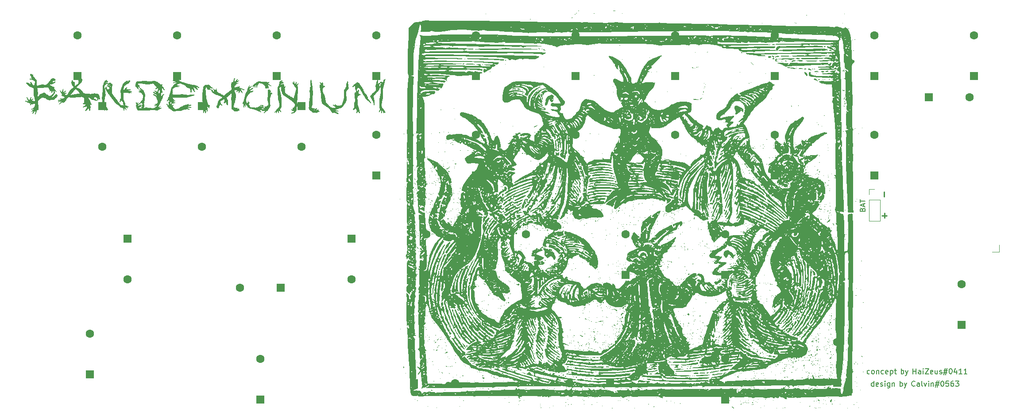
<source format=gbr>
%TF.GenerationSoftware,KiCad,Pcbnew,(7.0.0)*%
%TF.CreationDate,2023-06-07T21:16:19+02:00*%
%TF.ProjectId,pandemonium,70616e64-656d-46f6-9e69-756d2e6b6963,rev?*%
%TF.SameCoordinates,Original*%
%TF.FileFunction,Legend,Top*%
%TF.FilePolarity,Positive*%
%FSLAX46Y46*%
G04 Gerber Fmt 4.6, Leading zero omitted, Abs format (unit mm)*
G04 Created by KiCad (PCBNEW (7.0.0)) date 2023-06-07 21:16:19*
%MOMM*%
%LPD*%
G01*
G04 APERTURE LIST*
%ADD10C,0.250000*%
%ADD11C,0.200000*%
%ADD12C,0.150000*%
%ADD13C,0.120000*%
%ADD14R,1.600000X1.600000*%
%ADD15C,1.600000*%
G04 APERTURE END LIST*
D10*
X198723086Y-62715853D02*
X198723086Y-61763473D01*
D11*
X194562581Y-65186317D02*
X194610200Y-65043460D01*
X194610200Y-65043460D02*
X194657819Y-64995841D01*
X194657819Y-64995841D02*
X194753057Y-64948222D01*
X194753057Y-64948222D02*
X194895914Y-64948222D01*
X194895914Y-64948222D02*
X194991152Y-64995841D01*
X194991152Y-64995841D02*
X195038771Y-65043460D01*
X195038771Y-65043460D02*
X195086390Y-65138698D01*
X195086390Y-65138698D02*
X195086390Y-65519650D01*
X195086390Y-65519650D02*
X194086390Y-65519650D01*
X194086390Y-65519650D02*
X194086390Y-65186317D01*
X194086390Y-65186317D02*
X194134010Y-65091079D01*
X194134010Y-65091079D02*
X194181629Y-65043460D01*
X194181629Y-65043460D02*
X194276867Y-64995841D01*
X194276867Y-64995841D02*
X194372105Y-64995841D01*
X194372105Y-64995841D02*
X194467343Y-65043460D01*
X194467343Y-65043460D02*
X194514962Y-65091079D01*
X194514962Y-65091079D02*
X194562581Y-65186317D01*
X194562581Y-65186317D02*
X194562581Y-65519650D01*
X194800676Y-64567269D02*
X194800676Y-64091079D01*
X195086390Y-64662507D02*
X194086390Y-64329174D01*
X194086390Y-64329174D02*
X195086390Y-63995841D01*
X194086390Y-63805364D02*
X194086390Y-63233936D01*
X195086390Y-63519650D02*
X194086390Y-63519650D01*
D12*
D11*
X196722916Y-99001130D02*
X196722916Y-98001130D01*
X196722916Y-98953511D02*
X196627678Y-99001130D01*
X196627678Y-99001130D02*
X196437202Y-99001130D01*
X196437202Y-99001130D02*
X196341964Y-98953511D01*
X196341964Y-98953511D02*
X196294345Y-98905892D01*
X196294345Y-98905892D02*
X196246726Y-98810654D01*
X196246726Y-98810654D02*
X196246726Y-98524940D01*
X196246726Y-98524940D02*
X196294345Y-98429702D01*
X196294345Y-98429702D02*
X196341964Y-98382083D01*
X196341964Y-98382083D02*
X196437202Y-98334464D01*
X196437202Y-98334464D02*
X196627678Y-98334464D01*
X196627678Y-98334464D02*
X196722916Y-98382083D01*
X197580059Y-98953511D02*
X197484821Y-99001130D01*
X197484821Y-99001130D02*
X197294345Y-99001130D01*
X197294345Y-99001130D02*
X197199107Y-98953511D01*
X197199107Y-98953511D02*
X197151488Y-98858273D01*
X197151488Y-98858273D02*
X197151488Y-98477321D01*
X197151488Y-98477321D02*
X197199107Y-98382083D01*
X197199107Y-98382083D02*
X197294345Y-98334464D01*
X197294345Y-98334464D02*
X197484821Y-98334464D01*
X197484821Y-98334464D02*
X197580059Y-98382083D01*
X197580059Y-98382083D02*
X197627678Y-98477321D01*
X197627678Y-98477321D02*
X197627678Y-98572559D01*
X197627678Y-98572559D02*
X197151488Y-98667797D01*
X198008631Y-98953511D02*
X198103869Y-99001130D01*
X198103869Y-99001130D02*
X198294345Y-99001130D01*
X198294345Y-99001130D02*
X198389583Y-98953511D01*
X198389583Y-98953511D02*
X198437202Y-98858273D01*
X198437202Y-98858273D02*
X198437202Y-98810654D01*
X198437202Y-98810654D02*
X198389583Y-98715416D01*
X198389583Y-98715416D02*
X198294345Y-98667797D01*
X198294345Y-98667797D02*
X198151488Y-98667797D01*
X198151488Y-98667797D02*
X198056250Y-98620178D01*
X198056250Y-98620178D02*
X198008631Y-98524940D01*
X198008631Y-98524940D02*
X198008631Y-98477321D01*
X198008631Y-98477321D02*
X198056250Y-98382083D01*
X198056250Y-98382083D02*
X198151488Y-98334464D01*
X198151488Y-98334464D02*
X198294345Y-98334464D01*
X198294345Y-98334464D02*
X198389583Y-98382083D01*
X198865774Y-99001130D02*
X198865774Y-98334464D01*
X198865774Y-98001130D02*
X198818155Y-98048750D01*
X198818155Y-98048750D02*
X198865774Y-98096369D01*
X198865774Y-98096369D02*
X198913393Y-98048750D01*
X198913393Y-98048750D02*
X198865774Y-98001130D01*
X198865774Y-98001130D02*
X198865774Y-98096369D01*
X199770535Y-98334464D02*
X199770535Y-99143988D01*
X199770535Y-99143988D02*
X199722916Y-99239226D01*
X199722916Y-99239226D02*
X199675297Y-99286845D01*
X199675297Y-99286845D02*
X199580059Y-99334464D01*
X199580059Y-99334464D02*
X199437202Y-99334464D01*
X199437202Y-99334464D02*
X199341964Y-99286845D01*
X199770535Y-98953511D02*
X199675297Y-99001130D01*
X199675297Y-99001130D02*
X199484821Y-99001130D01*
X199484821Y-99001130D02*
X199389583Y-98953511D01*
X199389583Y-98953511D02*
X199341964Y-98905892D01*
X199341964Y-98905892D02*
X199294345Y-98810654D01*
X199294345Y-98810654D02*
X199294345Y-98524940D01*
X199294345Y-98524940D02*
X199341964Y-98429702D01*
X199341964Y-98429702D02*
X199389583Y-98382083D01*
X199389583Y-98382083D02*
X199484821Y-98334464D01*
X199484821Y-98334464D02*
X199675297Y-98334464D01*
X199675297Y-98334464D02*
X199770535Y-98382083D01*
X200246726Y-98334464D02*
X200246726Y-99001130D01*
X200246726Y-98429702D02*
X200294345Y-98382083D01*
X200294345Y-98382083D02*
X200389583Y-98334464D01*
X200389583Y-98334464D02*
X200532440Y-98334464D01*
X200532440Y-98334464D02*
X200627678Y-98382083D01*
X200627678Y-98382083D02*
X200675297Y-98477321D01*
X200675297Y-98477321D02*
X200675297Y-99001130D01*
X201751488Y-99001130D02*
X201751488Y-98001130D01*
X201751488Y-98382083D02*
X201846726Y-98334464D01*
X201846726Y-98334464D02*
X202037202Y-98334464D01*
X202037202Y-98334464D02*
X202132440Y-98382083D01*
X202132440Y-98382083D02*
X202180059Y-98429702D01*
X202180059Y-98429702D02*
X202227678Y-98524940D01*
X202227678Y-98524940D02*
X202227678Y-98810654D01*
X202227678Y-98810654D02*
X202180059Y-98905892D01*
X202180059Y-98905892D02*
X202132440Y-98953511D01*
X202132440Y-98953511D02*
X202037202Y-99001130D01*
X202037202Y-99001130D02*
X201846726Y-99001130D01*
X201846726Y-99001130D02*
X201751488Y-98953511D01*
X202561012Y-98334464D02*
X202799107Y-99001130D01*
X203037202Y-98334464D02*
X202799107Y-99001130D01*
X202799107Y-99001130D02*
X202703869Y-99239226D01*
X202703869Y-99239226D02*
X202656250Y-99286845D01*
X202656250Y-99286845D02*
X202561012Y-99334464D01*
X204589583Y-98905892D02*
X204541964Y-98953511D01*
X204541964Y-98953511D02*
X204399107Y-99001130D01*
X204399107Y-99001130D02*
X204303869Y-99001130D01*
X204303869Y-99001130D02*
X204161012Y-98953511D01*
X204161012Y-98953511D02*
X204065774Y-98858273D01*
X204065774Y-98858273D02*
X204018155Y-98763035D01*
X204018155Y-98763035D02*
X203970536Y-98572559D01*
X203970536Y-98572559D02*
X203970536Y-98429702D01*
X203970536Y-98429702D02*
X204018155Y-98239226D01*
X204018155Y-98239226D02*
X204065774Y-98143988D01*
X204065774Y-98143988D02*
X204161012Y-98048750D01*
X204161012Y-98048750D02*
X204303869Y-98001130D01*
X204303869Y-98001130D02*
X204399107Y-98001130D01*
X204399107Y-98001130D02*
X204541964Y-98048750D01*
X204541964Y-98048750D02*
X204589583Y-98096369D01*
X205446726Y-99001130D02*
X205446726Y-98477321D01*
X205446726Y-98477321D02*
X205399107Y-98382083D01*
X205399107Y-98382083D02*
X205303869Y-98334464D01*
X205303869Y-98334464D02*
X205113393Y-98334464D01*
X205113393Y-98334464D02*
X205018155Y-98382083D01*
X205446726Y-98953511D02*
X205351488Y-99001130D01*
X205351488Y-99001130D02*
X205113393Y-99001130D01*
X205113393Y-99001130D02*
X205018155Y-98953511D01*
X205018155Y-98953511D02*
X204970536Y-98858273D01*
X204970536Y-98858273D02*
X204970536Y-98763035D01*
X204970536Y-98763035D02*
X205018155Y-98667797D01*
X205018155Y-98667797D02*
X205113393Y-98620178D01*
X205113393Y-98620178D02*
X205351488Y-98620178D01*
X205351488Y-98620178D02*
X205446726Y-98572559D01*
X206065774Y-99001130D02*
X205970536Y-98953511D01*
X205970536Y-98953511D02*
X205922917Y-98858273D01*
X205922917Y-98858273D02*
X205922917Y-98001130D01*
X206351489Y-98334464D02*
X206589584Y-99001130D01*
X206589584Y-99001130D02*
X206827679Y-98334464D01*
X207208632Y-99001130D02*
X207208632Y-98334464D01*
X207208632Y-98001130D02*
X207161013Y-98048750D01*
X207161013Y-98048750D02*
X207208632Y-98096369D01*
X207208632Y-98096369D02*
X207256251Y-98048750D01*
X207256251Y-98048750D02*
X207208632Y-98001130D01*
X207208632Y-98001130D02*
X207208632Y-98096369D01*
X207684822Y-98334464D02*
X207684822Y-99001130D01*
X207684822Y-98429702D02*
X207732441Y-98382083D01*
X207732441Y-98382083D02*
X207827679Y-98334464D01*
X207827679Y-98334464D02*
X207970536Y-98334464D01*
X207970536Y-98334464D02*
X208065774Y-98382083D01*
X208065774Y-98382083D02*
X208113393Y-98477321D01*
X208113393Y-98477321D02*
X208113393Y-99001130D01*
X208541965Y-98334464D02*
X209256250Y-98334464D01*
X208827679Y-97905892D02*
X208541965Y-99191607D01*
X209161012Y-98763035D02*
X208446727Y-98763035D01*
X208875298Y-99191607D02*
X209161012Y-97905892D01*
X209780060Y-98001130D02*
X209875298Y-98001130D01*
X209875298Y-98001130D02*
X209970536Y-98048750D01*
X209970536Y-98048750D02*
X210018155Y-98096369D01*
X210018155Y-98096369D02*
X210065774Y-98191607D01*
X210065774Y-98191607D02*
X210113393Y-98382083D01*
X210113393Y-98382083D02*
X210113393Y-98620178D01*
X210113393Y-98620178D02*
X210065774Y-98810654D01*
X210065774Y-98810654D02*
X210018155Y-98905892D01*
X210018155Y-98905892D02*
X209970536Y-98953511D01*
X209970536Y-98953511D02*
X209875298Y-99001130D01*
X209875298Y-99001130D02*
X209780060Y-99001130D01*
X209780060Y-99001130D02*
X209684822Y-98953511D01*
X209684822Y-98953511D02*
X209637203Y-98905892D01*
X209637203Y-98905892D02*
X209589584Y-98810654D01*
X209589584Y-98810654D02*
X209541965Y-98620178D01*
X209541965Y-98620178D02*
X209541965Y-98382083D01*
X209541965Y-98382083D02*
X209589584Y-98191607D01*
X209589584Y-98191607D02*
X209637203Y-98096369D01*
X209637203Y-98096369D02*
X209684822Y-98048750D01*
X209684822Y-98048750D02*
X209780060Y-98001130D01*
X211018155Y-98001130D02*
X210541965Y-98001130D01*
X210541965Y-98001130D02*
X210494346Y-98477321D01*
X210494346Y-98477321D02*
X210541965Y-98429702D01*
X210541965Y-98429702D02*
X210637203Y-98382083D01*
X210637203Y-98382083D02*
X210875298Y-98382083D01*
X210875298Y-98382083D02*
X210970536Y-98429702D01*
X210970536Y-98429702D02*
X211018155Y-98477321D01*
X211018155Y-98477321D02*
X211065774Y-98572559D01*
X211065774Y-98572559D02*
X211065774Y-98810654D01*
X211065774Y-98810654D02*
X211018155Y-98905892D01*
X211018155Y-98905892D02*
X210970536Y-98953511D01*
X210970536Y-98953511D02*
X210875298Y-99001130D01*
X210875298Y-99001130D02*
X210637203Y-99001130D01*
X210637203Y-99001130D02*
X210541965Y-98953511D01*
X210541965Y-98953511D02*
X210494346Y-98905892D01*
X211922917Y-98001130D02*
X211732441Y-98001130D01*
X211732441Y-98001130D02*
X211637203Y-98048750D01*
X211637203Y-98048750D02*
X211589584Y-98096369D01*
X211589584Y-98096369D02*
X211494346Y-98239226D01*
X211494346Y-98239226D02*
X211446727Y-98429702D01*
X211446727Y-98429702D02*
X211446727Y-98810654D01*
X211446727Y-98810654D02*
X211494346Y-98905892D01*
X211494346Y-98905892D02*
X211541965Y-98953511D01*
X211541965Y-98953511D02*
X211637203Y-99001130D01*
X211637203Y-99001130D02*
X211827679Y-99001130D01*
X211827679Y-99001130D02*
X211922917Y-98953511D01*
X211922917Y-98953511D02*
X211970536Y-98905892D01*
X211970536Y-98905892D02*
X212018155Y-98810654D01*
X212018155Y-98810654D02*
X212018155Y-98572559D01*
X212018155Y-98572559D02*
X211970536Y-98477321D01*
X211970536Y-98477321D02*
X211922917Y-98429702D01*
X211922917Y-98429702D02*
X211827679Y-98382083D01*
X211827679Y-98382083D02*
X211637203Y-98382083D01*
X211637203Y-98382083D02*
X211541965Y-98429702D01*
X211541965Y-98429702D02*
X211494346Y-98477321D01*
X211494346Y-98477321D02*
X211446727Y-98572559D01*
X212351489Y-98001130D02*
X212970536Y-98001130D01*
X212970536Y-98001130D02*
X212637203Y-98382083D01*
X212637203Y-98382083D02*
X212780060Y-98382083D01*
X212780060Y-98382083D02*
X212875298Y-98429702D01*
X212875298Y-98429702D02*
X212922917Y-98477321D01*
X212922917Y-98477321D02*
X212970536Y-98572559D01*
X212970536Y-98572559D02*
X212970536Y-98810654D01*
X212970536Y-98810654D02*
X212922917Y-98905892D01*
X212922917Y-98905892D02*
X212875298Y-98953511D01*
X212875298Y-98953511D02*
X212780060Y-99001130D01*
X212780060Y-99001130D02*
X212494346Y-99001130D01*
X212494346Y-99001130D02*
X212399108Y-98953511D01*
X212399108Y-98953511D02*
X212351489Y-98905892D01*
X195929166Y-96572261D02*
X195833928Y-96619880D01*
X195833928Y-96619880D02*
X195643452Y-96619880D01*
X195643452Y-96619880D02*
X195548214Y-96572261D01*
X195548214Y-96572261D02*
X195500595Y-96524642D01*
X195500595Y-96524642D02*
X195452976Y-96429404D01*
X195452976Y-96429404D02*
X195452976Y-96143690D01*
X195452976Y-96143690D02*
X195500595Y-96048452D01*
X195500595Y-96048452D02*
X195548214Y-96000833D01*
X195548214Y-96000833D02*
X195643452Y-95953214D01*
X195643452Y-95953214D02*
X195833928Y-95953214D01*
X195833928Y-95953214D02*
X195929166Y-96000833D01*
X196500595Y-96619880D02*
X196405357Y-96572261D01*
X196405357Y-96572261D02*
X196357738Y-96524642D01*
X196357738Y-96524642D02*
X196310119Y-96429404D01*
X196310119Y-96429404D02*
X196310119Y-96143690D01*
X196310119Y-96143690D02*
X196357738Y-96048452D01*
X196357738Y-96048452D02*
X196405357Y-96000833D01*
X196405357Y-96000833D02*
X196500595Y-95953214D01*
X196500595Y-95953214D02*
X196643452Y-95953214D01*
X196643452Y-95953214D02*
X196738690Y-96000833D01*
X196738690Y-96000833D02*
X196786309Y-96048452D01*
X196786309Y-96048452D02*
X196833928Y-96143690D01*
X196833928Y-96143690D02*
X196833928Y-96429404D01*
X196833928Y-96429404D02*
X196786309Y-96524642D01*
X196786309Y-96524642D02*
X196738690Y-96572261D01*
X196738690Y-96572261D02*
X196643452Y-96619880D01*
X196643452Y-96619880D02*
X196500595Y-96619880D01*
X197262500Y-95953214D02*
X197262500Y-96619880D01*
X197262500Y-96048452D02*
X197310119Y-96000833D01*
X197310119Y-96000833D02*
X197405357Y-95953214D01*
X197405357Y-95953214D02*
X197548214Y-95953214D01*
X197548214Y-95953214D02*
X197643452Y-96000833D01*
X197643452Y-96000833D02*
X197691071Y-96096071D01*
X197691071Y-96096071D02*
X197691071Y-96619880D01*
X198595833Y-96572261D02*
X198500595Y-96619880D01*
X198500595Y-96619880D02*
X198310119Y-96619880D01*
X198310119Y-96619880D02*
X198214881Y-96572261D01*
X198214881Y-96572261D02*
X198167262Y-96524642D01*
X198167262Y-96524642D02*
X198119643Y-96429404D01*
X198119643Y-96429404D02*
X198119643Y-96143690D01*
X198119643Y-96143690D02*
X198167262Y-96048452D01*
X198167262Y-96048452D02*
X198214881Y-96000833D01*
X198214881Y-96000833D02*
X198310119Y-95953214D01*
X198310119Y-95953214D02*
X198500595Y-95953214D01*
X198500595Y-95953214D02*
X198595833Y-96000833D01*
X199405357Y-96572261D02*
X199310119Y-96619880D01*
X199310119Y-96619880D02*
X199119643Y-96619880D01*
X199119643Y-96619880D02*
X199024405Y-96572261D01*
X199024405Y-96572261D02*
X198976786Y-96477023D01*
X198976786Y-96477023D02*
X198976786Y-96096071D01*
X198976786Y-96096071D02*
X199024405Y-96000833D01*
X199024405Y-96000833D02*
X199119643Y-95953214D01*
X199119643Y-95953214D02*
X199310119Y-95953214D01*
X199310119Y-95953214D02*
X199405357Y-96000833D01*
X199405357Y-96000833D02*
X199452976Y-96096071D01*
X199452976Y-96096071D02*
X199452976Y-96191309D01*
X199452976Y-96191309D02*
X198976786Y-96286547D01*
X199881548Y-95953214D02*
X199881548Y-96953214D01*
X199881548Y-96000833D02*
X199976786Y-95953214D01*
X199976786Y-95953214D02*
X200167262Y-95953214D01*
X200167262Y-95953214D02*
X200262500Y-96000833D01*
X200262500Y-96000833D02*
X200310119Y-96048452D01*
X200310119Y-96048452D02*
X200357738Y-96143690D01*
X200357738Y-96143690D02*
X200357738Y-96429404D01*
X200357738Y-96429404D02*
X200310119Y-96524642D01*
X200310119Y-96524642D02*
X200262500Y-96572261D01*
X200262500Y-96572261D02*
X200167262Y-96619880D01*
X200167262Y-96619880D02*
X199976786Y-96619880D01*
X199976786Y-96619880D02*
X199881548Y-96572261D01*
X200643453Y-95953214D02*
X201024405Y-95953214D01*
X200786310Y-95619880D02*
X200786310Y-96477023D01*
X200786310Y-96477023D02*
X200833929Y-96572261D01*
X200833929Y-96572261D02*
X200929167Y-96619880D01*
X200929167Y-96619880D02*
X201024405Y-96619880D01*
X201957739Y-96619880D02*
X201957739Y-95619880D01*
X201957739Y-96000833D02*
X202052977Y-95953214D01*
X202052977Y-95953214D02*
X202243453Y-95953214D01*
X202243453Y-95953214D02*
X202338691Y-96000833D01*
X202338691Y-96000833D02*
X202386310Y-96048452D01*
X202386310Y-96048452D02*
X202433929Y-96143690D01*
X202433929Y-96143690D02*
X202433929Y-96429404D01*
X202433929Y-96429404D02*
X202386310Y-96524642D01*
X202386310Y-96524642D02*
X202338691Y-96572261D01*
X202338691Y-96572261D02*
X202243453Y-96619880D01*
X202243453Y-96619880D02*
X202052977Y-96619880D01*
X202052977Y-96619880D02*
X201957739Y-96572261D01*
X202767263Y-95953214D02*
X203005358Y-96619880D01*
X203243453Y-95953214D02*
X203005358Y-96619880D01*
X203005358Y-96619880D02*
X202910120Y-96857976D01*
X202910120Y-96857976D02*
X202862501Y-96905595D01*
X202862501Y-96905595D02*
X202767263Y-96953214D01*
X204224406Y-96619880D02*
X204224406Y-95619880D01*
X204224406Y-96096071D02*
X204795834Y-96096071D01*
X204795834Y-96619880D02*
X204795834Y-95619880D01*
X205700596Y-96619880D02*
X205700596Y-96096071D01*
X205700596Y-96096071D02*
X205652977Y-96000833D01*
X205652977Y-96000833D02*
X205557739Y-95953214D01*
X205557739Y-95953214D02*
X205367263Y-95953214D01*
X205367263Y-95953214D02*
X205272025Y-96000833D01*
X205700596Y-96572261D02*
X205605358Y-96619880D01*
X205605358Y-96619880D02*
X205367263Y-96619880D01*
X205367263Y-96619880D02*
X205272025Y-96572261D01*
X205272025Y-96572261D02*
X205224406Y-96477023D01*
X205224406Y-96477023D02*
X205224406Y-96381785D01*
X205224406Y-96381785D02*
X205272025Y-96286547D01*
X205272025Y-96286547D02*
X205367263Y-96238928D01*
X205367263Y-96238928D02*
X205605358Y-96238928D01*
X205605358Y-96238928D02*
X205700596Y-96191309D01*
X206176787Y-96619880D02*
X206176787Y-95953214D01*
X206176787Y-95619880D02*
X206129168Y-95667500D01*
X206129168Y-95667500D02*
X206176787Y-95715119D01*
X206176787Y-95715119D02*
X206224406Y-95667500D01*
X206224406Y-95667500D02*
X206176787Y-95619880D01*
X206176787Y-95619880D02*
X206176787Y-95715119D01*
X206557739Y-95619880D02*
X207224405Y-95619880D01*
X207224405Y-95619880D02*
X206557739Y-96619880D01*
X206557739Y-96619880D02*
X207224405Y-96619880D01*
X207986310Y-96572261D02*
X207891072Y-96619880D01*
X207891072Y-96619880D02*
X207700596Y-96619880D01*
X207700596Y-96619880D02*
X207605358Y-96572261D01*
X207605358Y-96572261D02*
X207557739Y-96477023D01*
X207557739Y-96477023D02*
X207557739Y-96096071D01*
X207557739Y-96096071D02*
X207605358Y-96000833D01*
X207605358Y-96000833D02*
X207700596Y-95953214D01*
X207700596Y-95953214D02*
X207891072Y-95953214D01*
X207891072Y-95953214D02*
X207986310Y-96000833D01*
X207986310Y-96000833D02*
X208033929Y-96096071D01*
X208033929Y-96096071D02*
X208033929Y-96191309D01*
X208033929Y-96191309D02*
X207557739Y-96286547D01*
X208891072Y-95953214D02*
X208891072Y-96619880D01*
X208462501Y-95953214D02*
X208462501Y-96477023D01*
X208462501Y-96477023D02*
X208510120Y-96572261D01*
X208510120Y-96572261D02*
X208605358Y-96619880D01*
X208605358Y-96619880D02*
X208748215Y-96619880D01*
X208748215Y-96619880D02*
X208843453Y-96572261D01*
X208843453Y-96572261D02*
X208891072Y-96524642D01*
X209319644Y-96572261D02*
X209414882Y-96619880D01*
X209414882Y-96619880D02*
X209605358Y-96619880D01*
X209605358Y-96619880D02*
X209700596Y-96572261D01*
X209700596Y-96572261D02*
X209748215Y-96477023D01*
X209748215Y-96477023D02*
X209748215Y-96429404D01*
X209748215Y-96429404D02*
X209700596Y-96334166D01*
X209700596Y-96334166D02*
X209605358Y-96286547D01*
X209605358Y-96286547D02*
X209462501Y-96286547D01*
X209462501Y-96286547D02*
X209367263Y-96238928D01*
X209367263Y-96238928D02*
X209319644Y-96143690D01*
X209319644Y-96143690D02*
X209319644Y-96096071D01*
X209319644Y-96096071D02*
X209367263Y-96000833D01*
X209367263Y-96000833D02*
X209462501Y-95953214D01*
X209462501Y-95953214D02*
X209605358Y-95953214D01*
X209605358Y-95953214D02*
X209700596Y-96000833D01*
X210129168Y-95953214D02*
X210843453Y-95953214D01*
X210414882Y-95524642D02*
X210129168Y-96810357D01*
X210748215Y-96381785D02*
X210033930Y-96381785D01*
X210462501Y-96810357D02*
X210748215Y-95524642D01*
X211367263Y-95619880D02*
X211462501Y-95619880D01*
X211462501Y-95619880D02*
X211557739Y-95667500D01*
X211557739Y-95667500D02*
X211605358Y-95715119D01*
X211605358Y-95715119D02*
X211652977Y-95810357D01*
X211652977Y-95810357D02*
X211700596Y-96000833D01*
X211700596Y-96000833D02*
X211700596Y-96238928D01*
X211700596Y-96238928D02*
X211652977Y-96429404D01*
X211652977Y-96429404D02*
X211605358Y-96524642D01*
X211605358Y-96524642D02*
X211557739Y-96572261D01*
X211557739Y-96572261D02*
X211462501Y-96619880D01*
X211462501Y-96619880D02*
X211367263Y-96619880D01*
X211367263Y-96619880D02*
X211272025Y-96572261D01*
X211272025Y-96572261D02*
X211224406Y-96524642D01*
X211224406Y-96524642D02*
X211176787Y-96429404D01*
X211176787Y-96429404D02*
X211129168Y-96238928D01*
X211129168Y-96238928D02*
X211129168Y-96000833D01*
X211129168Y-96000833D02*
X211176787Y-95810357D01*
X211176787Y-95810357D02*
X211224406Y-95715119D01*
X211224406Y-95715119D02*
X211272025Y-95667500D01*
X211272025Y-95667500D02*
X211367263Y-95619880D01*
X212557739Y-95953214D02*
X212557739Y-96619880D01*
X212319644Y-95572261D02*
X212081549Y-96286547D01*
X212081549Y-96286547D02*
X212700596Y-96286547D01*
X213605358Y-96619880D02*
X213033930Y-96619880D01*
X213319644Y-96619880D02*
X213319644Y-95619880D01*
X213319644Y-95619880D02*
X213224406Y-95762738D01*
X213224406Y-95762738D02*
X213129168Y-95857976D01*
X213129168Y-95857976D02*
X213033930Y-95905595D01*
X214557739Y-96619880D02*
X213986311Y-96619880D01*
X214272025Y-96619880D02*
X214272025Y-95619880D01*
X214272025Y-95619880D02*
X214176787Y-95762738D01*
X214176787Y-95762738D02*
X214081549Y-95857976D01*
X214081549Y-95857976D02*
X213986311Y-95905595D01*
D10*
X198282885Y-66311846D02*
X199235266Y-66311846D01*
X198759075Y-66788037D02*
X198759075Y-65835656D01*
%TO.C,G\u002A\u002A\u002A*%
G36*
X105932406Y-100502038D02*
G01*
X105876459Y-100557985D01*
X105820512Y-100502038D01*
X105876459Y-100446091D01*
X105932406Y-100502038D01*
G37*
G36*
X106044300Y-63353139D02*
G01*
X105988353Y-63409086D01*
X105932406Y-63353139D01*
X105988353Y-63297192D01*
X106044300Y-63353139D01*
G37*
G36*
X106156195Y-63129351D02*
G01*
X106100248Y-63185298D01*
X106044300Y-63129351D01*
X106100248Y-63073403D01*
X106156195Y-63129351D01*
G37*
G36*
X106939455Y-93900276D02*
G01*
X106883507Y-93956223D01*
X106827560Y-93900276D01*
X106883507Y-93844329D01*
X106939455Y-93900276D01*
G37*
G36*
X107051349Y-94571641D02*
G01*
X106995402Y-94627588D01*
X106939455Y-94571641D01*
X106995402Y-94515694D01*
X107051349Y-94571641D01*
G37*
G36*
X107275137Y-96473844D02*
G01*
X107219190Y-96529791D01*
X107163243Y-96473844D01*
X107219190Y-96417897D01*
X107275137Y-96473844D01*
G37*
G36*
X107498926Y-55744329D02*
G01*
X107442979Y-55800276D01*
X107387032Y-55744329D01*
X107442979Y-55688381D01*
X107498926Y-55744329D01*
G37*
G36*
X108394080Y-76220981D02*
G01*
X108338133Y-76276928D01*
X108282186Y-76220981D01*
X108338133Y-76165033D01*
X108394080Y-76220981D01*
G37*
G36*
X108841657Y-57087060D02*
G01*
X108785710Y-57143007D01*
X108729763Y-57087060D01*
X108785710Y-57031113D01*
X108841657Y-57087060D01*
G37*
G36*
X108841657Y-61786619D02*
G01*
X108785710Y-61842566D01*
X108729763Y-61786619D01*
X108785710Y-61730672D01*
X108841657Y-61786619D01*
G37*
G36*
X108953552Y-39295870D02*
G01*
X108897604Y-39351818D01*
X108841657Y-39295870D01*
X108897604Y-39239923D01*
X108953552Y-39295870D01*
G37*
G36*
X108953552Y-61339042D02*
G01*
X108897604Y-61394989D01*
X108841657Y-61339042D01*
X108897604Y-61283095D01*
X108953552Y-61339042D01*
G37*
G36*
X109065446Y-50597192D02*
G01*
X109009499Y-50653139D01*
X108953552Y-50597192D01*
X109009499Y-50541245D01*
X109065446Y-50597192D01*
G37*
G36*
X109065446Y-57198954D02*
G01*
X109009499Y-57254901D01*
X108953552Y-57198954D01*
X109009499Y-57143007D01*
X109065446Y-57198954D01*
G37*
G36*
X109065446Y-62793668D02*
G01*
X109009499Y-62849615D01*
X108953552Y-62793668D01*
X109009499Y-62737721D01*
X109065446Y-62793668D01*
G37*
G36*
X109065446Y-101509086D02*
G01*
X109009499Y-101565033D01*
X108953552Y-101509086D01*
X109009499Y-101453139D01*
X109065446Y-101509086D01*
G37*
G36*
X109177340Y-61115254D02*
G01*
X109121393Y-61171201D01*
X109065446Y-61115254D01*
X109121393Y-61059307D01*
X109177340Y-61115254D01*
G37*
G36*
X109289234Y-60555782D02*
G01*
X109233287Y-60611729D01*
X109177340Y-60555782D01*
X109233287Y-60499835D01*
X109289234Y-60555782D01*
G37*
G36*
X109289234Y-62905562D02*
G01*
X109233287Y-62961509D01*
X109177340Y-62905562D01*
X109233287Y-62849615D01*
X109289234Y-62905562D01*
G37*
G36*
X109289234Y-68052699D02*
G01*
X109233287Y-68108646D01*
X109177340Y-68052699D01*
X109233287Y-67996751D01*
X109289234Y-68052699D01*
G37*
G36*
X109289234Y-69843007D02*
G01*
X109233287Y-69898954D01*
X109177340Y-69843007D01*
X109233287Y-69787060D01*
X109289234Y-69843007D01*
G37*
G36*
X109289234Y-78011289D02*
G01*
X109233287Y-78067236D01*
X109177340Y-78011289D01*
X109233287Y-77955342D01*
X109289234Y-78011289D01*
G37*
G36*
X109289234Y-85508205D02*
G01*
X109233287Y-85564152D01*
X109177340Y-85508205D01*
X109233287Y-85452258D01*
X109289234Y-85508205D01*
G37*
G36*
X109401129Y-64695870D02*
G01*
X109345181Y-64751818D01*
X109289234Y-64695870D01*
X109345181Y-64639923D01*
X109401129Y-64695870D01*
G37*
G36*
X109401129Y-65702919D02*
G01*
X109345181Y-65758866D01*
X109289234Y-65702919D01*
X109345181Y-65646972D01*
X109401129Y-65702919D01*
G37*
G36*
X109401129Y-66821862D02*
G01*
X109345181Y-66877809D01*
X109289234Y-66821862D01*
X109345181Y-66765914D01*
X109401129Y-66821862D01*
G37*
G36*
X109401129Y-70626267D02*
G01*
X109345181Y-70682214D01*
X109289234Y-70626267D01*
X109345181Y-70570320D01*
X109401129Y-70626267D01*
G37*
G36*
X109401129Y-74430672D02*
G01*
X109345181Y-74486619D01*
X109289234Y-74430672D01*
X109345181Y-74374725D01*
X109401129Y-74430672D01*
G37*
G36*
X109401129Y-85172522D02*
G01*
X109345181Y-85228470D01*
X109289234Y-85172522D01*
X109345181Y-85116575D01*
X109401129Y-85172522D01*
G37*
G36*
X109401129Y-94347853D02*
G01*
X109345181Y-94403800D01*
X109289234Y-94347853D01*
X109345181Y-94291906D01*
X109401129Y-94347853D01*
G37*
G36*
X109513023Y-84165474D02*
G01*
X109457076Y-84221421D01*
X109401129Y-84165474D01*
X109457076Y-84109527D01*
X109513023Y-84165474D01*
G37*
G36*
X109513023Y-101732875D02*
G01*
X109457076Y-101788822D01*
X109401129Y-101732875D01*
X109457076Y-101676928D01*
X109513023Y-101732875D01*
G37*
G36*
X109624917Y-69731113D02*
G01*
X109568970Y-69787060D01*
X109513023Y-69731113D01*
X109568970Y-69675166D01*
X109624917Y-69731113D01*
G37*
G36*
X109624917Y-96361950D02*
G01*
X109568970Y-96417897D01*
X109513023Y-96361950D01*
X109568970Y-96306003D01*
X109624917Y-96361950D01*
G37*
G36*
X109736811Y-73199835D02*
G01*
X109680864Y-73255782D01*
X109624917Y-73199835D01*
X109680864Y-73143888D01*
X109736811Y-73199835D01*
G37*
G36*
X109736811Y-93228910D02*
G01*
X109680864Y-93284857D01*
X109624917Y-93228910D01*
X109680864Y-93172963D01*
X109736811Y-93228910D01*
G37*
G36*
X109848706Y-93900276D02*
G01*
X109792759Y-93956223D01*
X109736811Y-93900276D01*
X109792759Y-93844329D01*
X109848706Y-93900276D01*
G37*
G36*
X111079543Y-87746091D02*
G01*
X111023596Y-87802038D01*
X110967648Y-87746091D01*
X111023596Y-87690144D01*
X111079543Y-87746091D01*
G37*
G36*
X111079543Y-89536399D02*
G01*
X111023596Y-89592346D01*
X110967648Y-89536399D01*
X111023596Y-89480452D01*
X111079543Y-89536399D01*
G37*
G36*
X111191437Y-62122302D02*
G01*
X111135490Y-62178249D01*
X111079543Y-62122302D01*
X111135490Y-62066355D01*
X111191437Y-62122302D01*
G37*
G36*
X111191437Y-65367236D02*
G01*
X111135490Y-65423183D01*
X111079543Y-65367236D01*
X111135490Y-65311289D01*
X111191437Y-65367236D01*
G37*
G36*
X111191437Y-65591025D02*
G01*
X111135490Y-65646972D01*
X111079543Y-65591025D01*
X111135490Y-65535077D01*
X111191437Y-65591025D01*
G37*
G36*
X111191437Y-88081773D02*
G01*
X111135490Y-88137721D01*
X111079543Y-88081773D01*
X111135490Y-88025826D01*
X111191437Y-88081773D01*
G37*
G36*
X111303331Y-63688822D02*
G01*
X111247384Y-63744769D01*
X111191437Y-63688822D01*
X111247384Y-63632875D01*
X111303331Y-63688822D01*
G37*
G36*
X111303331Y-67157544D02*
G01*
X111247384Y-67213492D01*
X111191437Y-67157544D01*
X111247384Y-67101597D01*
X111303331Y-67157544D01*
G37*
G36*
X111303331Y-85508205D02*
G01*
X111247384Y-85564152D01*
X111191437Y-85508205D01*
X111247384Y-85452258D01*
X111303331Y-85508205D01*
G37*
G36*
X111303331Y-89424505D02*
G01*
X111247384Y-89480452D01*
X111191437Y-89424505D01*
X111247384Y-89368558D01*
X111303331Y-89424505D01*
G37*
G36*
X111415226Y-62234196D02*
G01*
X111359278Y-62290144D01*
X111303331Y-62234196D01*
X111359278Y-62178249D01*
X111415226Y-62234196D01*
G37*
G36*
X111415226Y-66821862D02*
G01*
X111359278Y-66877809D01*
X111303331Y-66821862D01*
X111359278Y-66765914D01*
X111415226Y-66821862D01*
G37*
G36*
X111415226Y-70738161D02*
G01*
X111359278Y-70794108D01*
X111303331Y-70738161D01*
X111359278Y-70682214D01*
X111415226Y-70738161D01*
G37*
G36*
X111415226Y-75213932D02*
G01*
X111359278Y-75269879D01*
X111303331Y-75213932D01*
X111359278Y-75157985D01*
X111415226Y-75213932D01*
G37*
G36*
X111415226Y-89200716D02*
G01*
X111359278Y-89256663D01*
X111303331Y-89200716D01*
X111359278Y-89144769D01*
X111415226Y-89200716D01*
G37*
G36*
X111415226Y-94347853D02*
G01*
X111359278Y-94403800D01*
X111303331Y-94347853D01*
X111359278Y-94291906D01*
X111415226Y-94347853D01*
G37*
G36*
X111527120Y-65814813D02*
G01*
X111471173Y-65870760D01*
X111415226Y-65814813D01*
X111471173Y-65758866D01*
X111527120Y-65814813D01*
G37*
G36*
X111527120Y-68052699D02*
G01*
X111471173Y-68108646D01*
X111415226Y-68052699D01*
X111471173Y-67996751D01*
X111527120Y-68052699D01*
G37*
G36*
X111527120Y-68947853D02*
G01*
X111471173Y-69003800D01*
X111415226Y-68947853D01*
X111471173Y-68891906D01*
X111527120Y-68947853D01*
G37*
G36*
X111527120Y-90319659D02*
G01*
X111471173Y-90375606D01*
X111415226Y-90319659D01*
X111471173Y-90263712D01*
X111527120Y-90319659D01*
G37*
G36*
X111527120Y-91886179D02*
G01*
X111471173Y-91942126D01*
X111415226Y-91886179D01*
X111471173Y-91830232D01*
X111527120Y-91886179D01*
G37*
G36*
X111527120Y-102851818D02*
G01*
X111471173Y-102907765D01*
X111415226Y-102851818D01*
X111471173Y-102795870D01*
X111527120Y-102851818D01*
G37*
G36*
X111639014Y-63129351D02*
G01*
X111583067Y-63185298D01*
X111527120Y-63129351D01*
X111583067Y-63073403D01*
X111639014Y-63129351D01*
G37*
G36*
X111750908Y-59772522D02*
G01*
X111694961Y-59828470D01*
X111639014Y-59772522D01*
X111694961Y-59716575D01*
X111750908Y-59772522D01*
G37*
G36*
X111750908Y-63688822D02*
G01*
X111694961Y-63744769D01*
X111639014Y-63688822D01*
X111694961Y-63632875D01*
X111750908Y-63688822D01*
G37*
G36*
X111750908Y-93676487D02*
G01*
X111694961Y-93732434D01*
X111639014Y-93676487D01*
X111694961Y-93620540D01*
X111750908Y-93676487D01*
G37*
G36*
X111862803Y-58541685D02*
G01*
X111806855Y-58597633D01*
X111750908Y-58541685D01*
X111806855Y-58485738D01*
X111862803Y-58541685D01*
G37*
G36*
X111862803Y-58877368D02*
G01*
X111806855Y-58933315D01*
X111750908Y-58877368D01*
X111806855Y-58821421D01*
X111862803Y-58877368D01*
G37*
G36*
X111862803Y-63129351D02*
G01*
X111806855Y-63185298D01*
X111750908Y-63129351D01*
X111806855Y-63073403D01*
X111862803Y-63129351D01*
G37*
G36*
X111862803Y-64695870D02*
G01*
X111806855Y-64751818D01*
X111750908Y-64695870D01*
X111806855Y-64639923D01*
X111862803Y-64695870D01*
G37*
G36*
X111974697Y-64136399D02*
G01*
X111918750Y-64192346D01*
X111862803Y-64136399D01*
X111918750Y-64080452D01*
X111974697Y-64136399D01*
G37*
G36*
X112086591Y-64807765D02*
G01*
X112030644Y-64863712D01*
X111974697Y-64807765D01*
X112030644Y-64751818D01*
X112086591Y-64807765D01*
G37*
G36*
X112198485Y-50597192D02*
G01*
X112142538Y-50653139D01*
X112086591Y-50597192D01*
X112142538Y-50541245D01*
X112198485Y-50597192D01*
G37*
G36*
X112198485Y-61227148D02*
G01*
X112142538Y-61283095D01*
X112086591Y-61227148D01*
X112142538Y-61171201D01*
X112198485Y-61227148D01*
G37*
G36*
X112310380Y-57870320D02*
G01*
X112254433Y-57926267D01*
X112198485Y-57870320D01*
X112254433Y-57814373D01*
X112310380Y-57870320D01*
G37*
G36*
X112310380Y-60108205D02*
G01*
X112254433Y-60164152D01*
X112198485Y-60108205D01*
X112254433Y-60052258D01*
X112310380Y-60108205D01*
G37*
G36*
X112310380Y-91886179D02*
G01*
X112254433Y-91942126D01*
X112198485Y-91886179D01*
X112254433Y-91830232D01*
X112310380Y-91886179D01*
G37*
G36*
X112422274Y-64248293D02*
G01*
X112366327Y-64304240D01*
X112310380Y-64248293D01*
X112366327Y-64192346D01*
X112422274Y-64248293D01*
G37*
G36*
X112422274Y-86515254D02*
G01*
X112366327Y-86571201D01*
X112310380Y-86515254D01*
X112366327Y-86459307D01*
X112422274Y-86515254D01*
G37*
G36*
X112422274Y-91438602D02*
G01*
X112366327Y-91494549D01*
X112310380Y-91438602D01*
X112366327Y-91382655D01*
X112422274Y-91438602D01*
G37*
G36*
X112534168Y-62010408D02*
G01*
X112478221Y-62066355D01*
X112422274Y-62010408D01*
X112478221Y-61954461D01*
X112534168Y-62010408D01*
G37*
G36*
X112534168Y-63353139D02*
G01*
X112478221Y-63409086D01*
X112422274Y-63353139D01*
X112478221Y-63297192D01*
X112534168Y-63353139D01*
G37*
G36*
X112534168Y-94907324D02*
G01*
X112478221Y-94963271D01*
X112422274Y-94907324D01*
X112478221Y-94851377D01*
X112534168Y-94907324D01*
G37*
G36*
X112646063Y-69843007D02*
G01*
X112590115Y-69898954D01*
X112534168Y-69843007D01*
X112590115Y-69787060D01*
X112646063Y-69843007D01*
G37*
G36*
X112646063Y-91998073D02*
G01*
X112590115Y-92054020D01*
X112534168Y-91998073D01*
X112590115Y-91942126D01*
X112646063Y-91998073D01*
G37*
G36*
X112646063Y-98040364D02*
G01*
X112590115Y-98096311D01*
X112534168Y-98040364D01*
X112590115Y-97984417D01*
X112646063Y-98040364D01*
G37*
G36*
X112869851Y-61562831D02*
G01*
X112813904Y-61618778D01*
X112757957Y-61562831D01*
X112813904Y-61506884D01*
X112869851Y-61562831D01*
G37*
G36*
X112981745Y-59996311D02*
G01*
X112925798Y-60052258D01*
X112869851Y-59996311D01*
X112925798Y-59940364D01*
X112981745Y-59996311D01*
G37*
G36*
X112981745Y-60443888D02*
G01*
X112925798Y-60499835D01*
X112869851Y-60443888D01*
X112925798Y-60387941D01*
X112981745Y-60443888D01*
G37*
G36*
X112981745Y-89200716D02*
G01*
X112925798Y-89256663D01*
X112869851Y-89200716D01*
X112925798Y-89144769D01*
X112981745Y-89200716D01*
G37*
G36*
X113093640Y-58765474D02*
G01*
X113037692Y-58821421D01*
X112981745Y-58765474D01*
X113037692Y-58709527D01*
X113093640Y-58765474D01*
G37*
G36*
X113093640Y-60220099D02*
G01*
X113037692Y-60276047D01*
X112981745Y-60220099D01*
X113037692Y-60164152D01*
X113093640Y-60220099D01*
G37*
G36*
X113205534Y-59548734D02*
G01*
X113149587Y-59604681D01*
X113093640Y-59548734D01*
X113149587Y-59492787D01*
X113205534Y-59548734D01*
G37*
G36*
X113205534Y-59884417D02*
G01*
X113149587Y-59940364D01*
X113093640Y-59884417D01*
X113149587Y-59828470D01*
X113205534Y-59884417D01*
G37*
G36*
X113205534Y-91102919D02*
G01*
X113149587Y-91158866D01*
X113093640Y-91102919D01*
X113149587Y-91046972D01*
X113205534Y-91102919D01*
G37*
G36*
X113205534Y-101285298D02*
G01*
X113149587Y-101341245D01*
X113093640Y-101285298D01*
X113149587Y-101229351D01*
X113205534Y-101285298D01*
G37*
G36*
X113205534Y-103075606D02*
G01*
X113149587Y-103131553D01*
X113093640Y-103075606D01*
X113149587Y-103019659D01*
X113205534Y-103075606D01*
G37*
G36*
X113317428Y-51492346D02*
G01*
X113261481Y-51548293D01*
X113205534Y-51492346D01*
X113261481Y-51436399D01*
X113317428Y-51492346D01*
G37*
G36*
X113317428Y-95690584D02*
G01*
X113261481Y-95746531D01*
X113205534Y-95690584D01*
X113261481Y-95634637D01*
X113317428Y-95690584D01*
G37*
G36*
X113429322Y-59660628D02*
G01*
X113373375Y-59716575D01*
X113317428Y-59660628D01*
X113373375Y-59604681D01*
X113429322Y-59660628D01*
G37*
G36*
X113429322Y-66262390D02*
G01*
X113373375Y-66318337D01*
X113317428Y-66262390D01*
X113373375Y-66206443D01*
X113429322Y-66262390D01*
G37*
G36*
X113541217Y-52275606D02*
G01*
X113485270Y-52331553D01*
X113429322Y-52275606D01*
X113485270Y-52219659D01*
X113541217Y-52275606D01*
G37*
G36*
X113541217Y-54177809D02*
G01*
X113485270Y-54233756D01*
X113429322Y-54177809D01*
X113485270Y-54121862D01*
X113541217Y-54177809D01*
G37*
G36*
X113541217Y-65143448D02*
G01*
X113485270Y-65199395D01*
X113429322Y-65143448D01*
X113485270Y-65087500D01*
X113541217Y-65143448D01*
G37*
G36*
X113541217Y-95802478D02*
G01*
X113485270Y-95858425D01*
X113429322Y-95802478D01*
X113485270Y-95746531D01*
X113541217Y-95802478D01*
G37*
G36*
X113876900Y-89648293D02*
G01*
X113820952Y-89704240D01*
X113765005Y-89648293D01*
X113820952Y-89592346D01*
X113876900Y-89648293D01*
G37*
G36*
X113876900Y-97480892D02*
G01*
X113820952Y-97536840D01*
X113765005Y-97480892D01*
X113820952Y-97424945D01*
X113876900Y-97480892D01*
G37*
G36*
X113988794Y-46009527D02*
G01*
X113932847Y-46065474D01*
X113876900Y-46009527D01*
X113932847Y-45953580D01*
X113988794Y-46009527D01*
G37*
G36*
X114100688Y-68612170D02*
G01*
X114044741Y-68668117D01*
X113988794Y-68612170D01*
X114044741Y-68556223D01*
X114100688Y-68612170D01*
G37*
G36*
X114100688Y-89536399D02*
G01*
X114044741Y-89592346D01*
X113988794Y-89536399D01*
X114044741Y-89480452D01*
X114100688Y-89536399D01*
G37*
G36*
X114212582Y-55744329D02*
G01*
X114156635Y-55800276D01*
X114100688Y-55744329D01*
X114156635Y-55688381D01*
X114212582Y-55744329D01*
G37*
G36*
X114212582Y-56303800D02*
G01*
X114156635Y-56359747D01*
X114100688Y-56303800D01*
X114156635Y-56247853D01*
X114212582Y-56303800D01*
G37*
G36*
X114212582Y-89983976D02*
G01*
X114156635Y-90039923D01*
X114100688Y-89983976D01*
X114156635Y-89928029D01*
X114212582Y-89983976D01*
G37*
G36*
X114212582Y-91662390D02*
G01*
X114156635Y-91718337D01*
X114100688Y-91662390D01*
X114156635Y-91606443D01*
X114212582Y-91662390D01*
G37*
G36*
X114436371Y-56415694D02*
G01*
X114380424Y-56471641D01*
X114324477Y-56415694D01*
X114380424Y-56359747D01*
X114436371Y-56415694D01*
G37*
G36*
X114548265Y-50261509D02*
G01*
X114492318Y-50317456D01*
X114436371Y-50261509D01*
X114492318Y-50205562D01*
X114548265Y-50261509D01*
G37*
G36*
X114660159Y-51828029D02*
G01*
X114604212Y-51883976D01*
X114548265Y-51828029D01*
X114604212Y-51772082D01*
X114660159Y-51828029D01*
G37*
G36*
X114660159Y-89983976D02*
G01*
X114604212Y-90039923D01*
X114548265Y-89983976D01*
X114604212Y-89928029D01*
X114660159Y-89983976D01*
G37*
G36*
X114772054Y-54065914D02*
G01*
X114716107Y-54121862D01*
X114660159Y-54065914D01*
X114716107Y-54009967D01*
X114772054Y-54065914D01*
G37*
G36*
X114772054Y-99718778D02*
G01*
X114716107Y-99774725D01*
X114660159Y-99718778D01*
X114716107Y-99662831D01*
X114772054Y-99718778D01*
G37*
G36*
X114772054Y-101285298D02*
G01*
X114716107Y-101341245D01*
X114660159Y-101285298D01*
X114716107Y-101229351D01*
X114772054Y-101285298D01*
G37*
G36*
X114883948Y-71633315D02*
G01*
X114828001Y-71689262D01*
X114772054Y-71633315D01*
X114828001Y-71577368D01*
X114883948Y-71633315D01*
G37*
G36*
X114995842Y-51939923D02*
G01*
X114939895Y-51995870D01*
X114883948Y-51939923D01*
X114939895Y-51883976D01*
X114995842Y-51939923D01*
G37*
G36*
X114995842Y-52387500D02*
G01*
X114939895Y-52443448D01*
X114883948Y-52387500D01*
X114939895Y-52331553D01*
X114995842Y-52387500D01*
G37*
G36*
X115107737Y-97368998D02*
G01*
X115051789Y-97424945D01*
X114995842Y-97368998D01*
X115051789Y-97313051D01*
X115107737Y-97368998D01*
G37*
G36*
X115219631Y-65591025D02*
G01*
X115163684Y-65646972D01*
X115107737Y-65591025D01*
X115163684Y-65535077D01*
X115219631Y-65591025D01*
G37*
G36*
X115331525Y-56191906D02*
G01*
X115275578Y-56247853D01*
X115219631Y-56191906D01*
X115275578Y-56135959D01*
X115331525Y-56191906D01*
G37*
G36*
X115331525Y-93340804D02*
G01*
X115275578Y-93396751D01*
X115219631Y-93340804D01*
X115275578Y-93284857D01*
X115331525Y-93340804D01*
G37*
G36*
X115443419Y-50373403D02*
G01*
X115387472Y-50429351D01*
X115331525Y-50373403D01*
X115387472Y-50317456D01*
X115443419Y-50373403D01*
G37*
G36*
X115443419Y-66038602D02*
G01*
X115387472Y-66094549D01*
X115331525Y-66038602D01*
X115387472Y-65982655D01*
X115443419Y-66038602D01*
G37*
G36*
X115443419Y-94235959D02*
G01*
X115387472Y-94291906D01*
X115331525Y-94235959D01*
X115387472Y-94180011D01*
X115443419Y-94235959D01*
G37*
G36*
X115555314Y-65591025D02*
G01*
X115499366Y-65646972D01*
X115443419Y-65591025D01*
X115499366Y-65535077D01*
X115555314Y-65591025D01*
G37*
G36*
X115555314Y-93676487D02*
G01*
X115499366Y-93732434D01*
X115443419Y-93676487D01*
X115499366Y-93620540D01*
X115555314Y-93676487D01*
G37*
G36*
X115667208Y-50485298D02*
G01*
X115611261Y-50541245D01*
X115555314Y-50485298D01*
X115611261Y-50429351D01*
X115667208Y-50485298D01*
G37*
G36*
X115667208Y-56863271D02*
G01*
X115611261Y-56919218D01*
X115555314Y-56863271D01*
X115611261Y-56807324D01*
X115667208Y-56863271D01*
G37*
G36*
X115667208Y-94571641D02*
G01*
X115611261Y-94627588D01*
X115555314Y-94571641D01*
X115611261Y-94515694D01*
X115667208Y-94571641D01*
G37*
G36*
X115667208Y-99494989D02*
G01*
X115611261Y-99550936D01*
X115555314Y-99494989D01*
X115611261Y-99439042D01*
X115667208Y-99494989D01*
G37*
G36*
X115667208Y-101620981D02*
G01*
X115611261Y-101676928D01*
X115555314Y-101620981D01*
X115611261Y-101565033D01*
X115667208Y-101620981D01*
G37*
G36*
X115779102Y-67381333D02*
G01*
X115723155Y-67437280D01*
X115667208Y-67381333D01*
X115723155Y-67325386D01*
X115779102Y-67381333D01*
G37*
G36*
X115779102Y-95243007D02*
G01*
X115723155Y-95298954D01*
X115667208Y-95243007D01*
X115723155Y-95187060D01*
X115779102Y-95243007D01*
G37*
G36*
X115890996Y-89760188D02*
G01*
X115835049Y-89816135D01*
X115779102Y-89760188D01*
X115835049Y-89704240D01*
X115890996Y-89760188D01*
G37*
G36*
X116002891Y-67157544D02*
G01*
X115946944Y-67213492D01*
X115890996Y-67157544D01*
X115946944Y-67101597D01*
X116002891Y-67157544D01*
G37*
G36*
X116114785Y-52275606D02*
G01*
X116058838Y-52331553D01*
X116002891Y-52275606D01*
X116058838Y-52219659D01*
X116114785Y-52275606D01*
G37*
G36*
X116114785Y-95131113D02*
G01*
X116058838Y-95187060D01*
X116002891Y-95131113D01*
X116058838Y-95075166D01*
X116114785Y-95131113D01*
G37*
G36*
X116338574Y-55744329D02*
G01*
X116282626Y-55800276D01*
X116226679Y-55744329D01*
X116282626Y-55688381D01*
X116338574Y-55744329D01*
G37*
G36*
X116338574Y-61450936D02*
G01*
X116282626Y-61506884D01*
X116226679Y-61450936D01*
X116282626Y-61394989D01*
X116338574Y-61450936D01*
G37*
G36*
X116338574Y-61786619D02*
G01*
X116282626Y-61842566D01*
X116226679Y-61786619D01*
X116282626Y-61730672D01*
X116338574Y-61786619D01*
G37*
G36*
X116338574Y-97257104D02*
G01*
X116282626Y-97313051D01*
X116226679Y-97257104D01*
X116282626Y-97201157D01*
X116338574Y-97257104D01*
G37*
G36*
X116450468Y-62010408D02*
G01*
X116394521Y-62066355D01*
X116338574Y-62010408D01*
X116394521Y-61954461D01*
X116450468Y-62010408D01*
G37*
G36*
X116450468Y-63129351D02*
G01*
X116394521Y-63185298D01*
X116338574Y-63129351D01*
X116394521Y-63073403D01*
X116450468Y-63129351D01*
G37*
G36*
X116450468Y-63800716D02*
G01*
X116394521Y-63856663D01*
X116338574Y-63800716D01*
X116394521Y-63744769D01*
X116450468Y-63800716D01*
G37*
G36*
X116450468Y-64360188D02*
G01*
X116394521Y-64416135D01*
X116338574Y-64360188D01*
X116394521Y-64304240D01*
X116450468Y-64360188D01*
G37*
G36*
X116450468Y-92893227D02*
G01*
X116394521Y-92949174D01*
X116338574Y-92893227D01*
X116394521Y-92837280D01*
X116450468Y-92893227D01*
G37*
G36*
X116562362Y-56975166D02*
G01*
X116506415Y-57031113D01*
X116450468Y-56975166D01*
X116506415Y-56919218D01*
X116562362Y-56975166D01*
G37*
G36*
X116562362Y-57198954D02*
G01*
X116506415Y-57254901D01*
X116450468Y-57198954D01*
X116506415Y-57143007D01*
X116562362Y-57198954D01*
G37*
G36*
X116562362Y-66933756D02*
G01*
X116506415Y-66989703D01*
X116450468Y-66933756D01*
X116506415Y-66877809D01*
X116562362Y-66933756D01*
G37*
G36*
X116562362Y-93788381D02*
G01*
X116506415Y-93844329D01*
X116450468Y-93788381D01*
X116506415Y-93732434D01*
X116562362Y-93788381D01*
G37*
G36*
X116674256Y-47799835D02*
G01*
X116618309Y-47855782D01*
X116562362Y-47799835D01*
X116618309Y-47743888D01*
X116674256Y-47799835D01*
G37*
G36*
X116674256Y-56639483D02*
G01*
X116618309Y-56695430D01*
X116562362Y-56639483D01*
X116618309Y-56583536D01*
X116674256Y-56639483D01*
G37*
G36*
X116674256Y-66598073D02*
G01*
X116618309Y-66654020D01*
X116562362Y-66598073D01*
X116618309Y-66542126D01*
X116674256Y-66598073D01*
G37*
G36*
X116786151Y-61898514D02*
G01*
X116730203Y-61954461D01*
X116674256Y-61898514D01*
X116730203Y-61842566D01*
X116786151Y-61898514D01*
G37*
G36*
X116786151Y-93117016D02*
G01*
X116730203Y-93172963D01*
X116674256Y-93117016D01*
X116730203Y-93061069D01*
X116786151Y-93117016D01*
G37*
G36*
X116786151Y-94459747D02*
G01*
X116730203Y-94515694D01*
X116674256Y-94459747D01*
X116730203Y-94403800D01*
X116786151Y-94459747D01*
G37*
G36*
X116786151Y-97816575D02*
G01*
X116730203Y-97872522D01*
X116674256Y-97816575D01*
X116730203Y-97760628D01*
X116786151Y-97816575D01*
G37*
G36*
X116898045Y-92893227D02*
G01*
X116842098Y-92949174D01*
X116786151Y-92893227D01*
X116842098Y-92837280D01*
X116898045Y-92893227D01*
G37*
G36*
X117009939Y-96809527D02*
G01*
X116953992Y-96865474D01*
X116898045Y-96809527D01*
X116953992Y-96753580D01*
X117009939Y-96809527D01*
G37*
G36*
X117121833Y-63800716D02*
G01*
X117065886Y-63856663D01*
X117009939Y-63800716D01*
X117065886Y-63744769D01*
X117121833Y-63800716D01*
G37*
G36*
X117121833Y-66150496D02*
G01*
X117065886Y-66206443D01*
X117009939Y-66150496D01*
X117065886Y-66094549D01*
X117121833Y-66150496D01*
G37*
G36*
X117233728Y-62122302D02*
G01*
X117177781Y-62178249D01*
X117121833Y-62122302D01*
X117177781Y-62066355D01*
X117233728Y-62122302D01*
G37*
G36*
X117233728Y-64919659D02*
G01*
X117177781Y-64975606D01*
X117121833Y-64919659D01*
X117177781Y-64863712D01*
X117233728Y-64919659D01*
G37*
G36*
X117233728Y-65702919D02*
G01*
X117177781Y-65758866D01*
X117121833Y-65702919D01*
X117177781Y-65646972D01*
X117233728Y-65702919D01*
G37*
G36*
X117233728Y-93900276D02*
G01*
X117177781Y-93956223D01*
X117121833Y-93900276D01*
X117177781Y-93844329D01*
X117233728Y-93900276D01*
G37*
G36*
X117345622Y-63912610D02*
G01*
X117289675Y-63968558D01*
X117233728Y-63912610D01*
X117289675Y-63856663D01*
X117345622Y-63912610D01*
G37*
G36*
X117345622Y-65255342D02*
G01*
X117289675Y-65311289D01*
X117233728Y-65255342D01*
X117289675Y-65199395D01*
X117345622Y-65255342D01*
G37*
G36*
X117457516Y-66150496D02*
G01*
X117401569Y-66206443D01*
X117345622Y-66150496D01*
X117401569Y-66094549D01*
X117457516Y-66150496D01*
G37*
G36*
X117569411Y-63800716D02*
G01*
X117513463Y-63856663D01*
X117457516Y-63800716D01*
X117513463Y-63744769D01*
X117569411Y-63800716D01*
G37*
G36*
X117569411Y-101173403D02*
G01*
X117513463Y-101229351D01*
X117457516Y-101173403D01*
X117513463Y-101117456D01*
X117569411Y-101173403D01*
G37*
G36*
X117569411Y-102851818D02*
G01*
X117513463Y-102907765D01*
X117457516Y-102851818D01*
X117513463Y-102795870D01*
X117569411Y-102851818D01*
G37*
G36*
X117681305Y-54289703D02*
G01*
X117625358Y-54345650D01*
X117569411Y-54289703D01*
X117625358Y-54233756D01*
X117681305Y-54289703D01*
G37*
G36*
X117681305Y-61898514D02*
G01*
X117625358Y-61954461D01*
X117569411Y-61898514D01*
X117625358Y-61842566D01*
X117681305Y-61898514D01*
G37*
G36*
X117681305Y-63576928D02*
G01*
X117625358Y-63632875D01*
X117569411Y-63576928D01*
X117625358Y-63520981D01*
X117681305Y-63576928D01*
G37*
G36*
X117681305Y-97257104D02*
G01*
X117625358Y-97313051D01*
X117569411Y-97257104D01*
X117625358Y-97201157D01*
X117681305Y-97257104D01*
G37*
G36*
X118016988Y-96697633D02*
G01*
X117961041Y-96753580D01*
X117905093Y-96697633D01*
X117961041Y-96641685D01*
X118016988Y-96697633D01*
G37*
G36*
X118240776Y-99494989D02*
G01*
X118184829Y-99550936D01*
X118128882Y-99494989D01*
X118184829Y-99439042D01*
X118240776Y-99494989D01*
G37*
G36*
X118240776Y-102292346D02*
G01*
X118184829Y-102348293D01*
X118128882Y-102292346D01*
X118184829Y-102236399D01*
X118240776Y-102292346D01*
G37*
G36*
X118464565Y-74878249D02*
G01*
X118408618Y-74934196D01*
X118352670Y-74878249D01*
X118408618Y-74822302D01*
X118464565Y-74878249D01*
G37*
G36*
X118464565Y-94907324D02*
G01*
X118408618Y-94963271D01*
X118352670Y-94907324D01*
X118408618Y-94851377D01*
X118464565Y-94907324D01*
G37*
G36*
X118464565Y-99494989D02*
G01*
X118408618Y-99550936D01*
X118352670Y-99494989D01*
X118408618Y-99439042D01*
X118464565Y-99494989D01*
G37*
G36*
X118688353Y-38512610D02*
G01*
X118632406Y-38568558D01*
X118576459Y-38512610D01*
X118632406Y-38456663D01*
X118688353Y-38512610D01*
G37*
G36*
X118688353Y-95131113D02*
G01*
X118632406Y-95187060D01*
X118576459Y-95131113D01*
X118632406Y-95075166D01*
X118688353Y-95131113D01*
G37*
G36*
X118912142Y-95690584D02*
G01*
X118856195Y-95746531D01*
X118800248Y-95690584D01*
X118856195Y-95634637D01*
X118912142Y-95690584D01*
G37*
G36*
X119024036Y-99494989D02*
G01*
X118968089Y-99550936D01*
X118912142Y-99494989D01*
X118968089Y-99439042D01*
X119024036Y-99494989D01*
G37*
G36*
X119135930Y-98040364D02*
G01*
X119079983Y-98096311D01*
X119024036Y-98040364D01*
X119079983Y-97984417D01*
X119135930Y-98040364D01*
G37*
G36*
X119471613Y-95466796D02*
G01*
X119415666Y-95522743D01*
X119359719Y-95466796D01*
X119415666Y-95410848D01*
X119471613Y-95466796D01*
G37*
G36*
X119919190Y-74878249D02*
G01*
X119863243Y-74934196D01*
X119807296Y-74878249D01*
X119863243Y-74822302D01*
X119919190Y-74878249D01*
G37*
G36*
X120031085Y-31127588D02*
G01*
X119975137Y-31183536D01*
X119919190Y-31127588D01*
X119975137Y-31071641D01*
X120031085Y-31127588D01*
G37*
G36*
X120031085Y-43771641D02*
G01*
X119975137Y-43827588D01*
X119919190Y-43771641D01*
X119975137Y-43715694D01*
X120031085Y-43771641D01*
G37*
G36*
X120142979Y-50485298D02*
G01*
X120087032Y-50541245D01*
X120031085Y-50485298D01*
X120087032Y-50429351D01*
X120142979Y-50485298D01*
G37*
G36*
X120366767Y-98040364D02*
G01*
X120310820Y-98096311D01*
X120254873Y-98040364D01*
X120310820Y-97984417D01*
X120366767Y-98040364D01*
G37*
G36*
X120590556Y-50597192D02*
G01*
X120534609Y-50653139D01*
X120478662Y-50597192D01*
X120534609Y-50541245D01*
X120590556Y-50597192D01*
G37*
G36*
X120702450Y-81368117D02*
G01*
X120646503Y-81424064D01*
X120590556Y-81368117D01*
X120646503Y-81312170D01*
X120702450Y-81368117D01*
G37*
G36*
X120702450Y-82039483D02*
G01*
X120646503Y-82095430D01*
X120590556Y-82039483D01*
X120646503Y-81983536D01*
X120702450Y-82039483D01*
G37*
G36*
X120814344Y-99606884D02*
G01*
X120758397Y-99662831D01*
X120702450Y-99606884D01*
X120758397Y-99550936D01*
X120814344Y-99606884D01*
G37*
G36*
X120926239Y-50597192D02*
G01*
X120870292Y-50653139D01*
X120814344Y-50597192D01*
X120870292Y-50541245D01*
X120926239Y-50597192D01*
G37*
G36*
X120926239Y-79018337D02*
G01*
X120870292Y-79074285D01*
X120814344Y-79018337D01*
X120870292Y-78962390D01*
X120926239Y-79018337D01*
G37*
G36*
X120926239Y-79577809D02*
G01*
X120870292Y-79633756D01*
X120814344Y-79577809D01*
X120870292Y-79521862D01*
X120926239Y-79577809D01*
G37*
G36*
X121038133Y-93788381D02*
G01*
X120982186Y-93844329D01*
X120926239Y-93788381D01*
X120982186Y-93732434D01*
X121038133Y-93788381D01*
G37*
G36*
X121261922Y-79018337D02*
G01*
X121205974Y-79074285D01*
X121150027Y-79018337D01*
X121205974Y-78962390D01*
X121261922Y-79018337D01*
G37*
G36*
X121373816Y-89200716D02*
G01*
X121317869Y-89256663D01*
X121261922Y-89200716D01*
X121317869Y-89144769D01*
X121373816Y-89200716D01*
G37*
G36*
X121373816Y-96250055D02*
G01*
X121317869Y-96306003D01*
X121261922Y-96250055D01*
X121317869Y-96194108D01*
X121373816Y-96250055D01*
G37*
G36*
X121485710Y-99383095D02*
G01*
X121429763Y-99439042D01*
X121373816Y-99383095D01*
X121429763Y-99327148D01*
X121485710Y-99383095D01*
G37*
G36*
X121709499Y-51939923D02*
G01*
X121653552Y-51995870D01*
X121597604Y-51939923D01*
X121653552Y-51883976D01*
X121709499Y-51939923D01*
G37*
G36*
X121933287Y-84053580D02*
G01*
X121877340Y-84109527D01*
X121821393Y-84053580D01*
X121877340Y-83997633D01*
X121933287Y-84053580D01*
G37*
G36*
X122045181Y-84724945D02*
G01*
X121989234Y-84780892D01*
X121933287Y-84724945D01*
X121989234Y-84668998D01*
X122045181Y-84724945D01*
G37*
G36*
X122045181Y-99383095D02*
G01*
X121989234Y-99439042D01*
X121933287Y-99383095D01*
X121989234Y-99327148D01*
X122045181Y-99383095D01*
G37*
G36*
X122268970Y-82598954D02*
G01*
X122213023Y-82654901D01*
X122157076Y-82598954D01*
X122213023Y-82543007D01*
X122268970Y-82598954D01*
G37*
G36*
X122268970Y-84277368D02*
G01*
X122213023Y-84333315D01*
X122157076Y-84277368D01*
X122213023Y-84221421D01*
X122268970Y-84277368D01*
G37*
G36*
X122604653Y-27658866D02*
G01*
X122548706Y-27714813D01*
X122492759Y-27658866D01*
X122548706Y-27602919D01*
X122604653Y-27658866D01*
G37*
G36*
X122604653Y-85172522D02*
G01*
X122548706Y-85228470D01*
X122492759Y-85172522D01*
X122548706Y-85116575D01*
X122604653Y-85172522D01*
G37*
G36*
X123052230Y-83382214D02*
G01*
X122996283Y-83438161D01*
X122940336Y-83382214D01*
X122996283Y-83326267D01*
X123052230Y-83382214D01*
G37*
G36*
X123052230Y-84836840D02*
G01*
X122996283Y-84892787D01*
X122940336Y-84836840D01*
X122996283Y-84780892D01*
X123052230Y-84836840D01*
G37*
G36*
X123164124Y-101173403D02*
G01*
X123108177Y-101229351D01*
X123052230Y-101173403D01*
X123108177Y-101117456D01*
X123164124Y-101173403D01*
G37*
G36*
X123276018Y-80920540D02*
G01*
X123220071Y-80976487D01*
X123164124Y-80920540D01*
X123220071Y-80864593D01*
X123276018Y-80920540D01*
G37*
G36*
X123276018Y-87857985D02*
G01*
X123220071Y-87913932D01*
X123164124Y-87857985D01*
X123220071Y-87802038D01*
X123276018Y-87857985D01*
G37*
G36*
X123387913Y-38736399D02*
G01*
X123331966Y-38792346D01*
X123276018Y-38736399D01*
X123331966Y-38680452D01*
X123387913Y-38736399D01*
G37*
G36*
X123387913Y-81256223D02*
G01*
X123331966Y-81312170D01*
X123276018Y-81256223D01*
X123331966Y-81200276D01*
X123387913Y-81256223D01*
G37*
G36*
X123499807Y-85396311D02*
G01*
X123443860Y-85452258D01*
X123387913Y-85396311D01*
X123443860Y-85340364D01*
X123499807Y-85396311D01*
G37*
G36*
X123499807Y-97368998D02*
G01*
X123443860Y-97424945D01*
X123387913Y-97368998D01*
X123443860Y-97313051D01*
X123499807Y-97368998D01*
G37*
G36*
X123611701Y-85731994D02*
G01*
X123555754Y-85787941D01*
X123499807Y-85731994D01*
X123555754Y-85676047D01*
X123611701Y-85731994D01*
G37*
G36*
X123947384Y-82263271D02*
G01*
X123891437Y-82319218D01*
X123835490Y-82263271D01*
X123891437Y-82207324D01*
X123947384Y-82263271D01*
G37*
G36*
X124171173Y-31239483D02*
G01*
X124115226Y-31295430D01*
X124059278Y-31239483D01*
X124115226Y-31183536D01*
X124171173Y-31239483D01*
G37*
G36*
X124171173Y-50597192D02*
G01*
X124115226Y-50653139D01*
X124059278Y-50597192D01*
X124115226Y-50541245D01*
X124171173Y-50597192D01*
G37*
G36*
X124283067Y-50932875D02*
G01*
X124227120Y-50988822D01*
X124171173Y-50932875D01*
X124227120Y-50876928D01*
X124283067Y-50932875D01*
G37*
G36*
X124394961Y-82039483D02*
G01*
X124339014Y-82095430D01*
X124283067Y-82039483D01*
X124339014Y-81983536D01*
X124394961Y-82039483D01*
G37*
G36*
X124394961Y-97480892D02*
G01*
X124339014Y-97536840D01*
X124283067Y-97480892D01*
X124339014Y-97424945D01*
X124394961Y-97480892D01*
G37*
G36*
X124618750Y-98152258D02*
G01*
X124562803Y-98208205D01*
X124506855Y-98152258D01*
X124562803Y-98096311D01*
X124618750Y-98152258D01*
G37*
G36*
X124730644Y-77116135D02*
G01*
X124674697Y-77172082D01*
X124618750Y-77116135D01*
X124674697Y-77060188D01*
X124730644Y-77116135D01*
G37*
G36*
X124842538Y-82039483D02*
G01*
X124786591Y-82095430D01*
X124730644Y-82039483D01*
X124786591Y-81983536D01*
X124842538Y-82039483D01*
G37*
G36*
X124954433Y-75661509D02*
G01*
X124898485Y-75717456D01*
X124842538Y-75661509D01*
X124898485Y-75605562D01*
X124954433Y-75661509D01*
G37*
G36*
X124954433Y-84053580D02*
G01*
X124898485Y-84109527D01*
X124842538Y-84053580D01*
X124898485Y-83997633D01*
X124954433Y-84053580D01*
G37*
G36*
X125066327Y-99383095D02*
G01*
X125010380Y-99439042D01*
X124954433Y-99383095D01*
X125010380Y-99327148D01*
X125066327Y-99383095D01*
G37*
G36*
X125178221Y-71521421D02*
G01*
X125122274Y-71577368D01*
X125066327Y-71521421D01*
X125122274Y-71465474D01*
X125178221Y-71521421D01*
G37*
G36*
X125178221Y-95690584D02*
G01*
X125122274Y-95746531D01*
X125066327Y-95690584D01*
X125122274Y-95634637D01*
X125178221Y-95690584D01*
G37*
G36*
X125402010Y-43771641D02*
G01*
X125346063Y-43827588D01*
X125290115Y-43771641D01*
X125346063Y-43715694D01*
X125402010Y-43771641D01*
G37*
G36*
X125402010Y-48471201D02*
G01*
X125346063Y-48527148D01*
X125290115Y-48471201D01*
X125346063Y-48415254D01*
X125402010Y-48471201D01*
G37*
G36*
X125513904Y-50037721D02*
G01*
X125457957Y-50093668D01*
X125402010Y-50037721D01*
X125457957Y-49981773D01*
X125513904Y-50037721D01*
G37*
G36*
X125513904Y-60779571D02*
G01*
X125457957Y-60835518D01*
X125402010Y-60779571D01*
X125457957Y-60723624D01*
X125513904Y-60779571D01*
G37*
G36*
X125513904Y-83606003D02*
G01*
X125457957Y-83661950D01*
X125402010Y-83606003D01*
X125457957Y-83550055D01*
X125513904Y-83606003D01*
G37*
G36*
X125625798Y-50485298D02*
G01*
X125569851Y-50541245D01*
X125513904Y-50485298D01*
X125569851Y-50429351D01*
X125625798Y-50485298D01*
G37*
G36*
X125961481Y-98040364D02*
G01*
X125905534Y-98096311D01*
X125849587Y-98040364D01*
X125905534Y-97984417D01*
X125961481Y-98040364D01*
G37*
G36*
X126185270Y-81480011D02*
G01*
X126129322Y-81535959D01*
X126073375Y-81480011D01*
X126129322Y-81424064D01*
X126185270Y-81480011D01*
G37*
G36*
X126185270Y-83829791D02*
G01*
X126129322Y-83885738D01*
X126073375Y-83829791D01*
X126129322Y-83773844D01*
X126185270Y-83829791D01*
G37*
G36*
X126185270Y-86515254D02*
G01*
X126129322Y-86571201D01*
X126073375Y-86515254D01*
X126129322Y-86459307D01*
X126185270Y-86515254D01*
G37*
G36*
X126297164Y-37281773D02*
G01*
X126241217Y-37337721D01*
X126185270Y-37281773D01*
X126241217Y-37225826D01*
X126297164Y-37281773D01*
G37*
G36*
X126409058Y-102628029D02*
G01*
X126353111Y-102683976D01*
X126297164Y-102628029D01*
X126353111Y-102572082D01*
X126409058Y-102628029D01*
G37*
G36*
X126520952Y-83046531D02*
G01*
X126465005Y-83102478D01*
X126409058Y-83046531D01*
X126465005Y-82990584D01*
X126520952Y-83046531D01*
G37*
G36*
X126632847Y-102292346D02*
G01*
X126576900Y-102348293D01*
X126520952Y-102292346D01*
X126576900Y-102236399D01*
X126632847Y-102292346D01*
G37*
G36*
X126856635Y-71857104D02*
G01*
X126800688Y-71913051D01*
X126744741Y-71857104D01*
X126800688Y-71801157D01*
X126856635Y-71857104D01*
G37*
G36*
X126968529Y-78794549D02*
G01*
X126912582Y-78850496D01*
X126856635Y-78794549D01*
X126912582Y-78738602D01*
X126968529Y-78794549D01*
G37*
G36*
X126968529Y-101061509D02*
G01*
X126912582Y-101117456D01*
X126856635Y-101061509D01*
X126912582Y-101005562D01*
X126968529Y-101061509D01*
G37*
G36*
X127080424Y-73087941D02*
G01*
X127024477Y-73143888D01*
X126968529Y-73087941D01*
X127024477Y-73031994D01*
X127080424Y-73087941D01*
G37*
G36*
X127192318Y-51939923D02*
G01*
X127136371Y-51995870D01*
X127080424Y-51939923D01*
X127136371Y-51883976D01*
X127192318Y-51939923D01*
G37*
G36*
X127192318Y-81703800D02*
G01*
X127136371Y-81759747D01*
X127080424Y-81703800D01*
X127136371Y-81647853D01*
X127192318Y-81703800D01*
G37*
G36*
X127416107Y-92333756D02*
G01*
X127360159Y-92389703D01*
X127304212Y-92333756D01*
X127360159Y-92277809D01*
X127416107Y-92333756D01*
G37*
G36*
X127528001Y-50820981D02*
G01*
X127472054Y-50876928D01*
X127416107Y-50820981D01*
X127472054Y-50765033D01*
X127528001Y-50820981D01*
G37*
G36*
X127751789Y-49142566D02*
G01*
X127695842Y-49198514D01*
X127639895Y-49142566D01*
X127695842Y-49086619D01*
X127751789Y-49142566D01*
G37*
G36*
X127751789Y-91326707D02*
G01*
X127695842Y-91382655D01*
X127639895Y-91326707D01*
X127695842Y-91270760D01*
X127751789Y-91326707D01*
G37*
G36*
X127863684Y-50820981D02*
G01*
X127807737Y-50876928D01*
X127751789Y-50820981D01*
X127807737Y-50765033D01*
X127863684Y-50820981D01*
G37*
G36*
X127863684Y-102292346D02*
G01*
X127807737Y-102348293D01*
X127751789Y-102292346D01*
X127807737Y-102236399D01*
X127863684Y-102292346D01*
G37*
G36*
X127975578Y-79689703D02*
G01*
X127919631Y-79745650D01*
X127863684Y-79689703D01*
X127919631Y-79633756D01*
X127975578Y-79689703D01*
G37*
G36*
X128087472Y-62457985D02*
G01*
X128031525Y-62513932D01*
X127975578Y-62457985D01*
X128031525Y-62402038D01*
X128087472Y-62457985D01*
G37*
G36*
X128087472Y-79242126D02*
G01*
X128031525Y-79298073D01*
X127975578Y-79242126D01*
X128031525Y-79186179D01*
X128087472Y-79242126D01*
G37*
G36*
X128199366Y-89872082D02*
G01*
X128143419Y-89928029D01*
X128087472Y-89872082D01*
X128143419Y-89816135D01*
X128199366Y-89872082D01*
G37*
G36*
X128311261Y-90767236D02*
G01*
X128255314Y-90823183D01*
X128199366Y-90767236D01*
X128255314Y-90711289D01*
X128311261Y-90767236D01*
G37*
G36*
X128423155Y-89760188D02*
G01*
X128367208Y-89816135D01*
X128311261Y-89760188D01*
X128367208Y-89704240D01*
X128423155Y-89760188D01*
G37*
G36*
X128870732Y-102516135D02*
G01*
X128814785Y-102572082D01*
X128758838Y-102516135D01*
X128814785Y-102460188D01*
X128870732Y-102516135D01*
G37*
G36*
X128982626Y-68947853D02*
G01*
X128926679Y-69003800D01*
X128870732Y-68947853D01*
X128926679Y-68891906D01*
X128982626Y-68947853D01*
G37*
G36*
X128982626Y-101844769D02*
G01*
X128926679Y-101900716D01*
X128870732Y-101844769D01*
X128926679Y-101788822D01*
X128982626Y-101844769D01*
G37*
G36*
X129094521Y-72192787D02*
G01*
X129038574Y-72248734D01*
X128982626Y-72192787D01*
X129038574Y-72136840D01*
X129094521Y-72192787D01*
G37*
G36*
X129094521Y-96361950D02*
G01*
X129038574Y-96417897D01*
X128982626Y-96361950D01*
X129038574Y-96306003D01*
X129094521Y-96361950D01*
G37*
G36*
X129206415Y-68947853D02*
G01*
X129150468Y-69003800D01*
X129094521Y-68947853D01*
X129150468Y-68891906D01*
X129206415Y-68947853D01*
G37*
G36*
X129206415Y-69619218D02*
G01*
X129150468Y-69675166D01*
X129094521Y-69619218D01*
X129150468Y-69563271D01*
X129206415Y-69619218D01*
G37*
G36*
X129318309Y-71857104D02*
G01*
X129262362Y-71913051D01*
X129206415Y-71857104D01*
X129262362Y-71801157D01*
X129318309Y-71857104D01*
G37*
G36*
X129318309Y-72864152D02*
G01*
X129262362Y-72920099D01*
X129206415Y-72864152D01*
X129262362Y-72808205D01*
X129318309Y-72864152D01*
G37*
G36*
X129430203Y-66150496D02*
G01*
X129374256Y-66206443D01*
X129318309Y-66150496D01*
X129374256Y-66094549D01*
X129430203Y-66150496D01*
G37*
G36*
X129653992Y-68612170D02*
G01*
X129598045Y-68668117D01*
X129542098Y-68612170D01*
X129598045Y-68556223D01*
X129653992Y-68612170D01*
G37*
G36*
X129653992Y-96026267D02*
G01*
X129598045Y-96082214D01*
X129542098Y-96026267D01*
X129598045Y-95970320D01*
X129653992Y-96026267D01*
G37*
G36*
X129765886Y-51268558D02*
G01*
X129709939Y-51324505D01*
X129653992Y-51268558D01*
X129709939Y-51212610D01*
X129765886Y-51268558D01*
G37*
G36*
X129765886Y-102963712D02*
G01*
X129709939Y-103019659D01*
X129653992Y-102963712D01*
X129709939Y-102907765D01*
X129765886Y-102963712D01*
G37*
G36*
X129877781Y-68500276D02*
G01*
X129821833Y-68556223D01*
X129765886Y-68500276D01*
X129821833Y-68444329D01*
X129877781Y-68500276D01*
G37*
G36*
X129877781Y-97257104D02*
G01*
X129821833Y-97313051D01*
X129765886Y-97257104D01*
X129821833Y-97201157D01*
X129877781Y-97257104D01*
G37*
G36*
X129989675Y-42428910D02*
G01*
X129933728Y-42484857D01*
X129877781Y-42428910D01*
X129933728Y-42372963D01*
X129989675Y-42428910D01*
G37*
G36*
X130213463Y-56639483D02*
G01*
X130157516Y-56695430D01*
X130101569Y-56639483D01*
X130157516Y-56583536D01*
X130213463Y-56639483D01*
G37*
G36*
X130325358Y-62905562D02*
G01*
X130269411Y-62961509D01*
X130213463Y-62905562D01*
X130269411Y-62849615D01*
X130325358Y-62905562D01*
G37*
G36*
X130325358Y-72528470D02*
G01*
X130269411Y-72584417D01*
X130213463Y-72528470D01*
X130269411Y-72472522D01*
X130325358Y-72528470D01*
G37*
G36*
X130437252Y-65031553D02*
G01*
X130381305Y-65087500D01*
X130325358Y-65031553D01*
X130381305Y-64975606D01*
X130437252Y-65031553D01*
G37*
G36*
X130661041Y-69619218D02*
G01*
X130605093Y-69675166D01*
X130549146Y-69619218D01*
X130605093Y-69563271D01*
X130661041Y-69619218D01*
G37*
G36*
X130884829Y-69395430D02*
G01*
X130828882Y-69451377D01*
X130772935Y-69395430D01*
X130828882Y-69339483D01*
X130884829Y-69395430D01*
G37*
G36*
X130884829Y-71745210D02*
G01*
X130828882Y-71801157D01*
X130772935Y-71745210D01*
X130828882Y-71689262D01*
X130884829Y-71745210D01*
G37*
G36*
X130996723Y-67940804D02*
G01*
X130940776Y-67996751D01*
X130884829Y-67940804D01*
X130940776Y-67884857D01*
X130996723Y-67940804D01*
G37*
G36*
X131108618Y-28665914D02*
G01*
X131052670Y-28721862D01*
X130996723Y-28665914D01*
X131052670Y-28609967D01*
X131108618Y-28665914D01*
G37*
G36*
X131779983Y-94571641D02*
G01*
X131724036Y-94627588D01*
X131668089Y-94571641D01*
X131724036Y-94515694D01*
X131779983Y-94571641D01*
G37*
G36*
X131891878Y-92557544D02*
G01*
X131835930Y-92613492D01*
X131779983Y-92557544D01*
X131835930Y-92501597D01*
X131891878Y-92557544D01*
G37*
G36*
X132115666Y-48023624D02*
G01*
X132059719Y-48079571D01*
X132003772Y-48023624D01*
X132059719Y-47967677D01*
X132115666Y-48023624D01*
G37*
G36*
X132115666Y-89536399D02*
G01*
X132059719Y-89592346D01*
X132003772Y-89536399D01*
X132059719Y-89480452D01*
X132115666Y-89536399D01*
G37*
G36*
X132115666Y-94347853D02*
G01*
X132059719Y-94403800D01*
X132003772Y-94347853D01*
X132059719Y-94291906D01*
X132115666Y-94347853D01*
G37*
G36*
X132563243Y-55856223D02*
G01*
X132507296Y-55912170D01*
X132451349Y-55856223D01*
X132507296Y-55800276D01*
X132563243Y-55856223D01*
G37*
G36*
X132563243Y-69619218D02*
G01*
X132507296Y-69675166D01*
X132451349Y-69619218D01*
X132507296Y-69563271D01*
X132563243Y-69619218D01*
G37*
G36*
X132563243Y-82263271D02*
G01*
X132507296Y-82319218D01*
X132451349Y-82263271D01*
X132507296Y-82207324D01*
X132563243Y-82263271D01*
G37*
G36*
X132675137Y-64024505D02*
G01*
X132619190Y-64080452D01*
X132563243Y-64024505D01*
X132619190Y-63968558D01*
X132675137Y-64024505D01*
G37*
G36*
X132675137Y-82822743D02*
G01*
X132619190Y-82878690D01*
X132563243Y-82822743D01*
X132619190Y-82766796D01*
X132675137Y-82822743D01*
G37*
G36*
X132787032Y-63353139D02*
G01*
X132731085Y-63409086D01*
X132675137Y-63353139D01*
X132731085Y-63297192D01*
X132787032Y-63353139D01*
G37*
G36*
X132898926Y-62905562D02*
G01*
X132842979Y-62961509D01*
X132787032Y-62905562D01*
X132842979Y-62849615D01*
X132898926Y-62905562D01*
G37*
G36*
X133010820Y-68835959D02*
G01*
X132954873Y-68891906D01*
X132898926Y-68835959D01*
X132954873Y-68780011D01*
X133010820Y-68835959D01*
G37*
G36*
X133010820Y-76109086D02*
G01*
X132954873Y-76165033D01*
X132898926Y-76109086D01*
X132954873Y-76053139D01*
X133010820Y-76109086D01*
G37*
G36*
X133010820Y-102404240D02*
G01*
X132954873Y-102460188D01*
X132898926Y-102404240D01*
X132954873Y-102348293D01*
X133010820Y-102404240D01*
G37*
G36*
X133010820Y-102739923D02*
G01*
X132954873Y-102795870D01*
X132898926Y-102739923D01*
X132954873Y-102683976D01*
X133010820Y-102739923D01*
G37*
G36*
X133122715Y-41981333D02*
G01*
X133066767Y-42037280D01*
X133010820Y-41981333D01*
X133066767Y-41925386D01*
X133122715Y-41981333D01*
G37*
G36*
X133122715Y-56080011D02*
G01*
X133066767Y-56135959D01*
X133010820Y-56080011D01*
X133066767Y-56024064D01*
X133122715Y-56080011D01*
G37*
G36*
X133122715Y-73759307D02*
G01*
X133066767Y-73815254D01*
X133010820Y-73759307D01*
X133066767Y-73703359D01*
X133122715Y-73759307D01*
G37*
G36*
X133122715Y-99159307D02*
G01*
X133066767Y-99215254D01*
X133010820Y-99159307D01*
X133066767Y-99103359D01*
X133122715Y-99159307D01*
G37*
G36*
X133122715Y-103075606D02*
G01*
X133066767Y-103131553D01*
X133010820Y-103075606D01*
X133066767Y-103019659D01*
X133122715Y-103075606D01*
G37*
G36*
X133234609Y-76444769D02*
G01*
X133178662Y-76500716D01*
X133122715Y-76444769D01*
X133178662Y-76388822D01*
X133234609Y-76444769D01*
G37*
G36*
X133346503Y-61674725D02*
G01*
X133290556Y-61730672D01*
X133234609Y-61674725D01*
X133290556Y-61618778D01*
X133346503Y-61674725D01*
G37*
G36*
X133346503Y-71073844D02*
G01*
X133290556Y-71129791D01*
X133234609Y-71073844D01*
X133290556Y-71017897D01*
X133346503Y-71073844D01*
G37*
G36*
X133346503Y-72640364D02*
G01*
X133290556Y-72696311D01*
X133234609Y-72640364D01*
X133290556Y-72584417D01*
X133346503Y-72640364D01*
G37*
G36*
X133458397Y-64248293D02*
G01*
X133402450Y-64304240D01*
X133346503Y-64248293D01*
X133402450Y-64192346D01*
X133458397Y-64248293D01*
G37*
G36*
X133458397Y-69171641D02*
G01*
X133402450Y-69227588D01*
X133346503Y-69171641D01*
X133402450Y-69115694D01*
X133458397Y-69171641D01*
G37*
G36*
X133458397Y-73423624D02*
G01*
X133402450Y-73479571D01*
X133346503Y-73423624D01*
X133402450Y-73367677D01*
X133458397Y-73423624D01*
G37*
G36*
X133570292Y-78235077D02*
G01*
X133514344Y-78291025D01*
X133458397Y-78235077D01*
X133514344Y-78179130D01*
X133570292Y-78235077D01*
G37*
G36*
X133682186Y-37841245D02*
G01*
X133626239Y-37897192D01*
X133570292Y-37841245D01*
X133626239Y-37785298D01*
X133682186Y-37841245D01*
G37*
G36*
X133682186Y-97145210D02*
G01*
X133626239Y-97201157D01*
X133570292Y-97145210D01*
X133626239Y-97089262D01*
X133682186Y-97145210D01*
G37*
G36*
X133794080Y-65591025D02*
G01*
X133738133Y-65646972D01*
X133682186Y-65591025D01*
X133738133Y-65535077D01*
X133794080Y-65591025D01*
G37*
G36*
X133905974Y-65255342D02*
G01*
X133850027Y-65311289D01*
X133794080Y-65255342D01*
X133850027Y-65199395D01*
X133905974Y-65255342D01*
G37*
G36*
X133905974Y-74430672D02*
G01*
X133850027Y-74486619D01*
X133794080Y-74430672D01*
X133850027Y-74374725D01*
X133905974Y-74430672D01*
G37*
G36*
X133905974Y-76556663D02*
G01*
X133850027Y-76612610D01*
X133794080Y-76556663D01*
X133850027Y-76500716D01*
X133905974Y-76556663D01*
G37*
G36*
X134017869Y-58541685D02*
G01*
X133961922Y-58597633D01*
X133905974Y-58541685D01*
X133961922Y-58485738D01*
X134017869Y-58541685D01*
G37*
G36*
X134129763Y-69059747D02*
G01*
X134073816Y-69115694D01*
X134017869Y-69059747D01*
X134073816Y-69003800D01*
X134129763Y-69059747D01*
G37*
G36*
X134241657Y-64919659D02*
G01*
X134185710Y-64975606D01*
X134129763Y-64919659D01*
X134185710Y-64863712D01*
X134241657Y-64919659D01*
G37*
G36*
X134353552Y-62346091D02*
G01*
X134297604Y-62402038D01*
X134241657Y-62346091D01*
X134297604Y-62290144D01*
X134353552Y-62346091D01*
G37*
G36*
X134353552Y-99271201D02*
G01*
X134297604Y-99327148D01*
X134241657Y-99271201D01*
X134297604Y-99215254D01*
X134353552Y-99271201D01*
G37*
G36*
X134465446Y-34036840D02*
G01*
X134409499Y-34092787D01*
X134353552Y-34036840D01*
X134409499Y-33980892D01*
X134465446Y-34036840D01*
G37*
G36*
X134577340Y-69731113D02*
G01*
X134521393Y-69787060D01*
X134465446Y-69731113D01*
X134521393Y-69675166D01*
X134577340Y-69731113D01*
G37*
G36*
X134689234Y-99383095D02*
G01*
X134633287Y-99439042D01*
X134577340Y-99383095D01*
X134633287Y-99327148D01*
X134689234Y-99383095D01*
G37*
G36*
X134801129Y-63576928D02*
G01*
X134745181Y-63632875D01*
X134689234Y-63576928D01*
X134745181Y-63520981D01*
X134801129Y-63576928D01*
G37*
G36*
X134801129Y-103075606D02*
G01*
X134745181Y-103131553D01*
X134689234Y-103075606D01*
X134745181Y-103019659D01*
X134801129Y-103075606D01*
G37*
G36*
X134913023Y-75773403D02*
G01*
X134857076Y-75829351D01*
X134801129Y-75773403D01*
X134857076Y-75717456D01*
X134913023Y-75773403D01*
G37*
G36*
X135360600Y-97592787D02*
G01*
X135304653Y-97648734D01*
X135248706Y-97592787D01*
X135304653Y-97536840D01*
X135360600Y-97592787D01*
G37*
G36*
X135472494Y-62569879D02*
G01*
X135416547Y-62625826D01*
X135360600Y-62569879D01*
X135416547Y-62513932D01*
X135472494Y-62569879D01*
G37*
G36*
X135472494Y-102739923D02*
G01*
X135416547Y-102795870D01*
X135360600Y-102739923D01*
X135416547Y-102683976D01*
X135472494Y-102739923D01*
G37*
G36*
X135584389Y-65702919D02*
G01*
X135528441Y-65758866D01*
X135472494Y-65702919D01*
X135528441Y-65646972D01*
X135584389Y-65702919D01*
G37*
G36*
X135920071Y-82934637D02*
G01*
X135864124Y-82990584D01*
X135808177Y-82934637D01*
X135864124Y-82878690D01*
X135920071Y-82934637D01*
G37*
G36*
X136031966Y-76220981D02*
G01*
X135976018Y-76276928D01*
X135920071Y-76220981D01*
X135976018Y-76165033D01*
X136031966Y-76220981D01*
G37*
G36*
X136143860Y-61674725D02*
G01*
X136087913Y-61730672D01*
X136031966Y-61674725D01*
X136087913Y-61618778D01*
X136143860Y-61674725D01*
G37*
G36*
X136143860Y-73423624D02*
G01*
X136087913Y-73479571D01*
X136031966Y-73423624D01*
X136087913Y-73367677D01*
X136143860Y-73423624D01*
G37*
G36*
X136255754Y-88753139D02*
G01*
X136199807Y-88809086D01*
X136143860Y-88753139D01*
X136199807Y-88697192D01*
X136255754Y-88753139D01*
G37*
G36*
X136367648Y-61115254D02*
G01*
X136311701Y-61171201D01*
X136255754Y-61115254D01*
X136311701Y-61059307D01*
X136367648Y-61115254D01*
G37*
G36*
X136479543Y-84501157D02*
G01*
X136423596Y-84557104D01*
X136367648Y-84501157D01*
X136423596Y-84445210D01*
X136479543Y-84501157D01*
G37*
G36*
X136591437Y-66709967D02*
G01*
X136535490Y-66765914D01*
X136479543Y-66709967D01*
X136535490Y-66654020D01*
X136591437Y-66709967D01*
G37*
G36*
X136927120Y-70514373D02*
G01*
X136871173Y-70570320D01*
X136815226Y-70514373D01*
X136871173Y-70458425D01*
X136927120Y-70514373D01*
G37*
G36*
X137039014Y-52275606D02*
G01*
X136983067Y-52331553D01*
X136927120Y-52275606D01*
X136983067Y-52219659D01*
X137039014Y-52275606D01*
G37*
G36*
X137150908Y-67269439D02*
G01*
X137094961Y-67325386D01*
X137039014Y-67269439D01*
X137094961Y-67213492D01*
X137150908Y-67269439D01*
G37*
G36*
X137262803Y-86179571D02*
G01*
X137206855Y-86235518D01*
X137150908Y-86179571D01*
X137206855Y-86123624D01*
X137262803Y-86179571D01*
G37*
G36*
X137598485Y-86962831D02*
G01*
X137542538Y-87018778D01*
X137486591Y-86962831D01*
X137542538Y-86906884D01*
X137598485Y-86962831D01*
G37*
G36*
X137710380Y-67381333D02*
G01*
X137654433Y-67437280D01*
X137598485Y-67381333D01*
X137654433Y-67325386D01*
X137710380Y-67381333D01*
G37*
G36*
X137822274Y-66821862D02*
G01*
X137766327Y-66877809D01*
X137710380Y-66821862D01*
X137766327Y-66765914D01*
X137822274Y-66821862D01*
G37*
G36*
X137822274Y-85955782D02*
G01*
X137766327Y-86011729D01*
X137710380Y-85955782D01*
X137766327Y-85899835D01*
X137822274Y-85955782D01*
G37*
G36*
X137822274Y-89424505D02*
G01*
X137766327Y-89480452D01*
X137710380Y-89424505D01*
X137766327Y-89368558D01*
X137822274Y-89424505D01*
G37*
G36*
X137822274Y-102739923D02*
G01*
X137766327Y-102795870D01*
X137710380Y-102739923D01*
X137766327Y-102683976D01*
X137822274Y-102739923D01*
G37*
G36*
X137934168Y-89088822D02*
G01*
X137878221Y-89144769D01*
X137822274Y-89088822D01*
X137878221Y-89032875D01*
X137934168Y-89088822D01*
G37*
G36*
X138046063Y-60108205D02*
G01*
X137990115Y-60164152D01*
X137934168Y-60108205D01*
X137990115Y-60052258D01*
X138046063Y-60108205D01*
G37*
G36*
X138046063Y-99271201D02*
G01*
X137990115Y-99327148D01*
X137934168Y-99271201D01*
X137990115Y-99215254D01*
X138046063Y-99271201D01*
G37*
G36*
X138157957Y-54737280D02*
G01*
X138102010Y-54793227D01*
X138046063Y-54737280D01*
X138102010Y-54681333D01*
X138157957Y-54737280D01*
G37*
G36*
X138157957Y-89312610D02*
G01*
X138102010Y-89368558D01*
X138046063Y-89312610D01*
X138102010Y-89256663D01*
X138157957Y-89312610D01*
G37*
G36*
X138269851Y-89536399D02*
G01*
X138213904Y-89592346D01*
X138157957Y-89536399D01*
X138213904Y-89480452D01*
X138269851Y-89536399D01*
G37*
G36*
X138269851Y-90767236D02*
G01*
X138213904Y-90823183D01*
X138157957Y-90767236D01*
X138213904Y-90711289D01*
X138269851Y-90767236D01*
G37*
G36*
X138269851Y-101509086D02*
G01*
X138213904Y-101565033D01*
X138157957Y-101509086D01*
X138213904Y-101453139D01*
X138269851Y-101509086D01*
G37*
G36*
X138381745Y-75549615D02*
G01*
X138325798Y-75605562D01*
X138269851Y-75549615D01*
X138325798Y-75493668D01*
X138381745Y-75549615D01*
G37*
G36*
X138381745Y-102516135D02*
G01*
X138325798Y-102572082D01*
X138269851Y-102516135D01*
X138325798Y-102460188D01*
X138381745Y-102516135D01*
G37*
G36*
X138717428Y-76556663D02*
G01*
X138661481Y-76612610D01*
X138605534Y-76556663D01*
X138661481Y-76500716D01*
X138717428Y-76556663D01*
G37*
G36*
X138717428Y-78346972D02*
G01*
X138661481Y-78402919D01*
X138605534Y-78346972D01*
X138661481Y-78291025D01*
X138717428Y-78346972D01*
G37*
G36*
X138717428Y-88193668D02*
G01*
X138661481Y-88249615D01*
X138605534Y-88193668D01*
X138661481Y-88137721D01*
X138717428Y-88193668D01*
G37*
G36*
X138941217Y-90319659D02*
G01*
X138885270Y-90375606D01*
X138829322Y-90319659D01*
X138885270Y-90263712D01*
X138941217Y-90319659D01*
G37*
G36*
X138941217Y-94571641D02*
G01*
X138885270Y-94627588D01*
X138829322Y-94571641D01*
X138885270Y-94515694D01*
X138941217Y-94571641D01*
G37*
G36*
X139053111Y-76668558D02*
G01*
X138997164Y-76724505D01*
X138941217Y-76668558D01*
X138997164Y-76612610D01*
X139053111Y-76668558D01*
G37*
G36*
X139053111Y-91438602D02*
G01*
X138997164Y-91494549D01*
X138941217Y-91438602D01*
X138997164Y-91382655D01*
X139053111Y-91438602D01*
G37*
G36*
X139276900Y-66933756D02*
G01*
X139220952Y-66989703D01*
X139165005Y-66933756D01*
X139220952Y-66877809D01*
X139276900Y-66933756D01*
G37*
G36*
X139276900Y-67269439D02*
G01*
X139220952Y-67325386D01*
X139165005Y-67269439D01*
X139220952Y-67213492D01*
X139276900Y-67269439D01*
G37*
G36*
X139276900Y-89536399D02*
G01*
X139220952Y-89592346D01*
X139165005Y-89536399D01*
X139220952Y-89480452D01*
X139276900Y-89536399D01*
G37*
G36*
X139388794Y-46904681D02*
G01*
X139332847Y-46960628D01*
X139276900Y-46904681D01*
X139332847Y-46848734D01*
X139388794Y-46904681D01*
G37*
G36*
X139388794Y-51380452D02*
G01*
X139332847Y-51436399D01*
X139276900Y-51380452D01*
X139332847Y-51324505D01*
X139388794Y-51380452D01*
G37*
G36*
X139388794Y-75885298D02*
G01*
X139332847Y-75941245D01*
X139276900Y-75885298D01*
X139332847Y-75829351D01*
X139388794Y-75885298D01*
G37*
G36*
X139388794Y-90319659D02*
G01*
X139332847Y-90375606D01*
X139276900Y-90319659D01*
X139332847Y-90263712D01*
X139388794Y-90319659D01*
G37*
G36*
X139612582Y-91214813D02*
G01*
X139556635Y-91270760D01*
X139500688Y-91214813D01*
X139556635Y-91158866D01*
X139612582Y-91214813D01*
G37*
G36*
X139724477Y-62346091D02*
G01*
X139668529Y-62402038D01*
X139612582Y-62346091D01*
X139668529Y-62290144D01*
X139724477Y-62346091D01*
G37*
G36*
X139724477Y-76444769D02*
G01*
X139668529Y-76500716D01*
X139612582Y-76444769D01*
X139668529Y-76388822D01*
X139724477Y-76444769D01*
G37*
G36*
X139724477Y-99606884D02*
G01*
X139668529Y-99662831D01*
X139612582Y-99606884D01*
X139668529Y-99550936D01*
X139724477Y-99606884D01*
G37*
G36*
X139948265Y-80808646D02*
G01*
X139892318Y-80864593D01*
X139836371Y-80808646D01*
X139892318Y-80752699D01*
X139948265Y-80808646D01*
G37*
G36*
X139948265Y-94124064D02*
G01*
X139892318Y-94180011D01*
X139836371Y-94124064D01*
X139892318Y-94068117D01*
X139948265Y-94124064D01*
G37*
G36*
X139948265Y-98040364D02*
G01*
X139892318Y-98096311D01*
X139836371Y-98040364D01*
X139892318Y-97984417D01*
X139948265Y-98040364D01*
G37*
G36*
X139948265Y-101956663D02*
G01*
X139892318Y-102012610D01*
X139836371Y-101956663D01*
X139892318Y-101900716D01*
X139948265Y-101956663D01*
G37*
G36*
X140172054Y-68164593D02*
G01*
X140116107Y-68220540D01*
X140060159Y-68164593D01*
X140116107Y-68108646D01*
X140172054Y-68164593D01*
G37*
G36*
X140172054Y-80808646D02*
G01*
X140116107Y-80864593D01*
X140060159Y-80808646D01*
X140116107Y-80752699D01*
X140172054Y-80808646D01*
G37*
G36*
X140283948Y-53842126D02*
G01*
X140228001Y-53898073D01*
X140172054Y-53842126D01*
X140228001Y-53786179D01*
X140283948Y-53842126D01*
G37*
G36*
X140283948Y-91662390D02*
G01*
X140228001Y-91718337D01*
X140172054Y-91662390D01*
X140228001Y-91606443D01*
X140283948Y-91662390D01*
G37*
G36*
X140283948Y-101956663D02*
G01*
X140228001Y-102012610D01*
X140172054Y-101956663D01*
X140228001Y-101900716D01*
X140283948Y-101956663D01*
G37*
G36*
X140507737Y-85843888D02*
G01*
X140451789Y-85899835D01*
X140395842Y-85843888D01*
X140451789Y-85787941D01*
X140507737Y-85843888D01*
G37*
G36*
X140507737Y-91214813D02*
G01*
X140451789Y-91270760D01*
X140395842Y-91214813D01*
X140451789Y-91158866D01*
X140507737Y-91214813D01*
G37*
G36*
X140619631Y-58206003D02*
G01*
X140563684Y-58261950D01*
X140507737Y-58206003D01*
X140563684Y-58150055D01*
X140619631Y-58206003D01*
G37*
G36*
X140843419Y-53954020D02*
G01*
X140787472Y-54009967D01*
X140731525Y-53954020D01*
X140787472Y-53898073D01*
X140843419Y-53954020D01*
G37*
G36*
X141067208Y-58877368D02*
G01*
X141011261Y-58933315D01*
X140955314Y-58877368D01*
X141011261Y-58821421D01*
X141067208Y-58877368D01*
G37*
G36*
X141067208Y-64472082D02*
G01*
X141011261Y-64528029D01*
X140955314Y-64472082D01*
X141011261Y-64416135D01*
X141067208Y-64472082D01*
G37*
G36*
X141067208Y-75325826D02*
G01*
X141011261Y-75381773D01*
X140955314Y-75325826D01*
X141011261Y-75269879D01*
X141067208Y-75325826D01*
G37*
G36*
X141067208Y-88529351D02*
G01*
X141011261Y-88585298D01*
X140955314Y-88529351D01*
X141011261Y-88473403D01*
X141067208Y-88529351D01*
G37*
G36*
X141067208Y-90991025D02*
G01*
X141011261Y-91046972D01*
X140955314Y-90991025D01*
X141011261Y-90935077D01*
X141067208Y-90991025D01*
G37*
G36*
X141179102Y-50820981D02*
G01*
X141123155Y-50876928D01*
X141067208Y-50820981D01*
X141123155Y-50765033D01*
X141179102Y-50820981D01*
G37*
G36*
X141179102Y-67045650D02*
G01*
X141123155Y-67101597D01*
X141067208Y-67045650D01*
X141123155Y-66989703D01*
X141179102Y-67045650D01*
G37*
G36*
X141179102Y-84948734D02*
G01*
X141123155Y-85004681D01*
X141067208Y-84948734D01*
X141123155Y-84892787D01*
X141179102Y-84948734D01*
G37*
G36*
X141402891Y-102404240D02*
G01*
X141346944Y-102460188D01*
X141290996Y-102404240D01*
X141346944Y-102348293D01*
X141402891Y-102404240D01*
G37*
G36*
X141514785Y-73983095D02*
G01*
X141458838Y-74039042D01*
X141402891Y-73983095D01*
X141458838Y-73927148D01*
X141514785Y-73983095D01*
G37*
G36*
X141514785Y-88976928D02*
G01*
X141458838Y-89032875D01*
X141402891Y-88976928D01*
X141458838Y-88920981D01*
X141514785Y-88976928D01*
G37*
G36*
X141626679Y-67157544D02*
G01*
X141570732Y-67213492D01*
X141514785Y-67157544D01*
X141570732Y-67101597D01*
X141626679Y-67157544D01*
G37*
G36*
X141626679Y-90991025D02*
G01*
X141570732Y-91046972D01*
X141514785Y-90991025D01*
X141570732Y-90935077D01*
X141626679Y-90991025D01*
G37*
G36*
X141738574Y-51939923D02*
G01*
X141682626Y-51995870D01*
X141626679Y-51939923D01*
X141682626Y-51883976D01*
X141738574Y-51939923D01*
G37*
G36*
X141962362Y-85284417D02*
G01*
X141906415Y-85340364D01*
X141850468Y-85284417D01*
X141906415Y-85228470D01*
X141962362Y-85284417D01*
G37*
G36*
X141962362Y-90095870D02*
G01*
X141906415Y-90151818D01*
X141850468Y-90095870D01*
X141906415Y-90039923D01*
X141962362Y-90095870D01*
G37*
G36*
X141962362Y-90431553D02*
G01*
X141906415Y-90487500D01*
X141850468Y-90431553D01*
X141906415Y-90375606D01*
X141962362Y-90431553D01*
G37*
G36*
X141962362Y-94347853D02*
G01*
X141906415Y-94403800D01*
X141850468Y-94347853D01*
X141906415Y-94291906D01*
X141962362Y-94347853D01*
G37*
G36*
X141962362Y-97480892D02*
G01*
X141906415Y-97536840D01*
X141850468Y-97480892D01*
X141906415Y-97424945D01*
X141962362Y-97480892D01*
G37*
G36*
X142074256Y-67157544D02*
G01*
X142018309Y-67213492D01*
X141962362Y-67157544D01*
X142018309Y-67101597D01*
X142074256Y-67157544D01*
G37*
G36*
X142074256Y-70961950D02*
G01*
X142018309Y-71017897D01*
X141962362Y-70961950D01*
X142018309Y-70906003D01*
X142074256Y-70961950D01*
G37*
G36*
X142074256Y-91998073D02*
G01*
X142018309Y-92054020D01*
X141962362Y-91998073D01*
X142018309Y-91942126D01*
X142074256Y-91998073D01*
G37*
G36*
X142186151Y-90655342D02*
G01*
X142130203Y-90711289D01*
X142074256Y-90655342D01*
X142130203Y-90599395D01*
X142186151Y-90655342D01*
G37*
G36*
X142186151Y-101173403D02*
G01*
X142130203Y-101229351D01*
X142074256Y-101173403D01*
X142130203Y-101117456D01*
X142186151Y-101173403D01*
G37*
G36*
X142298045Y-85843888D02*
G01*
X142242098Y-85899835D01*
X142186151Y-85843888D01*
X142242098Y-85787941D01*
X142298045Y-85843888D01*
G37*
G36*
X142298045Y-89088822D02*
G01*
X142242098Y-89144769D01*
X142186151Y-89088822D01*
X142242098Y-89032875D01*
X142298045Y-89088822D01*
G37*
G36*
X142298045Y-89760188D02*
G01*
X142242098Y-89816135D01*
X142186151Y-89760188D01*
X142242098Y-89704240D01*
X142298045Y-89760188D01*
G37*
G36*
X142298045Y-89983976D02*
G01*
X142242098Y-90039923D01*
X142186151Y-89983976D01*
X142242098Y-89928029D01*
X142298045Y-89983976D01*
G37*
G36*
X142409939Y-84724945D02*
G01*
X142353992Y-84780892D01*
X142298045Y-84724945D01*
X142353992Y-84668998D01*
X142409939Y-84724945D01*
G37*
G36*
X142409939Y-86403359D02*
G01*
X142353992Y-86459307D01*
X142298045Y-86403359D01*
X142353992Y-86347412D01*
X142409939Y-86403359D01*
G37*
G36*
X142409939Y-91214813D02*
G01*
X142353992Y-91270760D01*
X142298045Y-91214813D01*
X142353992Y-91158866D01*
X142409939Y-91214813D01*
G37*
G36*
X142521833Y-50597192D02*
G01*
X142465886Y-50653139D01*
X142409939Y-50597192D01*
X142465886Y-50541245D01*
X142521833Y-50597192D01*
G37*
G36*
X142521833Y-83829791D02*
G01*
X142465886Y-83885738D01*
X142409939Y-83829791D01*
X142465886Y-83773844D01*
X142521833Y-83829791D01*
G37*
G36*
X142633728Y-66933756D02*
G01*
X142577781Y-66989703D01*
X142521833Y-66933756D01*
X142577781Y-66877809D01*
X142633728Y-66933756D01*
G37*
G36*
X142633728Y-91774285D02*
G01*
X142577781Y-91830232D01*
X142521833Y-91774285D01*
X142577781Y-91718337D01*
X142633728Y-91774285D01*
G37*
G36*
X142633728Y-93452699D02*
G01*
X142577781Y-93508646D01*
X142521833Y-93452699D01*
X142577781Y-93396751D01*
X142633728Y-93452699D01*
G37*
G36*
X142633728Y-94347853D02*
G01*
X142577781Y-94403800D01*
X142521833Y-94347853D01*
X142577781Y-94291906D01*
X142633728Y-94347853D01*
G37*
G36*
X142745622Y-88529351D02*
G01*
X142689675Y-88585298D01*
X142633728Y-88529351D01*
X142689675Y-88473403D01*
X142745622Y-88529351D01*
G37*
G36*
X142745622Y-89536399D02*
G01*
X142689675Y-89592346D01*
X142633728Y-89536399D01*
X142689675Y-89480452D01*
X142745622Y-89536399D01*
G37*
G36*
X142857516Y-69731113D02*
G01*
X142801569Y-69787060D01*
X142745622Y-69731113D01*
X142801569Y-69675166D01*
X142857516Y-69731113D01*
G37*
G36*
X142857516Y-91774285D02*
G01*
X142801569Y-91830232D01*
X142745622Y-91774285D01*
X142801569Y-91718337D01*
X142857516Y-91774285D01*
G37*
G36*
X142857516Y-102516135D02*
G01*
X142801569Y-102572082D01*
X142745622Y-102516135D01*
X142801569Y-102460188D01*
X142857516Y-102516135D01*
G37*
G36*
X143081305Y-66933756D02*
G01*
X143025358Y-66989703D01*
X142969411Y-66933756D01*
X143025358Y-66877809D01*
X143081305Y-66933756D01*
G37*
G36*
X143081305Y-70514373D02*
G01*
X143025358Y-70570320D01*
X142969411Y-70514373D01*
X143025358Y-70458425D01*
X143081305Y-70514373D01*
G37*
G36*
X143081305Y-95019218D02*
G01*
X143025358Y-95075166D01*
X142969411Y-95019218D01*
X143025358Y-94963271D01*
X143081305Y-95019218D01*
G37*
G36*
X143081305Y-97704681D02*
G01*
X143025358Y-97760628D01*
X142969411Y-97704681D01*
X143025358Y-97648734D01*
X143081305Y-97704681D01*
G37*
G36*
X143193199Y-64248293D02*
G01*
X143137252Y-64304240D01*
X143081305Y-64248293D01*
X143137252Y-64192346D01*
X143193199Y-64248293D01*
G37*
G36*
X143193199Y-64695870D02*
G01*
X143137252Y-64751818D01*
X143081305Y-64695870D01*
X143137252Y-64639923D01*
X143193199Y-64695870D01*
G37*
G36*
X143193199Y-88081773D02*
G01*
X143137252Y-88137721D01*
X143081305Y-88081773D01*
X143137252Y-88025826D01*
X143193199Y-88081773D01*
G37*
G36*
X143193199Y-89424505D02*
G01*
X143137252Y-89480452D01*
X143081305Y-89424505D01*
X143137252Y-89368558D01*
X143193199Y-89424505D01*
G37*
G36*
X143193199Y-92109967D02*
G01*
X143137252Y-92165914D01*
X143081305Y-92109967D01*
X143137252Y-92054020D01*
X143193199Y-92109967D01*
G37*
G36*
X143305093Y-27546972D02*
G01*
X143249146Y-27602919D01*
X143193199Y-27546972D01*
X143249146Y-27491025D01*
X143305093Y-27546972D01*
G37*
G36*
X143305093Y-39407765D02*
G01*
X143249146Y-39463712D01*
X143193199Y-39407765D01*
X143249146Y-39351818D01*
X143305093Y-39407765D01*
G37*
G36*
X143305093Y-86627148D02*
G01*
X143249146Y-86683095D01*
X143193199Y-86627148D01*
X143249146Y-86571201D01*
X143305093Y-86627148D01*
G37*
G36*
X143305093Y-96697633D02*
G01*
X143249146Y-96753580D01*
X143193199Y-96697633D01*
X143249146Y-96641685D01*
X143305093Y-96697633D01*
G37*
G36*
X143416988Y-33589262D02*
G01*
X143361041Y-33645210D01*
X143305093Y-33589262D01*
X143361041Y-33533315D01*
X143416988Y-33589262D01*
G37*
G36*
X143416988Y-88305562D02*
G01*
X143361041Y-88361509D01*
X143305093Y-88305562D01*
X143361041Y-88249615D01*
X143416988Y-88305562D01*
G37*
G36*
X143416988Y-91102919D02*
G01*
X143361041Y-91158866D01*
X143305093Y-91102919D01*
X143361041Y-91046972D01*
X143416988Y-91102919D01*
G37*
G36*
X143528882Y-66933756D02*
G01*
X143472935Y-66989703D01*
X143416988Y-66933756D01*
X143472935Y-66877809D01*
X143528882Y-66933756D01*
G37*
G36*
X143528882Y-78570760D02*
G01*
X143472935Y-78626707D01*
X143416988Y-78570760D01*
X143472935Y-78514813D01*
X143528882Y-78570760D01*
G37*
G36*
X143528882Y-83158425D02*
G01*
X143472935Y-83214373D01*
X143416988Y-83158425D01*
X143472935Y-83102478D01*
X143528882Y-83158425D01*
G37*
G36*
X143528882Y-94347853D02*
G01*
X143472935Y-94403800D01*
X143416988Y-94347853D01*
X143472935Y-94291906D01*
X143528882Y-94347853D01*
G37*
G36*
X143640776Y-33701157D02*
G01*
X143584829Y-33757104D01*
X143528882Y-33701157D01*
X143584829Y-33645210D01*
X143640776Y-33701157D01*
G37*
G36*
X143640776Y-86739042D02*
G01*
X143584829Y-86794989D01*
X143528882Y-86739042D01*
X143584829Y-86683095D01*
X143640776Y-86739042D01*
G37*
G36*
X143640776Y-96250055D02*
G01*
X143584829Y-96306003D01*
X143528882Y-96250055D01*
X143584829Y-96194108D01*
X143640776Y-96250055D01*
G37*
G36*
X143752670Y-78906443D02*
G01*
X143696723Y-78962390D01*
X143640776Y-78906443D01*
X143696723Y-78850496D01*
X143752670Y-78906443D01*
G37*
G36*
X143752670Y-96697633D02*
G01*
X143696723Y-96753580D01*
X143640776Y-96697633D01*
X143696723Y-96641685D01*
X143752670Y-96697633D01*
G37*
G36*
X143864565Y-85843888D02*
G01*
X143808618Y-85899835D01*
X143752670Y-85843888D01*
X143808618Y-85787941D01*
X143864565Y-85843888D01*
G37*
G36*
X143864565Y-86739042D02*
G01*
X143808618Y-86794989D01*
X143752670Y-86739042D01*
X143808618Y-86683095D01*
X143864565Y-86739042D01*
G37*
G36*
X143864565Y-88976928D02*
G01*
X143808618Y-89032875D01*
X143752670Y-88976928D01*
X143808618Y-88920981D01*
X143864565Y-88976928D01*
G37*
G36*
X143864565Y-102068558D02*
G01*
X143808618Y-102124505D01*
X143752670Y-102068558D01*
X143808618Y-102012610D01*
X143864565Y-102068558D01*
G37*
G36*
X143976459Y-66709967D02*
G01*
X143920512Y-66765914D01*
X143864565Y-66709967D01*
X143920512Y-66654020D01*
X143976459Y-66709967D01*
G37*
G36*
X143976459Y-67269439D02*
G01*
X143920512Y-67325386D01*
X143864565Y-67269439D01*
X143920512Y-67213492D01*
X143976459Y-67269439D01*
G37*
G36*
X143976459Y-83606003D02*
G01*
X143920512Y-83661950D01*
X143864565Y-83606003D01*
X143920512Y-83550055D01*
X143976459Y-83606003D01*
G37*
G36*
X143976459Y-88529351D02*
G01*
X143920512Y-88585298D01*
X143864565Y-88529351D01*
X143920512Y-88473403D01*
X143976459Y-88529351D01*
G37*
G36*
X143976459Y-90655342D02*
G01*
X143920512Y-90711289D01*
X143864565Y-90655342D01*
X143920512Y-90599395D01*
X143976459Y-90655342D01*
G37*
G36*
X144088353Y-78346972D02*
G01*
X144032406Y-78402919D01*
X143976459Y-78346972D01*
X144032406Y-78291025D01*
X144088353Y-78346972D01*
G37*
G36*
X144088353Y-83158425D02*
G01*
X144032406Y-83214373D01*
X143976459Y-83158425D01*
X144032406Y-83102478D01*
X144088353Y-83158425D01*
G37*
G36*
X144200248Y-50709086D02*
G01*
X144144300Y-50765033D01*
X144088353Y-50709086D01*
X144144300Y-50653139D01*
X144200248Y-50709086D01*
G37*
G36*
X144200248Y-67045650D02*
G01*
X144144300Y-67101597D01*
X144088353Y-67045650D01*
X144144300Y-66989703D01*
X144200248Y-67045650D01*
G37*
G36*
X144200248Y-77116135D02*
G01*
X144144300Y-77172082D01*
X144088353Y-77116135D01*
X144144300Y-77060188D01*
X144200248Y-77116135D01*
G37*
G36*
X144200248Y-79018337D02*
G01*
X144144300Y-79074285D01*
X144088353Y-79018337D01*
X144144300Y-78962390D01*
X144200248Y-79018337D01*
G37*
G36*
X144200248Y-92333756D02*
G01*
X144144300Y-92389703D01*
X144088353Y-92333756D01*
X144144300Y-92277809D01*
X144200248Y-92333756D01*
G37*
G36*
X144424036Y-75885298D02*
G01*
X144368089Y-75941245D01*
X144312142Y-75885298D01*
X144368089Y-75829351D01*
X144424036Y-75885298D01*
G37*
G36*
X144424036Y-88976928D02*
G01*
X144368089Y-89032875D01*
X144312142Y-88976928D01*
X144368089Y-88920981D01*
X144424036Y-88976928D01*
G37*
G36*
X144535930Y-64695870D02*
G01*
X144479983Y-64751818D01*
X144424036Y-64695870D01*
X144479983Y-64639923D01*
X144535930Y-64695870D01*
G37*
G36*
X144535930Y-67828910D02*
G01*
X144479983Y-67884857D01*
X144424036Y-67828910D01*
X144479983Y-67772963D01*
X144535930Y-67828910D01*
G37*
G36*
X144647825Y-83270320D02*
G01*
X144591878Y-83326267D01*
X144535930Y-83270320D01*
X144591878Y-83214373D01*
X144647825Y-83270320D01*
G37*
G36*
X144647825Y-83941685D02*
G01*
X144591878Y-83997633D01*
X144535930Y-83941685D01*
X144591878Y-83885738D01*
X144647825Y-83941685D01*
G37*
G36*
X144871613Y-54401597D02*
G01*
X144815666Y-54457544D01*
X144759719Y-54401597D01*
X144815666Y-54345650D01*
X144871613Y-54401597D01*
G37*
G36*
X144871613Y-79130232D02*
G01*
X144815666Y-79186179D01*
X144759719Y-79130232D01*
X144815666Y-79074285D01*
X144871613Y-79130232D01*
G37*
G36*
X144871613Y-89760188D02*
G01*
X144815666Y-89816135D01*
X144759719Y-89760188D01*
X144815666Y-89704240D01*
X144871613Y-89760188D01*
G37*
G36*
X144871613Y-102739923D02*
G01*
X144815666Y-102795870D01*
X144759719Y-102739923D01*
X144815666Y-102683976D01*
X144871613Y-102739923D01*
G37*
G36*
X144983507Y-78570760D02*
G01*
X144927560Y-78626707D01*
X144871613Y-78570760D01*
X144927560Y-78514813D01*
X144983507Y-78570760D01*
G37*
G36*
X144983507Y-83829791D02*
G01*
X144927560Y-83885738D01*
X144871613Y-83829791D01*
X144927560Y-83773844D01*
X144983507Y-83829791D01*
G37*
G36*
X144983507Y-87969879D02*
G01*
X144927560Y-88025826D01*
X144871613Y-87969879D01*
X144927560Y-87913932D01*
X144983507Y-87969879D01*
G37*
G36*
X144983507Y-90431553D02*
G01*
X144927560Y-90487500D01*
X144871613Y-90431553D01*
X144927560Y-90375606D01*
X144983507Y-90431553D01*
G37*
G36*
X144983507Y-90655342D02*
G01*
X144927560Y-90711289D01*
X144871613Y-90655342D01*
X144927560Y-90599395D01*
X144983507Y-90655342D01*
G37*
G36*
X145095402Y-72752258D02*
G01*
X145039455Y-72808205D01*
X144983507Y-72752258D01*
X145039455Y-72696311D01*
X145095402Y-72752258D01*
G37*
G36*
X145095402Y-86850936D02*
G01*
X145039455Y-86906884D01*
X144983507Y-86850936D01*
X145039455Y-86794989D01*
X145095402Y-86850936D01*
G37*
G36*
X145095402Y-89760188D02*
G01*
X145039455Y-89816135D01*
X144983507Y-89760188D01*
X145039455Y-89704240D01*
X145095402Y-89760188D01*
G37*
G36*
X145095402Y-91438602D02*
G01*
X145039455Y-91494549D01*
X144983507Y-91438602D01*
X145039455Y-91382655D01*
X145095402Y-91438602D01*
G37*
G36*
X145095402Y-91774285D02*
G01*
X145039455Y-91830232D01*
X144983507Y-91774285D01*
X145039455Y-91718337D01*
X145095402Y-91774285D01*
G37*
G36*
X145095402Y-96697633D02*
G01*
X145039455Y-96753580D01*
X144983507Y-96697633D01*
X145039455Y-96641685D01*
X145095402Y-96697633D01*
G37*
G36*
X145207296Y-90879130D02*
G01*
X145151349Y-90935077D01*
X145095402Y-90879130D01*
X145151349Y-90823183D01*
X145207296Y-90879130D01*
G37*
G36*
X145207296Y-95019218D02*
G01*
X145151349Y-95075166D01*
X145095402Y-95019218D01*
X145151349Y-94963271D01*
X145207296Y-95019218D01*
G37*
G36*
X145319190Y-89200716D02*
G01*
X145263243Y-89256663D01*
X145207296Y-89200716D01*
X145263243Y-89144769D01*
X145319190Y-89200716D01*
G37*
G36*
X145319190Y-91102919D02*
G01*
X145263243Y-91158866D01*
X145207296Y-91102919D01*
X145263243Y-91046972D01*
X145319190Y-91102919D01*
G37*
G36*
X145431085Y-70850055D02*
G01*
X145375137Y-70906003D01*
X145319190Y-70850055D01*
X145375137Y-70794108D01*
X145431085Y-70850055D01*
G37*
G36*
X145431085Y-91662390D02*
G01*
X145375137Y-91718337D01*
X145319190Y-91662390D01*
X145375137Y-91606443D01*
X145431085Y-91662390D01*
G37*
G36*
X145542979Y-69059747D02*
G01*
X145487032Y-69115694D01*
X145431085Y-69059747D01*
X145487032Y-69003800D01*
X145542979Y-69059747D01*
G37*
G36*
X145542979Y-90319659D02*
G01*
X145487032Y-90375606D01*
X145431085Y-90319659D01*
X145487032Y-90263712D01*
X145542979Y-90319659D01*
G37*
G36*
X145542979Y-90655342D02*
G01*
X145487032Y-90711289D01*
X145431085Y-90655342D01*
X145487032Y-90599395D01*
X145542979Y-90655342D01*
G37*
G36*
X145542979Y-91326707D02*
G01*
X145487032Y-91382655D01*
X145431085Y-91326707D01*
X145487032Y-91270760D01*
X145542979Y-91326707D01*
G37*
G36*
X145654873Y-70066796D02*
G01*
X145598926Y-70122743D01*
X145542979Y-70066796D01*
X145598926Y-70010848D01*
X145654873Y-70066796D01*
G37*
G36*
X145654873Y-75437721D02*
G01*
X145598926Y-75493668D01*
X145542979Y-75437721D01*
X145598926Y-75381773D01*
X145654873Y-75437721D01*
G37*
G36*
X145654873Y-83717897D02*
G01*
X145598926Y-83773844D01*
X145542979Y-83717897D01*
X145598926Y-83661950D01*
X145654873Y-83717897D01*
G37*
G36*
X145654873Y-85731994D02*
G01*
X145598926Y-85787941D01*
X145542979Y-85731994D01*
X145598926Y-85676047D01*
X145654873Y-85731994D01*
G37*
G36*
X145766767Y-37617456D02*
G01*
X145710820Y-37673403D01*
X145654873Y-37617456D01*
X145710820Y-37561509D01*
X145766767Y-37617456D01*
G37*
G36*
X145766767Y-89200716D02*
G01*
X145710820Y-89256663D01*
X145654873Y-89200716D01*
X145710820Y-89144769D01*
X145766767Y-89200716D01*
G37*
G36*
X145766767Y-91774285D02*
G01*
X145710820Y-91830232D01*
X145654873Y-91774285D01*
X145710820Y-91718337D01*
X145766767Y-91774285D01*
G37*
G36*
X145878662Y-83941685D02*
G01*
X145822715Y-83997633D01*
X145766767Y-83941685D01*
X145822715Y-83885738D01*
X145878662Y-83941685D01*
G37*
G36*
X145878662Y-85843888D02*
G01*
X145822715Y-85899835D01*
X145766767Y-85843888D01*
X145822715Y-85787941D01*
X145878662Y-85843888D01*
G37*
G36*
X145878662Y-99606884D02*
G01*
X145822715Y-99662831D01*
X145766767Y-99606884D01*
X145822715Y-99550936D01*
X145878662Y-99606884D01*
G37*
G36*
X145990556Y-75773403D02*
G01*
X145934609Y-75829351D01*
X145878662Y-75773403D01*
X145934609Y-75717456D01*
X145990556Y-75773403D01*
G37*
G36*
X145990556Y-90879130D02*
G01*
X145934609Y-90935077D01*
X145878662Y-90879130D01*
X145934609Y-90823183D01*
X145990556Y-90879130D01*
G37*
G36*
X146102450Y-37617456D02*
G01*
X146046503Y-37673403D01*
X145990556Y-37617456D01*
X146046503Y-37561509D01*
X146102450Y-37617456D01*
G37*
G36*
X146102450Y-83606003D02*
G01*
X146046503Y-83661950D01*
X145990556Y-83606003D01*
X146046503Y-83550055D01*
X146102450Y-83606003D01*
G37*
G36*
X146214344Y-78123183D02*
G01*
X146158397Y-78179130D01*
X146102450Y-78123183D01*
X146158397Y-78067236D01*
X146214344Y-78123183D01*
G37*
G36*
X146214344Y-84053580D02*
G01*
X146158397Y-84109527D01*
X146102450Y-84053580D01*
X146158397Y-83997633D01*
X146214344Y-84053580D01*
G37*
G36*
X146214344Y-89536399D02*
G01*
X146158397Y-89592346D01*
X146102450Y-89536399D01*
X146158397Y-89480452D01*
X146214344Y-89536399D01*
G37*
G36*
X146326239Y-69843007D02*
G01*
X146270292Y-69898954D01*
X146214344Y-69843007D01*
X146270292Y-69787060D01*
X146326239Y-69843007D01*
G37*
G36*
X146326239Y-78458866D02*
G01*
X146270292Y-78514813D01*
X146214344Y-78458866D01*
X146270292Y-78402919D01*
X146326239Y-78458866D01*
G37*
G36*
X146326239Y-84501157D02*
G01*
X146270292Y-84557104D01*
X146214344Y-84501157D01*
X146270292Y-84445210D01*
X146326239Y-84501157D01*
G37*
G36*
X146326239Y-95354901D02*
G01*
X146270292Y-95410848D01*
X146214344Y-95354901D01*
X146270292Y-95298954D01*
X146326239Y-95354901D01*
G37*
G36*
X146438133Y-67045650D02*
G01*
X146382186Y-67101597D01*
X146326239Y-67045650D01*
X146382186Y-66989703D01*
X146438133Y-67045650D01*
G37*
G36*
X146550027Y-65926707D02*
G01*
X146494080Y-65982655D01*
X146438133Y-65926707D01*
X146494080Y-65870760D01*
X146550027Y-65926707D01*
G37*
G36*
X146550027Y-84948734D02*
G01*
X146494080Y-85004681D01*
X146438133Y-84948734D01*
X146494080Y-84892787D01*
X146550027Y-84948734D01*
G37*
G36*
X146550027Y-85172522D02*
G01*
X146494080Y-85228470D01*
X146438133Y-85172522D01*
X146494080Y-85116575D01*
X146550027Y-85172522D01*
G37*
G36*
X146661922Y-78570760D02*
G01*
X146605974Y-78626707D01*
X146550027Y-78570760D01*
X146605974Y-78514813D01*
X146661922Y-78570760D01*
G37*
G36*
X146661922Y-95354901D02*
G01*
X146605974Y-95410848D01*
X146550027Y-95354901D01*
X146605974Y-95298954D01*
X146661922Y-95354901D01*
G37*
G36*
X146773816Y-65255342D02*
G01*
X146717869Y-65311289D01*
X146661922Y-65255342D01*
X146717869Y-65199395D01*
X146773816Y-65255342D01*
G37*
G36*
X146773816Y-78235077D02*
G01*
X146717869Y-78291025D01*
X146661922Y-78235077D01*
X146717869Y-78179130D01*
X146773816Y-78235077D01*
G37*
G36*
X146773816Y-84277368D02*
G01*
X146717869Y-84333315D01*
X146661922Y-84277368D01*
X146717869Y-84221421D01*
X146773816Y-84277368D01*
G37*
G36*
X146773816Y-84836840D02*
G01*
X146717869Y-84892787D01*
X146661922Y-84836840D01*
X146717869Y-84780892D01*
X146773816Y-84836840D01*
G37*
G36*
X146773816Y-87522302D02*
G01*
X146717869Y-87578249D01*
X146661922Y-87522302D01*
X146717869Y-87466355D01*
X146773816Y-87522302D01*
G37*
G36*
X146773816Y-103187500D02*
G01*
X146717869Y-103243448D01*
X146661922Y-103187500D01*
X146717869Y-103131553D01*
X146773816Y-103187500D01*
G37*
G36*
X146885710Y-41533756D02*
G01*
X146829763Y-41589703D01*
X146773816Y-41533756D01*
X146829763Y-41477809D01*
X146885710Y-41533756D01*
G37*
G36*
X146885710Y-75549615D02*
G01*
X146829763Y-75605562D01*
X146773816Y-75549615D01*
X146829763Y-75493668D01*
X146885710Y-75549615D01*
G37*
G36*
X146885710Y-86962831D02*
G01*
X146829763Y-87018778D01*
X146773816Y-86962831D01*
X146829763Y-86906884D01*
X146885710Y-86962831D01*
G37*
G36*
X146885710Y-87746091D02*
G01*
X146829763Y-87802038D01*
X146773816Y-87746091D01*
X146829763Y-87690144D01*
X146885710Y-87746091D01*
G37*
G36*
X146997604Y-42652699D02*
G01*
X146941657Y-42708646D01*
X146885710Y-42652699D01*
X146941657Y-42596751D01*
X146997604Y-42652699D01*
G37*
G36*
X146997604Y-66709967D02*
G01*
X146941657Y-66765914D01*
X146885710Y-66709967D01*
X146941657Y-66654020D01*
X146997604Y-66709967D01*
G37*
G36*
X146997604Y-88193668D02*
G01*
X146941657Y-88249615D01*
X146885710Y-88193668D01*
X146941657Y-88137721D01*
X146997604Y-88193668D01*
G37*
G36*
X147109499Y-75885298D02*
G01*
X147053552Y-75941245D01*
X146997604Y-75885298D01*
X147053552Y-75829351D01*
X147109499Y-75885298D01*
G37*
G36*
X147109499Y-76556663D02*
G01*
X147053552Y-76612610D01*
X146997604Y-76556663D01*
X147053552Y-76500716D01*
X147109499Y-76556663D01*
G37*
G36*
X147221393Y-66821862D02*
G01*
X147165446Y-66877809D01*
X147109499Y-66821862D01*
X147165446Y-66765914D01*
X147221393Y-66821862D01*
G37*
G36*
X147221393Y-89872082D02*
G01*
X147165446Y-89928029D01*
X147109499Y-89872082D01*
X147165446Y-89816135D01*
X147221393Y-89872082D01*
G37*
G36*
X147333287Y-77339923D02*
G01*
X147277340Y-77395870D01*
X147221393Y-77339923D01*
X147277340Y-77283976D01*
X147333287Y-77339923D01*
G37*
G36*
X147333287Y-87857985D02*
G01*
X147277340Y-87913932D01*
X147221393Y-87857985D01*
X147277340Y-87802038D01*
X147333287Y-87857985D01*
G37*
G36*
X147333287Y-88417456D02*
G01*
X147277340Y-88473403D01*
X147221393Y-88417456D01*
X147277340Y-88361509D01*
X147333287Y-88417456D01*
G37*
G36*
X147333287Y-99383095D02*
G01*
X147277340Y-99439042D01*
X147221393Y-99383095D01*
X147277340Y-99327148D01*
X147333287Y-99383095D01*
G37*
G36*
X147445181Y-75885298D02*
G01*
X147389234Y-75941245D01*
X147333287Y-75885298D01*
X147389234Y-75829351D01*
X147445181Y-75885298D01*
G37*
G36*
X147445181Y-85955782D02*
G01*
X147389234Y-86011729D01*
X147333287Y-85955782D01*
X147389234Y-85899835D01*
X147445181Y-85955782D01*
G37*
G36*
X147445181Y-89312610D02*
G01*
X147389234Y-89368558D01*
X147333287Y-89312610D01*
X147389234Y-89256663D01*
X147445181Y-89312610D01*
G37*
G36*
X147557076Y-65814813D02*
G01*
X147501129Y-65870760D01*
X147445181Y-65814813D01*
X147501129Y-65758866D01*
X147557076Y-65814813D01*
G37*
G36*
X147557076Y-71409527D02*
G01*
X147501129Y-71465474D01*
X147445181Y-71409527D01*
X147501129Y-71353580D01*
X147557076Y-71409527D01*
G37*
G36*
X147557076Y-71857104D02*
G01*
X147501129Y-71913051D01*
X147445181Y-71857104D01*
X147501129Y-71801157D01*
X147557076Y-71857104D01*
G37*
G36*
X147557076Y-73087941D02*
G01*
X147501129Y-73143888D01*
X147445181Y-73087941D01*
X147501129Y-73031994D01*
X147557076Y-73087941D01*
G37*
G36*
X147557076Y-75325826D02*
G01*
X147501129Y-75381773D01*
X147445181Y-75325826D01*
X147501129Y-75269879D01*
X147557076Y-75325826D01*
G37*
G36*
X147557076Y-77339923D02*
G01*
X147501129Y-77395870D01*
X147445181Y-77339923D01*
X147501129Y-77283976D01*
X147557076Y-77339923D01*
G37*
G36*
X147668970Y-65591025D02*
G01*
X147613023Y-65646972D01*
X147557076Y-65591025D01*
X147613023Y-65535077D01*
X147668970Y-65591025D01*
G37*
G36*
X147668970Y-75997192D02*
G01*
X147613023Y-76053139D01*
X147557076Y-75997192D01*
X147613023Y-75941245D01*
X147668970Y-75997192D01*
G37*
G36*
X147668970Y-76556663D02*
G01*
X147613023Y-76612610D01*
X147557076Y-76556663D01*
X147613023Y-76500716D01*
X147668970Y-76556663D01*
G37*
G36*
X147780864Y-68724064D02*
G01*
X147724917Y-68780011D01*
X147668970Y-68724064D01*
X147724917Y-68668117D01*
X147780864Y-68724064D01*
G37*
G36*
X147780864Y-70178690D02*
G01*
X147724917Y-70234637D01*
X147668970Y-70178690D01*
X147724917Y-70122743D01*
X147780864Y-70178690D01*
G37*
G36*
X147780864Y-86515254D02*
G01*
X147724917Y-86571201D01*
X147668970Y-86515254D01*
X147724917Y-86459307D01*
X147780864Y-86515254D01*
G37*
G36*
X147780864Y-102628029D02*
G01*
X147724917Y-102683976D01*
X147668970Y-102628029D01*
X147724917Y-102572082D01*
X147780864Y-102628029D01*
G37*
G36*
X147892759Y-37953139D02*
G01*
X147836811Y-38009086D01*
X147780864Y-37953139D01*
X147836811Y-37897192D01*
X147892759Y-37953139D01*
G37*
G36*
X147892759Y-74990144D02*
G01*
X147836811Y-75046091D01*
X147780864Y-74990144D01*
X147836811Y-74934196D01*
X147892759Y-74990144D01*
G37*
G36*
X147892759Y-87298514D02*
G01*
X147836811Y-87354461D01*
X147780864Y-87298514D01*
X147836811Y-87242566D01*
X147892759Y-87298514D01*
G37*
G36*
X147892759Y-101732875D02*
G01*
X147836811Y-101788822D01*
X147780864Y-101732875D01*
X147836811Y-101676928D01*
X147892759Y-101732875D01*
G37*
G36*
X148004653Y-67717016D02*
G01*
X147948706Y-67772963D01*
X147892759Y-67717016D01*
X147948706Y-67661069D01*
X148004653Y-67717016D01*
G37*
G36*
X148004653Y-75997192D02*
G01*
X147948706Y-76053139D01*
X147892759Y-75997192D01*
X147948706Y-75941245D01*
X148004653Y-75997192D01*
G37*
G36*
X148004653Y-85843888D02*
G01*
X147948706Y-85899835D01*
X147892759Y-85843888D01*
X147948706Y-85787941D01*
X148004653Y-85843888D01*
G37*
G36*
X148004653Y-86962831D02*
G01*
X147948706Y-87018778D01*
X147892759Y-86962831D01*
X147948706Y-86906884D01*
X148004653Y-86962831D01*
G37*
G36*
X148116547Y-85172522D02*
G01*
X148060600Y-85228470D01*
X148004653Y-85172522D01*
X148060600Y-85116575D01*
X148116547Y-85172522D01*
G37*
G36*
X148116547Y-88193668D02*
G01*
X148060600Y-88249615D01*
X148004653Y-88193668D01*
X148060600Y-88137721D01*
X148116547Y-88193668D01*
G37*
G36*
X148228441Y-66038602D02*
G01*
X148172494Y-66094549D01*
X148116547Y-66038602D01*
X148172494Y-65982655D01*
X148228441Y-66038602D01*
G37*
G36*
X148228441Y-73087941D02*
G01*
X148172494Y-73143888D01*
X148116547Y-73087941D01*
X148172494Y-73031994D01*
X148228441Y-73087941D01*
G37*
G36*
X148228441Y-75549615D02*
G01*
X148172494Y-75605562D01*
X148116547Y-75549615D01*
X148172494Y-75493668D01*
X148228441Y-75549615D01*
G37*
G36*
X148228441Y-76892346D02*
G01*
X148172494Y-76948293D01*
X148116547Y-76892346D01*
X148172494Y-76836399D01*
X148228441Y-76892346D01*
G37*
G36*
X148228441Y-85620099D02*
G01*
X148172494Y-85676047D01*
X148116547Y-85620099D01*
X148172494Y-85564152D01*
X148228441Y-85620099D01*
G37*
G36*
X148228441Y-87410408D02*
G01*
X148172494Y-87466355D01*
X148116547Y-87410408D01*
X148172494Y-87354461D01*
X148228441Y-87410408D01*
G37*
G36*
X148228441Y-88417456D02*
G01*
X148172494Y-88473403D01*
X148116547Y-88417456D01*
X148172494Y-88361509D01*
X148228441Y-88417456D01*
G37*
G36*
X148228441Y-101732875D02*
G01*
X148172494Y-101788822D01*
X148116547Y-101732875D01*
X148172494Y-101676928D01*
X148228441Y-101732875D01*
G37*
G36*
X148340336Y-27770760D02*
G01*
X148284389Y-27826707D01*
X148228441Y-27770760D01*
X148284389Y-27714813D01*
X148340336Y-27770760D01*
G37*
G36*
X148340336Y-74766355D02*
G01*
X148284389Y-74822302D01*
X148228441Y-74766355D01*
X148284389Y-74710408D01*
X148340336Y-74766355D01*
G37*
G36*
X148340336Y-76556663D02*
G01*
X148284389Y-76612610D01*
X148228441Y-76556663D01*
X148284389Y-76500716D01*
X148340336Y-76556663D01*
G37*
G36*
X148340336Y-77451818D02*
G01*
X148284389Y-77507765D01*
X148228441Y-77451818D01*
X148284389Y-77395870D01*
X148340336Y-77451818D01*
G37*
G36*
X148452230Y-84836840D02*
G01*
X148396283Y-84892787D01*
X148340336Y-84836840D01*
X148396283Y-84780892D01*
X148452230Y-84836840D01*
G37*
G36*
X148452230Y-96585738D02*
G01*
X148396283Y-96641685D01*
X148340336Y-96585738D01*
X148396283Y-96529791D01*
X148452230Y-96585738D01*
G37*
G36*
X148452230Y-99383095D02*
G01*
X148396283Y-99439042D01*
X148340336Y-99383095D01*
X148396283Y-99327148D01*
X148452230Y-99383095D01*
G37*
G36*
X148564124Y-68052699D02*
G01*
X148508177Y-68108646D01*
X148452230Y-68052699D01*
X148508177Y-67996751D01*
X148564124Y-68052699D01*
G37*
G36*
X148676018Y-27546972D02*
G01*
X148620071Y-27602919D01*
X148564124Y-27546972D01*
X148620071Y-27491025D01*
X148676018Y-27546972D01*
G37*
G36*
X148676018Y-36386619D02*
G01*
X148620071Y-36442566D01*
X148564124Y-36386619D01*
X148620071Y-36330672D01*
X148676018Y-36386619D01*
G37*
G36*
X148676018Y-65255342D02*
G01*
X148620071Y-65311289D01*
X148564124Y-65255342D01*
X148620071Y-65199395D01*
X148676018Y-65255342D01*
G37*
G36*
X148676018Y-69954901D02*
G01*
X148620071Y-70010848D01*
X148564124Y-69954901D01*
X148620071Y-69898954D01*
X148676018Y-69954901D01*
G37*
G36*
X148676018Y-77004240D02*
G01*
X148620071Y-77060188D01*
X148564124Y-77004240D01*
X148620071Y-76948293D01*
X148676018Y-77004240D01*
G37*
G36*
X148787913Y-68388381D02*
G01*
X148731966Y-68444329D01*
X148676018Y-68388381D01*
X148731966Y-68332434D01*
X148787913Y-68388381D01*
G37*
G36*
X148787913Y-76780452D02*
G01*
X148731966Y-76836399D01*
X148676018Y-76780452D01*
X148731966Y-76724505D01*
X148787913Y-76780452D01*
G37*
G36*
X148899807Y-67940804D02*
G01*
X148843860Y-67996751D01*
X148787913Y-67940804D01*
X148843860Y-67884857D01*
X148899807Y-67940804D01*
G37*
G36*
X149011701Y-67493227D02*
G01*
X148955754Y-67549174D01*
X148899807Y-67493227D01*
X148955754Y-67437280D01*
X149011701Y-67493227D01*
G37*
G36*
X149011701Y-68724064D02*
G01*
X148955754Y-68780011D01*
X148899807Y-68724064D01*
X148955754Y-68668117D01*
X149011701Y-68724064D01*
G37*
G36*
X149235490Y-64807765D02*
G01*
X149179543Y-64863712D01*
X149123596Y-64807765D01*
X149179543Y-64751818D01*
X149235490Y-64807765D01*
G37*
G36*
X149235490Y-72080892D02*
G01*
X149179543Y-72136840D01*
X149123596Y-72080892D01*
X149179543Y-72024945D01*
X149235490Y-72080892D01*
G37*
G36*
X149235490Y-75549615D02*
G01*
X149179543Y-75605562D01*
X149123596Y-75549615D01*
X149179543Y-75493668D01*
X149235490Y-75549615D01*
G37*
G36*
X149235490Y-99383095D02*
G01*
X149179543Y-99439042D01*
X149123596Y-99383095D01*
X149179543Y-99327148D01*
X149235490Y-99383095D01*
G37*
G36*
X149347384Y-75213932D02*
G01*
X149291437Y-75269879D01*
X149235490Y-75213932D01*
X149291437Y-75157985D01*
X149347384Y-75213932D01*
G37*
G36*
X149459278Y-69059747D02*
G01*
X149403331Y-69115694D01*
X149347384Y-69059747D01*
X149403331Y-69003800D01*
X149459278Y-69059747D01*
G37*
G36*
X149459278Y-77563712D02*
G01*
X149403331Y-77619659D01*
X149347384Y-77563712D01*
X149403331Y-77507765D01*
X149459278Y-77563712D01*
G37*
G36*
X149571173Y-69283536D02*
G01*
X149515226Y-69339483D01*
X149459278Y-69283536D01*
X149515226Y-69227588D01*
X149571173Y-69283536D01*
G37*
G36*
X149571173Y-99383095D02*
G01*
X149515226Y-99439042D01*
X149459278Y-99383095D01*
X149515226Y-99327148D01*
X149571173Y-99383095D01*
G37*
G36*
X149571173Y-101509086D02*
G01*
X149515226Y-101565033D01*
X149459278Y-101509086D01*
X149515226Y-101453139D01*
X149571173Y-101509086D01*
G37*
G36*
X149683067Y-101956663D02*
G01*
X149627120Y-102012610D01*
X149571173Y-101956663D01*
X149627120Y-101900716D01*
X149683067Y-101956663D01*
G37*
G36*
X149794961Y-101173403D02*
G01*
X149739014Y-101229351D01*
X149683067Y-101173403D01*
X149739014Y-101117456D01*
X149794961Y-101173403D01*
G37*
G36*
X149906855Y-101732875D02*
G01*
X149850908Y-101788822D01*
X149794961Y-101732875D01*
X149850908Y-101676928D01*
X149906855Y-101732875D01*
G37*
G36*
X150018750Y-99494989D02*
G01*
X149962803Y-99550936D01*
X149906855Y-99494989D01*
X149962803Y-99439042D01*
X150018750Y-99494989D01*
G37*
G36*
X150018750Y-101173403D02*
G01*
X149962803Y-101229351D01*
X149906855Y-101173403D01*
X149962803Y-101117456D01*
X150018750Y-101173403D01*
G37*
G36*
X150130644Y-68052699D02*
G01*
X150074697Y-68108646D01*
X150018750Y-68052699D01*
X150074697Y-67996751D01*
X150130644Y-68052699D01*
G37*
G36*
X150130644Y-97704681D02*
G01*
X150074697Y-97760628D01*
X150018750Y-97704681D01*
X150074697Y-97648734D01*
X150130644Y-97704681D01*
G37*
G36*
X150242538Y-67605122D02*
G01*
X150186591Y-67661069D01*
X150130644Y-67605122D01*
X150186591Y-67549174D01*
X150242538Y-67605122D01*
G37*
G36*
X150578221Y-65255342D02*
G01*
X150522274Y-65311289D01*
X150466327Y-65255342D01*
X150522274Y-65199395D01*
X150578221Y-65255342D01*
G37*
G36*
X150578221Y-67157544D02*
G01*
X150522274Y-67213492D01*
X150466327Y-67157544D01*
X150522274Y-67101597D01*
X150578221Y-67157544D01*
G37*
G36*
X150802010Y-63800716D02*
G01*
X150746063Y-63856663D01*
X150690115Y-63800716D01*
X150746063Y-63744769D01*
X150802010Y-63800716D01*
G37*
G36*
X150802010Y-64248293D02*
G01*
X150746063Y-64304240D01*
X150690115Y-64248293D01*
X150746063Y-64192346D01*
X150802010Y-64248293D01*
G37*
G36*
X150802010Y-64583976D02*
G01*
X150746063Y-64639923D01*
X150690115Y-64583976D01*
X150746063Y-64528029D01*
X150802010Y-64583976D01*
G37*
G36*
X150913904Y-66598073D02*
G01*
X150857957Y-66654020D01*
X150802010Y-66598073D01*
X150857957Y-66542126D01*
X150913904Y-66598073D01*
G37*
G36*
X150913904Y-67828910D02*
G01*
X150857957Y-67884857D01*
X150802010Y-67828910D01*
X150857957Y-67772963D01*
X150913904Y-67828910D01*
G37*
G36*
X150913904Y-68052699D02*
G01*
X150857957Y-68108646D01*
X150802010Y-68052699D01*
X150857957Y-67996751D01*
X150913904Y-68052699D01*
G37*
G36*
X150913904Y-102628029D02*
G01*
X150857957Y-102683976D01*
X150802010Y-102628029D01*
X150857957Y-102572082D01*
X150913904Y-102628029D01*
G37*
G36*
X151025798Y-64919659D02*
G01*
X150969851Y-64975606D01*
X150913904Y-64919659D01*
X150969851Y-64863712D01*
X151025798Y-64919659D01*
G37*
G36*
X151025798Y-77675606D02*
G01*
X150969851Y-77731553D01*
X150913904Y-77675606D01*
X150969851Y-77619659D01*
X151025798Y-77675606D01*
G37*
G36*
X151025798Y-103187500D02*
G01*
X150969851Y-103243448D01*
X150913904Y-103187500D01*
X150969851Y-103131553D01*
X151025798Y-103187500D01*
G37*
G36*
X151137692Y-90207765D02*
G01*
X151081745Y-90263712D01*
X151025798Y-90207765D01*
X151081745Y-90151818D01*
X151137692Y-90207765D01*
G37*
G36*
X151249587Y-68052699D02*
G01*
X151193640Y-68108646D01*
X151137692Y-68052699D01*
X151193640Y-67996751D01*
X151249587Y-68052699D01*
G37*
G36*
X151361481Y-43547853D02*
G01*
X151305534Y-43603800D01*
X151249587Y-43547853D01*
X151305534Y-43491906D01*
X151361481Y-43547853D01*
G37*
G36*
X151473375Y-66486179D02*
G01*
X151417428Y-66542126D01*
X151361481Y-66486179D01*
X151417428Y-66430232D01*
X151473375Y-66486179D01*
G37*
G36*
X151585270Y-90543448D02*
G01*
X151529322Y-90599395D01*
X151473375Y-90543448D01*
X151529322Y-90487500D01*
X151585270Y-90543448D01*
G37*
G36*
X151920952Y-59884417D02*
G01*
X151865005Y-59940364D01*
X151809058Y-59884417D01*
X151865005Y-59828470D01*
X151920952Y-59884417D01*
G37*
G36*
X151920952Y-71745210D02*
G01*
X151865005Y-71801157D01*
X151809058Y-71745210D01*
X151865005Y-71689262D01*
X151920952Y-71745210D01*
G37*
G36*
X152032847Y-66598073D02*
G01*
X151976900Y-66654020D01*
X151920952Y-66598073D01*
X151976900Y-66542126D01*
X152032847Y-66598073D01*
G37*
G36*
X152032847Y-68835959D02*
G01*
X151976900Y-68891906D01*
X151920952Y-68835959D01*
X151976900Y-68780011D01*
X152032847Y-68835959D01*
G37*
G36*
X152256635Y-28106443D02*
G01*
X152200688Y-28162390D01*
X152144741Y-28106443D01*
X152200688Y-28050496D01*
X152256635Y-28106443D01*
G37*
G36*
X152368529Y-64360188D02*
G01*
X152312582Y-64416135D01*
X152256635Y-64360188D01*
X152312582Y-64304240D01*
X152368529Y-64360188D01*
G37*
G36*
X152480424Y-67269439D02*
G01*
X152424477Y-67325386D01*
X152368529Y-67269439D01*
X152424477Y-67213492D01*
X152480424Y-67269439D01*
G37*
G36*
X152480424Y-99606884D02*
G01*
X152424477Y-99662831D01*
X152368529Y-99606884D01*
X152424477Y-99550936D01*
X152480424Y-99606884D01*
G37*
G36*
X153039895Y-66709967D02*
G01*
X152983948Y-66765914D01*
X152928001Y-66709967D01*
X152983948Y-66654020D01*
X153039895Y-66709967D01*
G37*
G36*
X153599366Y-95019218D02*
G01*
X153543419Y-95075166D01*
X153487472Y-95019218D01*
X153543419Y-94963271D01*
X153599366Y-95019218D01*
G37*
G36*
X153711261Y-95466796D02*
G01*
X153655314Y-95522743D01*
X153599366Y-95466796D01*
X153655314Y-95410848D01*
X153711261Y-95466796D01*
G37*
G36*
X153711261Y-102404240D02*
G01*
X153655314Y-102460188D01*
X153599366Y-102404240D01*
X153655314Y-102348293D01*
X153711261Y-102404240D01*
G37*
G36*
X153935049Y-36050936D02*
G01*
X153879102Y-36106884D01*
X153823155Y-36050936D01*
X153879102Y-35994989D01*
X153935049Y-36050936D01*
G37*
G36*
X153935049Y-65143448D02*
G01*
X153879102Y-65199395D01*
X153823155Y-65143448D01*
X153879102Y-65087500D01*
X153935049Y-65143448D01*
G37*
G36*
X154270732Y-38848293D02*
G01*
X154214785Y-38904240D01*
X154158838Y-38848293D01*
X154214785Y-38792346D01*
X154270732Y-38848293D01*
G37*
G36*
X154382626Y-63688822D02*
G01*
X154326679Y-63744769D01*
X154270732Y-63688822D01*
X154326679Y-63632875D01*
X154382626Y-63688822D01*
G37*
G36*
X154494521Y-64248293D02*
G01*
X154438574Y-64304240D01*
X154382626Y-64248293D01*
X154438574Y-64192346D01*
X154494521Y-64248293D01*
G37*
G36*
X154606415Y-63576928D02*
G01*
X154550468Y-63632875D01*
X154494521Y-63576928D01*
X154550468Y-63520981D01*
X154606415Y-63576928D01*
G37*
G36*
X154606415Y-96361950D02*
G01*
X154550468Y-96417897D01*
X154494521Y-96361950D01*
X154550468Y-96306003D01*
X154606415Y-96361950D01*
G37*
G36*
X154830203Y-68947853D02*
G01*
X154774256Y-69003800D01*
X154718309Y-68947853D01*
X154774256Y-68891906D01*
X154830203Y-68947853D01*
G37*
G36*
X154942098Y-67940804D02*
G01*
X154886151Y-67996751D01*
X154830203Y-67940804D01*
X154886151Y-67884857D01*
X154942098Y-67940804D01*
G37*
G36*
X155165886Y-101173403D02*
G01*
X155109939Y-101229351D01*
X155053992Y-101173403D01*
X155109939Y-101117456D01*
X155165886Y-101173403D01*
G37*
G36*
X155277781Y-38736399D02*
G01*
X155221833Y-38792346D01*
X155165886Y-38736399D01*
X155221833Y-38680452D01*
X155277781Y-38736399D01*
G37*
G36*
X155389675Y-51939923D02*
G01*
X155333728Y-51995870D01*
X155277781Y-51939923D01*
X155333728Y-51883976D01*
X155389675Y-51939923D01*
G37*
G36*
X155389675Y-67381333D02*
G01*
X155333728Y-67437280D01*
X155277781Y-67381333D01*
X155333728Y-67325386D01*
X155389675Y-67381333D01*
G37*
G36*
X155389675Y-67940804D02*
G01*
X155333728Y-67996751D01*
X155277781Y-67940804D01*
X155333728Y-67884857D01*
X155389675Y-67940804D01*
G37*
G36*
X155725358Y-102628029D02*
G01*
X155669411Y-102683976D01*
X155613463Y-102628029D01*
X155669411Y-102572082D01*
X155725358Y-102628029D01*
G37*
G36*
X156396723Y-52051818D02*
G01*
X156340776Y-52107765D01*
X156284829Y-52051818D01*
X156340776Y-51995870D01*
X156396723Y-52051818D01*
G37*
G36*
X156396723Y-64136399D02*
G01*
X156340776Y-64192346D01*
X156284829Y-64136399D01*
X156340776Y-64080452D01*
X156396723Y-64136399D01*
G37*
G36*
X156508618Y-55296751D02*
G01*
X156452670Y-55352699D01*
X156396723Y-55296751D01*
X156452670Y-55240804D01*
X156508618Y-55296751D01*
G37*
G36*
X156508618Y-64695870D02*
G01*
X156452670Y-64751818D01*
X156396723Y-64695870D01*
X156452670Y-64639923D01*
X156508618Y-64695870D01*
G37*
G36*
X156508618Y-65479130D02*
G01*
X156452670Y-65535077D01*
X156396723Y-65479130D01*
X156452670Y-65423183D01*
X156508618Y-65479130D01*
G37*
G36*
X156508618Y-75213932D02*
G01*
X156452670Y-75269879D01*
X156396723Y-75213932D01*
X156452670Y-75157985D01*
X156508618Y-75213932D01*
G37*
G36*
X156508618Y-76780452D02*
G01*
X156452670Y-76836399D01*
X156396723Y-76780452D01*
X156452670Y-76724505D01*
X156508618Y-76780452D01*
G37*
G36*
X156620512Y-68612170D02*
G01*
X156564565Y-68668117D01*
X156508618Y-68612170D01*
X156564565Y-68556223D01*
X156620512Y-68612170D01*
G37*
G36*
X156732406Y-75549615D02*
G01*
X156676459Y-75605562D01*
X156620512Y-75549615D01*
X156676459Y-75493668D01*
X156732406Y-75549615D01*
G37*
G36*
X156844300Y-55408646D02*
G01*
X156788353Y-55464593D01*
X156732406Y-55408646D01*
X156788353Y-55352699D01*
X156844300Y-55408646D01*
G37*
G36*
X156844300Y-64024505D02*
G01*
X156788353Y-64080452D01*
X156732406Y-64024505D01*
X156788353Y-63968558D01*
X156844300Y-64024505D01*
G37*
G36*
X156844300Y-65814813D02*
G01*
X156788353Y-65870760D01*
X156732406Y-65814813D01*
X156788353Y-65758866D01*
X156844300Y-65814813D01*
G37*
G36*
X157068089Y-76220981D02*
G01*
X157012142Y-76276928D01*
X156956195Y-76220981D01*
X157012142Y-76165033D01*
X157068089Y-76220981D01*
G37*
G36*
X157179983Y-65926707D02*
G01*
X157124036Y-65982655D01*
X157068089Y-65926707D01*
X157124036Y-65870760D01*
X157179983Y-65926707D01*
G37*
G36*
X157179983Y-101844769D02*
G01*
X157124036Y-101900716D01*
X157068089Y-101844769D01*
X157124036Y-101788822D01*
X157179983Y-101844769D01*
G37*
G36*
X157291878Y-42540804D02*
G01*
X157235930Y-42596751D01*
X157179983Y-42540804D01*
X157235930Y-42484857D01*
X157291878Y-42540804D01*
G37*
G36*
X157291878Y-76444769D02*
G01*
X157235930Y-76500716D01*
X157179983Y-76444769D01*
X157235930Y-76388822D01*
X157291878Y-76444769D01*
G37*
G36*
X157403772Y-66038602D02*
G01*
X157347825Y-66094549D01*
X157291878Y-66038602D01*
X157347825Y-65982655D01*
X157403772Y-66038602D01*
G37*
G36*
X157515666Y-70178690D02*
G01*
X157459719Y-70234637D01*
X157403772Y-70178690D01*
X157459719Y-70122743D01*
X157515666Y-70178690D01*
G37*
G36*
X157515666Y-75661509D02*
G01*
X157459719Y-75717456D01*
X157403772Y-75661509D01*
X157459719Y-75605562D01*
X157515666Y-75661509D01*
G37*
G36*
X157515666Y-94012170D02*
G01*
X157459719Y-94068117D01*
X157403772Y-94012170D01*
X157459719Y-93956223D01*
X157515666Y-94012170D01*
G37*
G36*
X157963243Y-101844769D02*
G01*
X157907296Y-101900716D01*
X157851349Y-101844769D01*
X157907296Y-101788822D01*
X157963243Y-101844769D01*
G37*
G36*
X158075137Y-27435077D02*
G01*
X158019190Y-27491025D01*
X157963243Y-27435077D01*
X158019190Y-27379130D01*
X158075137Y-27435077D01*
G37*
G36*
X158075137Y-42764593D02*
G01*
X158019190Y-42820540D01*
X157963243Y-42764593D01*
X158019190Y-42708646D01*
X158075137Y-42764593D01*
G37*
G36*
X158075137Y-67717016D02*
G01*
X158019190Y-67772963D01*
X157963243Y-67717016D01*
X158019190Y-67661069D01*
X158075137Y-67717016D01*
G37*
G36*
X158075137Y-95354901D02*
G01*
X158019190Y-95410848D01*
X157963243Y-95354901D01*
X158019190Y-95298954D01*
X158075137Y-95354901D01*
G37*
G36*
X158187032Y-66709967D02*
G01*
X158131085Y-66765914D01*
X158075137Y-66709967D01*
X158131085Y-66654020D01*
X158187032Y-66709967D01*
G37*
G36*
X158187032Y-86515254D02*
G01*
X158131085Y-86571201D01*
X158075137Y-86515254D01*
X158131085Y-86459307D01*
X158187032Y-86515254D01*
G37*
G36*
X158298926Y-70514373D02*
G01*
X158242979Y-70570320D01*
X158187032Y-70514373D01*
X158242979Y-70458425D01*
X158298926Y-70514373D01*
G37*
G36*
X158298926Y-78235077D02*
G01*
X158242979Y-78291025D01*
X158187032Y-78235077D01*
X158242979Y-78179130D01*
X158298926Y-78235077D01*
G37*
G36*
X158410820Y-69954901D02*
G01*
X158354873Y-70010848D01*
X158298926Y-69954901D01*
X158354873Y-69898954D01*
X158410820Y-69954901D01*
G37*
G36*
X158522715Y-65814813D02*
G01*
X158466767Y-65870760D01*
X158410820Y-65814813D01*
X158466767Y-65758866D01*
X158522715Y-65814813D01*
G37*
G36*
X158522715Y-66933756D02*
G01*
X158466767Y-66989703D01*
X158410820Y-66933756D01*
X158466767Y-66877809D01*
X158522715Y-66933756D01*
G37*
G36*
X158634609Y-42428910D02*
G01*
X158578662Y-42484857D01*
X158522715Y-42428910D01*
X158578662Y-42372963D01*
X158634609Y-42428910D01*
G37*
G36*
X158634609Y-51604240D02*
G01*
X158578662Y-51660188D01*
X158522715Y-51604240D01*
X158578662Y-51548293D01*
X158634609Y-51604240D01*
G37*
G36*
X158634609Y-102180452D02*
G01*
X158578662Y-102236399D01*
X158522715Y-102180452D01*
X158578662Y-102124505D01*
X158634609Y-102180452D01*
G37*
G36*
X158746503Y-67269439D02*
G01*
X158690556Y-67325386D01*
X158634609Y-67269439D01*
X158690556Y-67213492D01*
X158746503Y-67269439D01*
G37*
G36*
X158858397Y-79130232D02*
G01*
X158802450Y-79186179D01*
X158746503Y-79130232D01*
X158802450Y-79074285D01*
X158858397Y-79130232D01*
G37*
G36*
X158970292Y-77899395D02*
G01*
X158914344Y-77955342D01*
X158858397Y-77899395D01*
X158914344Y-77843448D01*
X158970292Y-77899395D01*
G37*
G36*
X159194080Y-78346972D02*
G01*
X159138133Y-78402919D01*
X159082186Y-78346972D01*
X159138133Y-78291025D01*
X159194080Y-78346972D01*
G37*
G36*
X159305974Y-78906443D02*
G01*
X159250027Y-78962390D01*
X159194080Y-78906443D01*
X159250027Y-78850496D01*
X159305974Y-78906443D01*
G37*
G36*
X159305974Y-79242126D02*
G01*
X159250027Y-79298073D01*
X159194080Y-79242126D01*
X159250027Y-79186179D01*
X159305974Y-79242126D01*
G37*
G36*
X159417869Y-65591025D02*
G01*
X159361922Y-65646972D01*
X159305974Y-65591025D01*
X159361922Y-65535077D01*
X159417869Y-65591025D01*
G37*
G36*
X159417869Y-69954901D02*
G01*
X159361922Y-70010848D01*
X159305974Y-69954901D01*
X159361922Y-69898954D01*
X159417869Y-69954901D01*
G37*
G36*
X159417869Y-84613051D02*
G01*
X159361922Y-84668998D01*
X159305974Y-84613051D01*
X159361922Y-84557104D01*
X159417869Y-84613051D01*
G37*
G36*
X159529763Y-65255342D02*
G01*
X159473816Y-65311289D01*
X159417869Y-65255342D01*
X159473816Y-65199395D01*
X159529763Y-65255342D01*
G37*
G36*
X159529763Y-78682655D02*
G01*
X159473816Y-78738602D01*
X159417869Y-78682655D01*
X159473816Y-78626707D01*
X159529763Y-78682655D01*
G37*
G36*
X159529763Y-85955782D02*
G01*
X159473816Y-86011729D01*
X159417869Y-85955782D01*
X159473816Y-85899835D01*
X159529763Y-85955782D01*
G37*
G36*
X159641657Y-79130232D02*
G01*
X159585710Y-79186179D01*
X159529763Y-79130232D01*
X159585710Y-79074285D01*
X159641657Y-79130232D01*
G37*
G36*
X159753552Y-65367236D02*
G01*
X159697604Y-65423183D01*
X159641657Y-65367236D01*
X159697604Y-65311289D01*
X159753552Y-65367236D01*
G37*
G36*
X159753552Y-78906443D02*
G01*
X159697604Y-78962390D01*
X159641657Y-78906443D01*
X159697604Y-78850496D01*
X159753552Y-78906443D01*
G37*
G36*
X159753552Y-84501157D02*
G01*
X159697604Y-84557104D01*
X159641657Y-84501157D01*
X159697604Y-84445210D01*
X159753552Y-84501157D01*
G37*
G36*
X159753552Y-86515254D02*
G01*
X159697604Y-86571201D01*
X159641657Y-86515254D01*
X159697604Y-86459307D01*
X159753552Y-86515254D01*
G37*
G36*
X159865446Y-54513492D02*
G01*
X159809499Y-54569439D01*
X159753552Y-54513492D01*
X159809499Y-54457544D01*
X159865446Y-54513492D01*
G37*
G36*
X159865446Y-99271201D02*
G01*
X159809499Y-99327148D01*
X159753552Y-99271201D01*
X159809499Y-99215254D01*
X159865446Y-99271201D01*
G37*
G36*
X159977340Y-72192787D02*
G01*
X159921393Y-72248734D01*
X159865446Y-72192787D01*
X159921393Y-72136840D01*
X159977340Y-72192787D01*
G37*
G36*
X159977340Y-78458866D02*
G01*
X159921393Y-78514813D01*
X159865446Y-78458866D01*
X159921393Y-78402919D01*
X159977340Y-78458866D01*
G37*
G36*
X159977340Y-94124064D02*
G01*
X159921393Y-94180011D01*
X159865446Y-94124064D01*
X159921393Y-94068117D01*
X159977340Y-94124064D01*
G37*
G36*
X160089234Y-72416575D02*
G01*
X160033287Y-72472522D01*
X159977340Y-72416575D01*
X160033287Y-72360628D01*
X160089234Y-72416575D01*
G37*
G36*
X160089234Y-86962831D02*
G01*
X160033287Y-87018778D01*
X159977340Y-86962831D01*
X160033287Y-86906884D01*
X160089234Y-86962831D01*
G37*
G36*
X160201129Y-69507324D02*
G01*
X160145181Y-69563271D01*
X160089234Y-69507324D01*
X160145181Y-69451377D01*
X160201129Y-69507324D01*
G37*
G36*
X160313023Y-78235077D02*
G01*
X160257076Y-78291025D01*
X160201129Y-78235077D01*
X160257076Y-78179130D01*
X160313023Y-78235077D01*
G37*
G36*
X160424917Y-85396311D02*
G01*
X160368970Y-85452258D01*
X160313023Y-85396311D01*
X160368970Y-85340364D01*
X160424917Y-85396311D01*
G37*
G36*
X160648706Y-66821862D02*
G01*
X160592759Y-66877809D01*
X160536811Y-66821862D01*
X160592759Y-66765914D01*
X160648706Y-66821862D01*
G37*
G36*
X160648706Y-72864152D02*
G01*
X160592759Y-72920099D01*
X160536811Y-72864152D01*
X160592759Y-72808205D01*
X160648706Y-72864152D01*
G37*
G36*
X160648706Y-76109086D02*
G01*
X160592759Y-76165033D01*
X160536811Y-76109086D01*
X160592759Y-76053139D01*
X160648706Y-76109086D01*
G37*
G36*
X160760600Y-77339923D02*
G01*
X160704653Y-77395870D01*
X160648706Y-77339923D01*
X160704653Y-77283976D01*
X160760600Y-77339923D01*
G37*
G36*
X160760600Y-85396311D02*
G01*
X160704653Y-85452258D01*
X160648706Y-85396311D01*
X160704653Y-85340364D01*
X160760600Y-85396311D01*
G37*
G36*
X160872494Y-54849174D02*
G01*
X160816547Y-54905122D01*
X160760600Y-54849174D01*
X160816547Y-54793227D01*
X160872494Y-54849174D01*
G37*
G36*
X160872494Y-86627148D02*
G01*
X160816547Y-86683095D01*
X160760600Y-86627148D01*
X160816547Y-86571201D01*
X160872494Y-86627148D01*
G37*
G36*
X160984389Y-76780452D02*
G01*
X160928441Y-76836399D01*
X160872494Y-76780452D01*
X160928441Y-76724505D01*
X160984389Y-76780452D01*
G37*
G36*
X160984389Y-87298514D02*
G01*
X160928441Y-87354461D01*
X160872494Y-87298514D01*
X160928441Y-87242566D01*
X160984389Y-87298514D01*
G37*
G36*
X161096283Y-88976928D02*
G01*
X161040336Y-89032875D01*
X160984389Y-88976928D01*
X161040336Y-88920981D01*
X161096283Y-88976928D01*
G37*
G36*
X161208177Y-47911729D02*
G01*
X161152230Y-47967677D01*
X161096283Y-47911729D01*
X161152230Y-47855782D01*
X161208177Y-47911729D01*
G37*
G36*
X161208177Y-67493227D02*
G01*
X161152230Y-67549174D01*
X161096283Y-67493227D01*
X161152230Y-67437280D01*
X161208177Y-67493227D01*
G37*
G36*
X161208177Y-85620099D02*
G01*
X161152230Y-85676047D01*
X161096283Y-85620099D01*
X161152230Y-85564152D01*
X161208177Y-85620099D01*
G37*
G36*
X161208177Y-87410408D02*
G01*
X161152230Y-87466355D01*
X161096283Y-87410408D01*
X161152230Y-87354461D01*
X161208177Y-87410408D01*
G37*
G36*
X161208177Y-89648293D02*
G01*
X161152230Y-89704240D01*
X161096283Y-89648293D01*
X161152230Y-89592346D01*
X161208177Y-89648293D01*
G37*
G36*
X161320071Y-73759307D02*
G01*
X161264124Y-73815254D01*
X161208177Y-73759307D01*
X161264124Y-73703359D01*
X161320071Y-73759307D01*
G37*
G36*
X161320071Y-89424505D02*
G01*
X161264124Y-89480452D01*
X161208177Y-89424505D01*
X161264124Y-89368558D01*
X161320071Y-89424505D01*
G37*
G36*
X161431966Y-52499395D02*
G01*
X161376018Y-52555342D01*
X161320071Y-52499395D01*
X161376018Y-52443448D01*
X161431966Y-52499395D01*
G37*
G36*
X161431966Y-67381333D02*
G01*
X161376018Y-67437280D01*
X161320071Y-67381333D01*
X161376018Y-67325386D01*
X161431966Y-67381333D01*
G37*
G36*
X161543860Y-48694989D02*
G01*
X161487913Y-48750936D01*
X161431966Y-48694989D01*
X161487913Y-48639042D01*
X161543860Y-48694989D01*
G37*
G36*
X161543860Y-89983976D02*
G01*
X161487913Y-90039923D01*
X161431966Y-89983976D01*
X161487913Y-89928029D01*
X161543860Y-89983976D01*
G37*
G36*
X161655754Y-88976928D02*
G01*
X161599807Y-89032875D01*
X161543860Y-88976928D01*
X161599807Y-88920981D01*
X161655754Y-88976928D01*
G37*
G36*
X161767648Y-88193668D02*
G01*
X161711701Y-88249615D01*
X161655754Y-88193668D01*
X161711701Y-88137721D01*
X161767648Y-88193668D01*
G37*
G36*
X161767648Y-91550496D02*
G01*
X161711701Y-91606443D01*
X161655754Y-91550496D01*
X161711701Y-91494549D01*
X161767648Y-91550496D01*
G37*
G36*
X161879543Y-89200716D02*
G01*
X161823596Y-89256663D01*
X161767648Y-89200716D01*
X161823596Y-89144769D01*
X161879543Y-89200716D01*
G37*
G36*
X161991437Y-89872082D02*
G01*
X161935490Y-89928029D01*
X161879543Y-89872082D01*
X161935490Y-89816135D01*
X161991437Y-89872082D01*
G37*
G36*
X162103331Y-90991025D02*
G01*
X162047384Y-91046972D01*
X161991437Y-90991025D01*
X162047384Y-90935077D01*
X162103331Y-90991025D01*
G37*
G36*
X162215226Y-84724945D02*
G01*
X162159278Y-84780892D01*
X162103331Y-84724945D01*
X162159278Y-84668998D01*
X162215226Y-84724945D01*
G37*
G36*
X162327120Y-84053580D02*
G01*
X162271173Y-84109527D01*
X162215226Y-84053580D01*
X162271173Y-83997633D01*
X162327120Y-84053580D01*
G37*
G36*
X162327120Y-87074725D02*
G01*
X162271173Y-87130672D01*
X162215226Y-87074725D01*
X162271173Y-87018778D01*
X162327120Y-87074725D01*
G37*
G36*
X162327120Y-90879130D02*
G01*
X162271173Y-90935077D01*
X162215226Y-90879130D01*
X162271173Y-90823183D01*
X162327120Y-90879130D01*
G37*
G36*
X162439014Y-86515254D02*
G01*
X162383067Y-86571201D01*
X162327120Y-86515254D01*
X162383067Y-86459307D01*
X162439014Y-86515254D01*
G37*
G36*
X162550908Y-38065033D02*
G01*
X162494961Y-38120981D01*
X162439014Y-38065033D01*
X162494961Y-38009086D01*
X162550908Y-38065033D01*
G37*
G36*
X162550908Y-84613051D02*
G01*
X162494961Y-84668998D01*
X162439014Y-84613051D01*
X162494961Y-84557104D01*
X162550908Y-84613051D01*
G37*
G36*
X162550908Y-85620099D02*
G01*
X162494961Y-85676047D01*
X162439014Y-85620099D01*
X162494961Y-85564152D01*
X162550908Y-85620099D01*
G37*
G36*
X162550908Y-90767236D02*
G01*
X162494961Y-90823183D01*
X162439014Y-90767236D01*
X162494961Y-90711289D01*
X162550908Y-90767236D01*
G37*
G36*
X162550908Y-99159307D02*
G01*
X162494961Y-99215254D01*
X162439014Y-99159307D01*
X162494961Y-99103359D01*
X162550908Y-99159307D01*
G37*
G36*
X162662803Y-35043888D02*
G01*
X162606855Y-35099835D01*
X162550908Y-35043888D01*
X162606855Y-34987941D01*
X162662803Y-35043888D01*
G37*
G36*
X162662803Y-55408646D02*
G01*
X162606855Y-55464593D01*
X162550908Y-55408646D01*
X162606855Y-55352699D01*
X162662803Y-55408646D01*
G37*
G36*
X162662803Y-78123183D02*
G01*
X162606855Y-78179130D01*
X162550908Y-78123183D01*
X162606855Y-78067236D01*
X162662803Y-78123183D01*
G37*
G36*
X162662803Y-82263271D02*
G01*
X162606855Y-82319218D01*
X162550908Y-82263271D01*
X162606855Y-82207324D01*
X162662803Y-82263271D01*
G37*
G36*
X162662803Y-91326707D02*
G01*
X162606855Y-91382655D01*
X162550908Y-91326707D01*
X162606855Y-91270760D01*
X162662803Y-91326707D01*
G37*
G36*
X162886591Y-79242126D02*
G01*
X162830644Y-79298073D01*
X162774697Y-79242126D01*
X162830644Y-79186179D01*
X162886591Y-79242126D01*
G37*
G36*
X162886591Y-81368117D02*
G01*
X162830644Y-81424064D01*
X162774697Y-81368117D01*
X162830644Y-81312170D01*
X162886591Y-81368117D01*
G37*
G36*
X162886591Y-82375166D02*
G01*
X162830644Y-82431113D01*
X162774697Y-82375166D01*
X162830644Y-82319218D01*
X162886591Y-82375166D01*
G37*
G36*
X162886591Y-88865033D02*
G01*
X162830644Y-88920981D01*
X162774697Y-88865033D01*
X162830644Y-88809086D01*
X162886591Y-88865033D01*
G37*
G36*
X162886591Y-90095870D02*
G01*
X162830644Y-90151818D01*
X162774697Y-90095870D01*
X162830644Y-90039923D01*
X162886591Y-90095870D01*
G37*
G36*
X162998485Y-99159307D02*
G01*
X162942538Y-99215254D01*
X162886591Y-99159307D01*
X162942538Y-99103359D01*
X162998485Y-99159307D01*
G37*
G36*
X163110380Y-88081773D02*
G01*
X163054433Y-88137721D01*
X162998485Y-88081773D01*
X163054433Y-88025826D01*
X163110380Y-88081773D01*
G37*
G36*
X163110380Y-90431553D02*
G01*
X163054433Y-90487500D01*
X162998485Y-90431553D01*
X163054433Y-90375606D01*
X163110380Y-90431553D01*
G37*
G36*
X163222274Y-37841245D02*
G01*
X163166327Y-37897192D01*
X163110380Y-37841245D01*
X163166327Y-37785298D01*
X163222274Y-37841245D01*
G37*
G36*
X163222274Y-68724064D02*
G01*
X163166327Y-68780011D01*
X163110380Y-68724064D01*
X163166327Y-68668117D01*
X163222274Y-68724064D01*
G37*
G36*
X163222274Y-81591906D02*
G01*
X163166327Y-81647853D01*
X163110380Y-81591906D01*
X163166327Y-81535959D01*
X163222274Y-81591906D01*
G37*
G36*
X163334168Y-71857104D02*
G01*
X163278221Y-71913051D01*
X163222274Y-71857104D01*
X163278221Y-71801157D01*
X163334168Y-71857104D01*
G37*
G36*
X163334168Y-89872082D02*
G01*
X163278221Y-89928029D01*
X163222274Y-89872082D01*
X163278221Y-89816135D01*
X163334168Y-89872082D01*
G37*
G36*
X163334168Y-90655342D02*
G01*
X163278221Y-90711289D01*
X163222274Y-90655342D01*
X163278221Y-90599395D01*
X163334168Y-90655342D01*
G37*
G36*
X163446063Y-78235077D02*
G01*
X163390115Y-78291025D01*
X163334168Y-78235077D01*
X163390115Y-78179130D01*
X163446063Y-78235077D01*
G37*
G36*
X163557957Y-71521421D02*
G01*
X163502010Y-71577368D01*
X163446063Y-71521421D01*
X163502010Y-71465474D01*
X163557957Y-71521421D01*
G37*
G36*
X163557957Y-86515254D02*
G01*
X163502010Y-86571201D01*
X163446063Y-86515254D01*
X163502010Y-86459307D01*
X163557957Y-86515254D01*
G37*
G36*
X163557957Y-89983976D02*
G01*
X163502010Y-90039923D01*
X163446063Y-89983976D01*
X163502010Y-89928029D01*
X163557957Y-89983976D01*
G37*
G36*
X163669851Y-72080892D02*
G01*
X163613904Y-72136840D01*
X163557957Y-72080892D01*
X163613904Y-72024945D01*
X163669851Y-72080892D01*
G37*
G36*
X163669851Y-87857985D02*
G01*
X163613904Y-87913932D01*
X163557957Y-87857985D01*
X163613904Y-87802038D01*
X163669851Y-87857985D01*
G37*
G36*
X163781745Y-68947853D02*
G01*
X163725798Y-69003800D01*
X163669851Y-68947853D01*
X163725798Y-68891906D01*
X163781745Y-68947853D01*
G37*
G36*
X163781745Y-70961950D02*
G01*
X163725798Y-71017897D01*
X163669851Y-70961950D01*
X163725798Y-70906003D01*
X163781745Y-70961950D01*
G37*
G36*
X163781745Y-88641245D02*
G01*
X163725798Y-88697192D01*
X163669851Y-88641245D01*
X163725798Y-88585298D01*
X163781745Y-88641245D01*
G37*
G36*
X163893640Y-34820099D02*
G01*
X163837692Y-34876047D01*
X163781745Y-34820099D01*
X163837692Y-34764152D01*
X163893640Y-34820099D01*
G37*
G36*
X163893640Y-67605122D02*
G01*
X163837692Y-67661069D01*
X163781745Y-67605122D01*
X163837692Y-67549174D01*
X163893640Y-67605122D01*
G37*
G36*
X164005534Y-73983095D02*
G01*
X163949587Y-74039042D01*
X163893640Y-73983095D01*
X163949587Y-73927148D01*
X164005534Y-73983095D01*
G37*
G36*
X164005534Y-88193668D02*
G01*
X163949587Y-88249615D01*
X163893640Y-88193668D01*
X163949587Y-88137721D01*
X164005534Y-88193668D01*
G37*
G36*
X164117428Y-74766355D02*
G01*
X164061481Y-74822302D01*
X164005534Y-74766355D01*
X164061481Y-74710408D01*
X164117428Y-74766355D01*
G37*
G36*
X164117428Y-85172522D02*
G01*
X164061481Y-85228470D01*
X164005534Y-85172522D01*
X164061481Y-85116575D01*
X164117428Y-85172522D01*
G37*
G36*
X164229322Y-89200716D02*
G01*
X164173375Y-89256663D01*
X164117428Y-89200716D01*
X164173375Y-89144769D01*
X164229322Y-89200716D01*
G37*
G36*
X164341217Y-40974285D02*
G01*
X164285270Y-41030232D01*
X164229322Y-40974285D01*
X164285270Y-40918337D01*
X164341217Y-40974285D01*
G37*
G36*
X164341217Y-41869439D02*
G01*
X164285270Y-41925386D01*
X164229322Y-41869439D01*
X164285270Y-41813492D01*
X164341217Y-41869439D01*
G37*
G36*
X164341217Y-85172522D02*
G01*
X164285270Y-85228470D01*
X164229322Y-85172522D01*
X164285270Y-85116575D01*
X164341217Y-85172522D01*
G37*
G36*
X164453111Y-41645650D02*
G01*
X164397164Y-41701597D01*
X164341217Y-41645650D01*
X164397164Y-41589703D01*
X164453111Y-41645650D01*
G37*
G36*
X164453111Y-72080892D02*
G01*
X164397164Y-72136840D01*
X164341217Y-72080892D01*
X164397164Y-72024945D01*
X164453111Y-72080892D01*
G37*
G36*
X164453111Y-87410408D02*
G01*
X164397164Y-87466355D01*
X164341217Y-87410408D01*
X164397164Y-87354461D01*
X164453111Y-87410408D01*
G37*
G36*
X164565005Y-41198073D02*
G01*
X164509058Y-41254020D01*
X164453111Y-41198073D01*
X164509058Y-41142126D01*
X164565005Y-41198073D01*
G37*
G36*
X164565005Y-99383095D02*
G01*
X164509058Y-99439042D01*
X164453111Y-99383095D01*
X164509058Y-99327148D01*
X164565005Y-99383095D01*
G37*
G36*
X164676900Y-72192787D02*
G01*
X164620952Y-72248734D01*
X164565005Y-72192787D01*
X164620952Y-72136840D01*
X164676900Y-72192787D01*
G37*
G36*
X164676900Y-78906443D02*
G01*
X164620952Y-78962390D01*
X164565005Y-78906443D01*
X164620952Y-78850496D01*
X164676900Y-78906443D01*
G37*
G36*
X164900688Y-68388381D02*
G01*
X164844741Y-68444329D01*
X164788794Y-68388381D01*
X164844741Y-68332434D01*
X164900688Y-68388381D01*
G37*
G36*
X164900688Y-72416575D02*
G01*
X164844741Y-72472522D01*
X164788794Y-72416575D01*
X164844741Y-72360628D01*
X164900688Y-72416575D01*
G37*
G36*
X165124477Y-75325826D02*
G01*
X165068529Y-75381773D01*
X165012582Y-75325826D01*
X165068529Y-75269879D01*
X165124477Y-75325826D01*
G37*
G36*
X165236371Y-65591025D02*
G01*
X165180424Y-65646972D01*
X165124477Y-65591025D01*
X165180424Y-65535077D01*
X165236371Y-65591025D01*
G37*
G36*
X165236371Y-72528470D02*
G01*
X165180424Y-72584417D01*
X165124477Y-72528470D01*
X165180424Y-72472522D01*
X165236371Y-72528470D01*
G37*
G36*
X165348265Y-77228029D02*
G01*
X165292318Y-77283976D01*
X165236371Y-77228029D01*
X165292318Y-77172082D01*
X165348265Y-77228029D01*
G37*
G36*
X165460159Y-65255342D02*
G01*
X165404212Y-65311289D01*
X165348265Y-65255342D01*
X165404212Y-65199395D01*
X165460159Y-65255342D01*
G37*
G36*
X165572054Y-64807765D02*
G01*
X165516107Y-64863712D01*
X165460159Y-64807765D01*
X165516107Y-64751818D01*
X165572054Y-64807765D01*
G37*
G36*
X165683948Y-77116135D02*
G01*
X165628001Y-77172082D01*
X165572054Y-77116135D01*
X165628001Y-77060188D01*
X165683948Y-77116135D01*
G37*
G36*
X166019631Y-82487060D02*
G01*
X165963684Y-82543007D01*
X165907737Y-82487060D01*
X165963684Y-82431113D01*
X166019631Y-82487060D01*
G37*
G36*
X166019631Y-88641245D02*
G01*
X165963684Y-88697192D01*
X165907737Y-88641245D01*
X165963684Y-88585298D01*
X166019631Y-88641245D01*
G37*
G36*
X166243419Y-66933756D02*
G01*
X166187472Y-66989703D01*
X166131525Y-66933756D01*
X166187472Y-66877809D01*
X166243419Y-66933756D01*
G37*
G36*
X166467208Y-80025386D02*
G01*
X166411261Y-80081333D01*
X166355314Y-80025386D01*
X166411261Y-79969439D01*
X166467208Y-80025386D01*
G37*
G36*
X166467208Y-99271201D02*
G01*
X166411261Y-99327148D01*
X166355314Y-99271201D01*
X166411261Y-99215254D01*
X166467208Y-99271201D01*
G37*
G36*
X166579102Y-74654461D02*
G01*
X166523155Y-74710408D01*
X166467208Y-74654461D01*
X166523155Y-74598514D01*
X166579102Y-74654461D01*
G37*
G36*
X166579102Y-82375166D02*
G01*
X166523155Y-82431113D01*
X166467208Y-82375166D01*
X166523155Y-82319218D01*
X166579102Y-82375166D01*
G37*
G36*
X166690996Y-90655342D02*
G01*
X166635049Y-90711289D01*
X166579102Y-90655342D01*
X166635049Y-90599395D01*
X166690996Y-90655342D01*
G37*
G36*
X166802891Y-88529351D02*
G01*
X166746944Y-88585298D01*
X166690996Y-88529351D01*
X166746944Y-88473403D01*
X166802891Y-88529351D01*
G37*
G36*
X166914785Y-71968998D02*
G01*
X166858838Y-72024945D01*
X166802891Y-71968998D01*
X166858838Y-71913051D01*
X166914785Y-71968998D01*
G37*
G36*
X166914785Y-78458866D02*
G01*
X166858838Y-78514813D01*
X166802891Y-78458866D01*
X166858838Y-78402919D01*
X166914785Y-78458866D01*
G37*
G36*
X166914785Y-82710848D02*
G01*
X166858838Y-82766796D01*
X166802891Y-82710848D01*
X166858838Y-82654901D01*
X166914785Y-82710848D01*
G37*
G36*
X167026679Y-89536399D02*
G01*
X166970732Y-89592346D01*
X166914785Y-89536399D01*
X166970732Y-89480452D01*
X167026679Y-89536399D01*
G37*
G36*
X167138574Y-62569879D02*
G01*
X167082626Y-62625826D01*
X167026679Y-62569879D01*
X167082626Y-62513932D01*
X167138574Y-62569879D01*
G37*
G36*
X167138574Y-82822743D02*
G01*
X167082626Y-82878690D01*
X167026679Y-82822743D01*
X167082626Y-82766796D01*
X167138574Y-82822743D01*
G37*
G36*
X167250468Y-78346972D02*
G01*
X167194521Y-78402919D01*
X167138574Y-78346972D01*
X167194521Y-78291025D01*
X167250468Y-78346972D01*
G37*
G36*
X167474256Y-73759307D02*
G01*
X167418309Y-73815254D01*
X167362362Y-73759307D01*
X167418309Y-73703359D01*
X167474256Y-73759307D01*
G37*
G36*
X167586151Y-66821862D02*
G01*
X167530203Y-66877809D01*
X167474256Y-66821862D01*
X167530203Y-66765914D01*
X167586151Y-66821862D01*
G37*
G36*
X167586151Y-88865033D02*
G01*
X167530203Y-88920981D01*
X167474256Y-88865033D01*
X167530203Y-88809086D01*
X167586151Y-88865033D01*
G37*
G36*
X167921833Y-66038602D02*
G01*
X167865886Y-66094549D01*
X167809939Y-66038602D01*
X167865886Y-65982655D01*
X167921833Y-66038602D01*
G37*
G36*
X167921833Y-67381333D02*
G01*
X167865886Y-67437280D01*
X167809939Y-67381333D01*
X167865886Y-67325386D01*
X167921833Y-67381333D01*
G37*
G36*
X168033728Y-32694108D02*
G01*
X167977781Y-32750055D01*
X167921833Y-32694108D01*
X167977781Y-32638161D01*
X168033728Y-32694108D01*
G37*
G36*
X168033728Y-76668558D02*
G01*
X167977781Y-76724505D01*
X167921833Y-76668558D01*
X167977781Y-76612610D01*
X168033728Y-76668558D01*
G37*
G36*
X168033728Y-84836840D02*
G01*
X167977781Y-84892787D01*
X167921833Y-84836840D01*
X167977781Y-84780892D01*
X168033728Y-84836840D01*
G37*
G36*
X168145622Y-48471201D02*
G01*
X168089675Y-48527148D01*
X168033728Y-48471201D01*
X168089675Y-48415254D01*
X168145622Y-48471201D01*
G37*
G36*
X168257516Y-69731113D02*
G01*
X168201569Y-69787060D01*
X168145622Y-69731113D01*
X168201569Y-69675166D01*
X168257516Y-69731113D01*
G37*
G36*
X168257516Y-76556663D02*
G01*
X168201569Y-76612610D01*
X168145622Y-76556663D01*
X168201569Y-76500716D01*
X168257516Y-76556663D01*
G37*
G36*
X168369411Y-70514373D02*
G01*
X168313463Y-70570320D01*
X168257516Y-70514373D01*
X168313463Y-70458425D01*
X168369411Y-70514373D01*
G37*
G36*
X168481305Y-70961950D02*
G01*
X168425358Y-71017897D01*
X168369411Y-70961950D01*
X168425358Y-70906003D01*
X168481305Y-70961950D01*
G37*
G36*
X168593199Y-69059747D02*
G01*
X168537252Y-69115694D01*
X168481305Y-69059747D01*
X168537252Y-69003800D01*
X168593199Y-69059747D01*
G37*
G36*
X169376459Y-74318778D02*
G01*
X169320512Y-74374725D01*
X169264565Y-74318778D01*
X169320512Y-74262831D01*
X169376459Y-74318778D01*
G37*
G36*
X169376459Y-99159307D02*
G01*
X169320512Y-99215254D01*
X169264565Y-99159307D01*
X169320512Y-99103359D01*
X169376459Y-99159307D01*
G37*
G36*
X169488353Y-41869439D02*
G01*
X169432406Y-41925386D01*
X169376459Y-41869439D01*
X169432406Y-41813492D01*
X169488353Y-41869439D01*
G37*
G36*
X169488353Y-74654461D02*
G01*
X169432406Y-74710408D01*
X169376459Y-74654461D01*
X169432406Y-74598514D01*
X169488353Y-74654461D01*
G37*
G36*
X169824036Y-62905562D02*
G01*
X169768089Y-62961509D01*
X169712142Y-62905562D01*
X169768089Y-62849615D01*
X169824036Y-62905562D01*
G37*
G36*
X169824036Y-63576928D02*
G01*
X169768089Y-63632875D01*
X169712142Y-63576928D01*
X169768089Y-63520981D01*
X169824036Y-63576928D01*
G37*
G36*
X170047825Y-37953139D02*
G01*
X169991878Y-38009086D01*
X169935930Y-37953139D01*
X169991878Y-37897192D01*
X170047825Y-37953139D01*
G37*
G36*
X170047825Y-57198954D02*
G01*
X169991878Y-57254901D01*
X169935930Y-57198954D01*
X169991878Y-57143007D01*
X170047825Y-57198954D01*
G37*
G36*
X170047825Y-79465914D02*
G01*
X169991878Y-79521862D01*
X169935930Y-79465914D01*
X169991878Y-79409967D01*
X170047825Y-79465914D01*
G37*
G36*
X170047825Y-80361069D02*
G01*
X169991878Y-80417016D01*
X169935930Y-80361069D01*
X169991878Y-80305122D01*
X170047825Y-80361069D01*
G37*
G36*
X170271613Y-62010408D02*
G01*
X170215666Y-62066355D01*
X170159719Y-62010408D01*
X170215666Y-61954461D01*
X170271613Y-62010408D01*
G37*
G36*
X170271613Y-73311729D02*
G01*
X170215666Y-73367677D01*
X170159719Y-73311729D01*
X170215666Y-73255782D01*
X170271613Y-73311729D01*
G37*
G36*
X170271613Y-96809527D02*
G01*
X170215666Y-96865474D01*
X170159719Y-96809527D01*
X170215666Y-96753580D01*
X170271613Y-96809527D01*
G37*
G36*
X170271613Y-99383095D02*
G01*
X170215666Y-99439042D01*
X170159719Y-99383095D01*
X170215666Y-99327148D01*
X170271613Y-99383095D01*
G37*
G36*
X170495402Y-54513492D02*
G01*
X170439455Y-54569439D01*
X170383507Y-54513492D01*
X170439455Y-54457544D01*
X170495402Y-54513492D01*
G37*
G36*
X170495402Y-66374285D02*
G01*
X170439455Y-66430232D01*
X170383507Y-66374285D01*
X170439455Y-66318337D01*
X170495402Y-66374285D01*
G37*
G36*
X170495402Y-74430672D02*
G01*
X170439455Y-74486619D01*
X170383507Y-74430672D01*
X170439455Y-74374725D01*
X170495402Y-74430672D01*
G37*
G36*
X170942979Y-96921421D02*
G01*
X170887032Y-96977368D01*
X170831085Y-96921421D01*
X170887032Y-96865474D01*
X170942979Y-96921421D01*
G37*
G36*
X171054873Y-47687941D02*
G01*
X170998926Y-47743888D01*
X170942979Y-47687941D01*
X170998926Y-47631994D01*
X171054873Y-47687941D01*
G37*
G36*
X171166767Y-38848293D02*
G01*
X171110820Y-38904240D01*
X171054873Y-38848293D01*
X171110820Y-38792346D01*
X171166767Y-38848293D01*
G37*
G36*
X171166767Y-96585738D02*
G01*
X171110820Y-96641685D01*
X171054873Y-96585738D01*
X171110820Y-96529791D01*
X171166767Y-96585738D01*
G37*
G36*
X171166767Y-97033315D02*
G01*
X171110820Y-97089262D01*
X171054873Y-97033315D01*
X171110820Y-96977368D01*
X171166767Y-97033315D01*
G37*
G36*
X171166767Y-99606884D02*
G01*
X171110820Y-99662831D01*
X171054873Y-99606884D01*
X171110820Y-99550936D01*
X171166767Y-99606884D01*
G37*
G36*
X171166767Y-102628029D02*
G01*
X171110820Y-102683976D01*
X171054873Y-102628029D01*
X171110820Y-102572082D01*
X171166767Y-102628029D01*
G37*
G36*
X171278662Y-101844769D02*
G01*
X171222715Y-101900716D01*
X171166767Y-101844769D01*
X171222715Y-101788822D01*
X171278662Y-101844769D01*
G37*
G36*
X171390556Y-69395430D02*
G01*
X171334609Y-69451377D01*
X171278662Y-69395430D01*
X171334609Y-69339483D01*
X171390556Y-69395430D01*
G37*
G36*
X171390556Y-89536399D02*
G01*
X171334609Y-89592346D01*
X171278662Y-89536399D01*
X171334609Y-89480452D01*
X171390556Y-89536399D01*
G37*
G36*
X171390556Y-99383095D02*
G01*
X171334609Y-99439042D01*
X171278662Y-99383095D01*
X171334609Y-99327148D01*
X171390556Y-99383095D01*
G37*
G36*
X171614344Y-56415694D02*
G01*
X171558397Y-56471641D01*
X171502450Y-56415694D01*
X171558397Y-56359747D01*
X171614344Y-56415694D01*
G37*
G36*
X171614344Y-84724945D02*
G01*
X171558397Y-84780892D01*
X171502450Y-84724945D01*
X171558397Y-84668998D01*
X171614344Y-84724945D01*
G37*
G36*
X171726239Y-57534637D02*
G01*
X171670292Y-57590584D01*
X171614344Y-57534637D01*
X171670292Y-57478690D01*
X171726239Y-57534637D01*
G37*
G36*
X171726239Y-80361069D02*
G01*
X171670292Y-80417016D01*
X171614344Y-80361069D01*
X171670292Y-80305122D01*
X171726239Y-80361069D01*
G37*
G36*
X171838133Y-57982214D02*
G01*
X171782186Y-58038161D01*
X171726239Y-57982214D01*
X171782186Y-57926267D01*
X171838133Y-57982214D01*
G37*
G36*
X171838133Y-102180452D02*
G01*
X171782186Y-102236399D01*
X171726239Y-102180452D01*
X171782186Y-102124505D01*
X171838133Y-102180452D01*
G37*
G36*
X172061922Y-51828029D02*
G01*
X172005974Y-51883976D01*
X171950027Y-51828029D01*
X172005974Y-51772082D01*
X172061922Y-51828029D01*
G37*
G36*
X172061922Y-56751377D02*
G01*
X172005974Y-56807324D01*
X171950027Y-56751377D01*
X172005974Y-56695430D01*
X172061922Y-56751377D01*
G37*
G36*
X172061922Y-58317897D02*
G01*
X172005974Y-58373844D01*
X171950027Y-58317897D01*
X172005974Y-58261950D01*
X172061922Y-58317897D01*
G37*
G36*
X172061922Y-68052699D02*
G01*
X172005974Y-68108646D01*
X171950027Y-68052699D01*
X172005974Y-67996751D01*
X172061922Y-68052699D01*
G37*
G36*
X172173816Y-102068558D02*
G01*
X172117869Y-102124505D01*
X172061922Y-102068558D01*
X172117869Y-102012610D01*
X172173816Y-102068558D01*
G37*
G36*
X172285710Y-57310848D02*
G01*
X172229763Y-57366796D01*
X172173816Y-57310848D01*
X172229763Y-57254901D01*
X172285710Y-57310848D01*
G37*
G36*
X172285710Y-60555782D02*
G01*
X172229763Y-60611729D01*
X172173816Y-60555782D01*
X172229763Y-60499835D01*
X172285710Y-60555782D01*
G37*
G36*
X172285710Y-71185738D02*
G01*
X172229763Y-71241685D01*
X172173816Y-71185738D01*
X172229763Y-71129791D01*
X172285710Y-71185738D01*
G37*
G36*
X172285710Y-97480892D02*
G01*
X172229763Y-97536840D01*
X172173816Y-97480892D01*
X172229763Y-97424945D01*
X172285710Y-97480892D01*
G37*
G36*
X172285710Y-101844769D02*
G01*
X172229763Y-101900716D01*
X172173816Y-101844769D01*
X172229763Y-101788822D01*
X172285710Y-101844769D01*
G37*
G36*
X172397604Y-68388381D02*
G01*
X172341657Y-68444329D01*
X172285710Y-68388381D01*
X172341657Y-68332434D01*
X172397604Y-68388381D01*
G37*
G36*
X172397604Y-81144329D02*
G01*
X172341657Y-81200276D01*
X172285710Y-81144329D01*
X172341657Y-81088381D01*
X172397604Y-81144329D01*
G37*
G36*
X172509499Y-61562831D02*
G01*
X172453552Y-61618778D01*
X172397604Y-61562831D01*
X172453552Y-61506884D01*
X172509499Y-61562831D01*
G37*
G36*
X172509499Y-68947853D02*
G01*
X172453552Y-69003800D01*
X172397604Y-68947853D01*
X172453552Y-68891906D01*
X172509499Y-68947853D01*
G37*
G36*
X172509499Y-102180452D02*
G01*
X172453552Y-102236399D01*
X172397604Y-102180452D01*
X172453552Y-102124505D01*
X172509499Y-102180452D01*
G37*
G36*
X172733287Y-58765474D02*
G01*
X172677340Y-58821421D01*
X172621393Y-58765474D01*
X172677340Y-58709527D01*
X172733287Y-58765474D01*
G37*
G36*
X172733287Y-67828910D02*
G01*
X172677340Y-67884857D01*
X172621393Y-67828910D01*
X172677340Y-67772963D01*
X172733287Y-67828910D01*
G37*
G36*
X172733287Y-90431553D02*
G01*
X172677340Y-90487500D01*
X172621393Y-90431553D01*
X172677340Y-90375606D01*
X172733287Y-90431553D01*
G37*
G36*
X172733287Y-101956663D02*
G01*
X172677340Y-102012610D01*
X172621393Y-101956663D01*
X172677340Y-101900716D01*
X172733287Y-101956663D01*
G37*
G36*
X172845181Y-99159307D02*
G01*
X172789234Y-99215254D01*
X172733287Y-99159307D01*
X172789234Y-99103359D01*
X172845181Y-99159307D01*
G37*
G36*
X172845181Y-102180452D02*
G01*
X172789234Y-102236399D01*
X172733287Y-102180452D01*
X172789234Y-102124505D01*
X172845181Y-102180452D01*
G37*
G36*
X172957076Y-67940804D02*
G01*
X172901129Y-67996751D01*
X172845181Y-67940804D01*
X172901129Y-67884857D01*
X172957076Y-67940804D01*
G37*
G36*
X172957076Y-97368998D02*
G01*
X172901129Y-97424945D01*
X172845181Y-97368998D01*
X172901129Y-97313051D01*
X172957076Y-97368998D01*
G37*
G36*
X173292759Y-36834196D02*
G01*
X173236811Y-36890144D01*
X173180864Y-36834196D01*
X173236811Y-36778249D01*
X173292759Y-36834196D01*
G37*
G36*
X173292759Y-40750496D02*
G01*
X173236811Y-40806443D01*
X173180864Y-40750496D01*
X173236811Y-40694549D01*
X173292759Y-40750496D01*
G37*
G36*
X173292759Y-58317897D02*
G01*
X173236811Y-58373844D01*
X173180864Y-58317897D01*
X173236811Y-58261950D01*
X173292759Y-58317897D01*
G37*
G36*
X173292759Y-67940804D02*
G01*
X173236811Y-67996751D01*
X173180864Y-67940804D01*
X173236811Y-67884857D01*
X173292759Y-67940804D01*
G37*
G36*
X173292759Y-91550496D02*
G01*
X173236811Y-91606443D01*
X173180864Y-91550496D01*
X173236811Y-91494549D01*
X173292759Y-91550496D01*
G37*
G36*
X173516547Y-58429791D02*
G01*
X173460600Y-58485738D01*
X173404653Y-58429791D01*
X173460600Y-58373844D01*
X173516547Y-58429791D01*
G37*
G36*
X173516547Y-72528470D02*
G01*
X173460600Y-72584417D01*
X173404653Y-72528470D01*
X173460600Y-72472522D01*
X173516547Y-72528470D01*
G37*
G36*
X173516547Y-101620981D02*
G01*
X173460600Y-101676928D01*
X173404653Y-101620981D01*
X173460600Y-101565033D01*
X173516547Y-101620981D01*
G37*
G36*
X173516547Y-102516135D02*
G01*
X173460600Y-102572082D01*
X173404653Y-102516135D01*
X173460600Y-102460188D01*
X173516547Y-102516135D01*
G37*
G36*
X173628441Y-91550496D02*
G01*
X173572494Y-91606443D01*
X173516547Y-91550496D01*
X173572494Y-91494549D01*
X173628441Y-91550496D01*
G37*
G36*
X173628441Y-97592787D02*
G01*
X173572494Y-97648734D01*
X173516547Y-97592787D01*
X173572494Y-97536840D01*
X173628441Y-97592787D01*
G37*
G36*
X173628441Y-102963712D02*
G01*
X173572494Y-103019659D01*
X173516547Y-102963712D01*
X173572494Y-102907765D01*
X173628441Y-102963712D01*
G37*
G36*
X173740336Y-53170760D02*
G01*
X173684389Y-53226707D01*
X173628441Y-53170760D01*
X173684389Y-53114813D01*
X173740336Y-53170760D01*
G37*
G36*
X173740336Y-72304681D02*
G01*
X173684389Y-72360628D01*
X173628441Y-72304681D01*
X173684389Y-72248734D01*
X173740336Y-72304681D01*
G37*
G36*
X173852230Y-89983976D02*
G01*
X173796283Y-90039923D01*
X173740336Y-89983976D01*
X173796283Y-89928029D01*
X173852230Y-89983976D01*
G37*
G36*
X173852230Y-96138161D02*
G01*
X173796283Y-96194108D01*
X173740336Y-96138161D01*
X173796283Y-96082214D01*
X173852230Y-96138161D01*
G37*
G36*
X173964124Y-38624505D02*
G01*
X173908177Y-38680452D01*
X173852230Y-38624505D01*
X173908177Y-38568558D01*
X173964124Y-38624505D01*
G37*
G36*
X173964124Y-53058866D02*
G01*
X173908177Y-53114813D01*
X173852230Y-53058866D01*
X173908177Y-53002919D01*
X173964124Y-53058866D01*
G37*
G36*
X173964124Y-59213051D02*
G01*
X173908177Y-59268998D01*
X173852230Y-59213051D01*
X173908177Y-59157104D01*
X173964124Y-59213051D01*
G37*
G36*
X173964124Y-90655342D02*
G01*
X173908177Y-90711289D01*
X173852230Y-90655342D01*
X173908177Y-90599395D01*
X173964124Y-90655342D01*
G37*
G36*
X173964124Y-96473844D02*
G01*
X173908177Y-96529791D01*
X173852230Y-96473844D01*
X173908177Y-96417897D01*
X173964124Y-96473844D01*
G37*
G36*
X173964124Y-102292346D02*
G01*
X173908177Y-102348293D01*
X173852230Y-102292346D01*
X173908177Y-102236399D01*
X173964124Y-102292346D01*
G37*
G36*
X174076018Y-53394549D02*
G01*
X174020071Y-53450496D01*
X173964124Y-53394549D01*
X174020071Y-53338602D01*
X174076018Y-53394549D01*
G37*
G36*
X174076018Y-90991025D02*
G01*
X174020071Y-91046972D01*
X173964124Y-90991025D01*
X174020071Y-90935077D01*
X174076018Y-90991025D01*
G37*
G36*
X174187913Y-59772522D02*
G01*
X174131966Y-59828470D01*
X174076018Y-59772522D01*
X174131966Y-59716575D01*
X174187913Y-59772522D01*
G37*
G36*
X174187913Y-70961950D02*
G01*
X174131966Y-71017897D01*
X174076018Y-70961950D01*
X174131966Y-70906003D01*
X174187913Y-70961950D01*
G37*
G36*
X174187913Y-92221862D02*
G01*
X174131966Y-92277809D01*
X174076018Y-92221862D01*
X174131966Y-92165914D01*
X174187913Y-92221862D01*
G37*
G36*
X174299807Y-57646531D02*
G01*
X174243860Y-57702478D01*
X174187913Y-57646531D01*
X174243860Y-57590584D01*
X174299807Y-57646531D01*
G37*
G36*
X174299807Y-61562831D02*
G01*
X174243860Y-61618778D01*
X174187913Y-61562831D01*
X174243860Y-61506884D01*
X174299807Y-61562831D01*
G37*
G36*
X174299807Y-70290584D02*
G01*
X174243860Y-70346531D01*
X174187913Y-70290584D01*
X174243860Y-70234637D01*
X174299807Y-70290584D01*
G37*
G36*
X174411701Y-96473844D02*
G01*
X174355754Y-96529791D01*
X174299807Y-96473844D01*
X174355754Y-96417897D01*
X174411701Y-96473844D01*
G37*
G36*
X174523596Y-35155782D02*
G01*
X174467648Y-35211729D01*
X174411701Y-35155782D01*
X174467648Y-35099835D01*
X174523596Y-35155782D01*
G37*
G36*
X174635490Y-81368117D02*
G01*
X174579543Y-81424064D01*
X174523596Y-81368117D01*
X174579543Y-81312170D01*
X174635490Y-81368117D01*
G37*
G36*
X174635490Y-101509086D02*
G01*
X174579543Y-101565033D01*
X174523596Y-101509086D01*
X174579543Y-101453139D01*
X174635490Y-101509086D01*
G37*
G36*
X174747384Y-70290584D02*
G01*
X174691437Y-70346531D01*
X174635490Y-70290584D01*
X174691437Y-70234637D01*
X174747384Y-70290584D01*
G37*
G36*
X174747384Y-93005122D02*
G01*
X174691437Y-93061069D01*
X174635490Y-93005122D01*
X174691437Y-92949174D01*
X174747384Y-93005122D01*
G37*
G36*
X174859278Y-53170760D02*
G01*
X174803331Y-53226707D01*
X174747384Y-53170760D01*
X174803331Y-53114813D01*
X174859278Y-53170760D01*
G37*
G36*
X174859278Y-91998073D02*
G01*
X174803331Y-92054020D01*
X174747384Y-91998073D01*
X174803331Y-91942126D01*
X174859278Y-91998073D01*
G37*
G36*
X174971173Y-79242126D02*
G01*
X174915226Y-79298073D01*
X174859278Y-79242126D01*
X174915226Y-79186179D01*
X174971173Y-79242126D01*
G37*
G36*
X174971173Y-93005122D02*
G01*
X174915226Y-93061069D01*
X174859278Y-93005122D01*
X174915226Y-92949174D01*
X174971173Y-93005122D01*
G37*
G36*
X175083067Y-52946972D02*
G01*
X175027120Y-53002919D01*
X174971173Y-52946972D01*
X175027120Y-52891025D01*
X175083067Y-52946972D01*
G37*
G36*
X175083067Y-70178690D02*
G01*
X175027120Y-70234637D01*
X174971173Y-70178690D01*
X175027120Y-70122743D01*
X175083067Y-70178690D01*
G37*
G36*
X175194961Y-70626267D02*
G01*
X175139014Y-70682214D01*
X175083067Y-70626267D01*
X175139014Y-70570320D01*
X175194961Y-70626267D01*
G37*
G36*
X175194961Y-82263271D02*
G01*
X175139014Y-82319218D01*
X175083067Y-82263271D01*
X175139014Y-82207324D01*
X175194961Y-82263271D01*
G37*
G36*
X175194961Y-103075606D02*
G01*
X175139014Y-103131553D01*
X175083067Y-103075606D01*
X175139014Y-103019659D01*
X175194961Y-103075606D01*
G37*
G36*
X175306855Y-96585738D02*
G01*
X175250908Y-96641685D01*
X175194961Y-96585738D01*
X175250908Y-96529791D01*
X175306855Y-96585738D01*
G37*
G36*
X175306855Y-97033315D02*
G01*
X175250908Y-97089262D01*
X175194961Y-97033315D01*
X175250908Y-96977368D01*
X175306855Y-97033315D01*
G37*
G36*
X175306855Y-97368998D02*
G01*
X175250908Y-97424945D01*
X175194961Y-97368998D01*
X175250908Y-97313051D01*
X175306855Y-97368998D01*
G37*
G36*
X175418750Y-29449174D02*
G01*
X175362803Y-29505122D01*
X175306855Y-29449174D01*
X175362803Y-29393227D01*
X175418750Y-29449174D01*
G37*
G36*
X175530644Y-58765474D02*
G01*
X175474697Y-58821421D01*
X175418750Y-58765474D01*
X175474697Y-58709527D01*
X175530644Y-58765474D01*
G37*
G36*
X175642538Y-27435077D02*
G01*
X175586591Y-27491025D01*
X175530644Y-27435077D01*
X175586591Y-27379130D01*
X175642538Y-27435077D01*
G37*
G36*
X175642538Y-52723183D02*
G01*
X175586591Y-52779130D01*
X175530644Y-52723183D01*
X175586591Y-52667236D01*
X175642538Y-52723183D01*
G37*
G36*
X175642538Y-53394549D02*
G01*
X175586591Y-53450496D01*
X175530644Y-53394549D01*
X175586591Y-53338602D01*
X175642538Y-53394549D01*
G37*
G36*
X175642538Y-69283536D02*
G01*
X175586591Y-69339483D01*
X175530644Y-69283536D01*
X175586591Y-69227588D01*
X175642538Y-69283536D01*
G37*
G36*
X175642538Y-82039483D02*
G01*
X175586591Y-82095430D01*
X175530644Y-82039483D01*
X175586591Y-81983536D01*
X175642538Y-82039483D01*
G37*
G36*
X175642538Y-92781333D02*
G01*
X175586591Y-92837280D01*
X175530644Y-92781333D01*
X175586591Y-92725386D01*
X175642538Y-92781333D01*
G37*
G36*
X175642538Y-96473844D02*
G01*
X175586591Y-96529791D01*
X175530644Y-96473844D01*
X175586591Y-96417897D01*
X175642538Y-96473844D01*
G37*
G36*
X175642538Y-97368998D02*
G01*
X175586591Y-97424945D01*
X175530644Y-97368998D01*
X175586591Y-97313051D01*
X175642538Y-97368998D01*
G37*
G36*
X175754433Y-45226267D02*
G01*
X175698485Y-45282214D01*
X175642538Y-45226267D01*
X175698485Y-45170320D01*
X175754433Y-45226267D01*
G37*
G36*
X175754433Y-79242126D02*
G01*
X175698485Y-79298073D01*
X175642538Y-79242126D01*
X175698485Y-79186179D01*
X175754433Y-79242126D01*
G37*
G36*
X175754433Y-83046531D02*
G01*
X175698485Y-83102478D01*
X175642538Y-83046531D01*
X175698485Y-82990584D01*
X175754433Y-83046531D01*
G37*
G36*
X175754433Y-96921421D02*
G01*
X175698485Y-96977368D01*
X175642538Y-96921421D01*
X175698485Y-96865474D01*
X175754433Y-96921421D01*
G37*
G36*
X175866327Y-53058866D02*
G01*
X175810380Y-53114813D01*
X175754433Y-53058866D01*
X175810380Y-53002919D01*
X175866327Y-53058866D01*
G37*
G36*
X175866327Y-77675606D02*
G01*
X175810380Y-77731553D01*
X175754433Y-77675606D01*
X175810380Y-77619659D01*
X175866327Y-77675606D01*
G37*
G36*
X175866327Y-96026267D02*
G01*
X175810380Y-96082214D01*
X175754433Y-96026267D01*
X175810380Y-95970320D01*
X175866327Y-96026267D01*
G37*
G36*
X175866327Y-102739923D02*
G01*
X175810380Y-102795870D01*
X175754433Y-102739923D01*
X175810380Y-102683976D01*
X175866327Y-102739923D01*
G37*
G36*
X175978221Y-65367236D02*
G01*
X175922274Y-65423183D01*
X175866327Y-65367236D01*
X175922274Y-65311289D01*
X175978221Y-65367236D01*
G37*
G36*
X175978221Y-82039483D02*
G01*
X175922274Y-82095430D01*
X175866327Y-82039483D01*
X175922274Y-81983536D01*
X175978221Y-82039483D01*
G37*
G36*
X175978221Y-97480892D02*
G01*
X175922274Y-97536840D01*
X175866327Y-97480892D01*
X175922274Y-97424945D01*
X175978221Y-97480892D01*
G37*
G36*
X175978221Y-99383095D02*
G01*
X175922274Y-99439042D01*
X175866327Y-99383095D01*
X175922274Y-99327148D01*
X175978221Y-99383095D01*
G37*
G36*
X176090115Y-36386619D02*
G01*
X176034168Y-36442566D01*
X175978221Y-36386619D01*
X176034168Y-36330672D01*
X176090115Y-36386619D01*
G37*
G36*
X176090115Y-39072082D02*
G01*
X176034168Y-39128029D01*
X175978221Y-39072082D01*
X176034168Y-39016135D01*
X176090115Y-39072082D01*
G37*
G36*
X176090115Y-79242126D02*
G01*
X176034168Y-79298073D01*
X175978221Y-79242126D01*
X176034168Y-79186179D01*
X176090115Y-79242126D01*
G37*
G36*
X176202010Y-57422743D02*
G01*
X176146063Y-57478690D01*
X176090115Y-57422743D01*
X176146063Y-57366796D01*
X176202010Y-57422743D01*
G37*
G36*
X176202010Y-79465914D02*
G01*
X176146063Y-79521862D01*
X176090115Y-79465914D01*
X176146063Y-79409967D01*
X176202010Y-79465914D01*
G37*
G36*
X176313904Y-51716135D02*
G01*
X176257957Y-51772082D01*
X176202010Y-51716135D01*
X176257957Y-51660188D01*
X176313904Y-51716135D01*
G37*
G36*
X176313904Y-56415694D02*
G01*
X176257957Y-56471641D01*
X176202010Y-56415694D01*
X176257957Y-56359747D01*
X176313904Y-56415694D01*
G37*
G36*
X176313904Y-82263271D02*
G01*
X176257957Y-82319218D01*
X176202010Y-82263271D01*
X176257957Y-82207324D01*
X176313904Y-82263271D01*
G37*
G36*
X176313904Y-82710848D02*
G01*
X176257957Y-82766796D01*
X176202010Y-82710848D01*
X176257957Y-82654901D01*
X176313904Y-82710848D01*
G37*
G36*
X176425798Y-80361069D02*
G01*
X176369851Y-80417016D01*
X176313904Y-80361069D01*
X176369851Y-80305122D01*
X176425798Y-80361069D01*
G37*
G36*
X176537692Y-79242126D02*
G01*
X176481745Y-79298073D01*
X176425798Y-79242126D01*
X176481745Y-79186179D01*
X176537692Y-79242126D01*
G37*
G36*
X176537692Y-97368998D02*
G01*
X176481745Y-97424945D01*
X176425798Y-97368998D01*
X176481745Y-97313051D01*
X176537692Y-97368998D01*
G37*
G36*
X176537692Y-102963712D02*
G01*
X176481745Y-103019659D01*
X176425798Y-102963712D01*
X176481745Y-102907765D01*
X176537692Y-102963712D01*
G37*
G36*
X176873375Y-79689703D02*
G01*
X176817428Y-79745650D01*
X176761481Y-79689703D01*
X176817428Y-79633756D01*
X176873375Y-79689703D01*
G37*
G36*
X176873375Y-102628029D02*
G01*
X176817428Y-102683976D01*
X176761481Y-102628029D01*
X176817428Y-102572082D01*
X176873375Y-102628029D01*
G37*
G36*
X176985270Y-72416575D02*
G01*
X176929322Y-72472522D01*
X176873375Y-72416575D01*
X176929322Y-72360628D01*
X176985270Y-72416575D01*
G37*
G36*
X176985270Y-95690584D02*
G01*
X176929322Y-95746531D01*
X176873375Y-95690584D01*
X176929322Y-95634637D01*
X176985270Y-95690584D01*
G37*
G36*
X176985270Y-101956663D02*
G01*
X176929322Y-102012610D01*
X176873375Y-101956663D01*
X176929322Y-101900716D01*
X176985270Y-101956663D01*
G37*
G36*
X177097164Y-67828910D02*
G01*
X177041217Y-67884857D01*
X176985270Y-67828910D01*
X177041217Y-67772963D01*
X177097164Y-67828910D01*
G37*
G36*
X177097164Y-96026267D02*
G01*
X177041217Y-96082214D01*
X176985270Y-96026267D01*
X177041217Y-95970320D01*
X177097164Y-96026267D01*
G37*
G36*
X177209058Y-43883536D02*
G01*
X177153111Y-43939483D01*
X177097164Y-43883536D01*
X177153111Y-43827588D01*
X177209058Y-43883536D01*
G37*
G36*
X177209058Y-72752258D02*
G01*
X177153111Y-72808205D01*
X177097164Y-72752258D01*
X177153111Y-72696311D01*
X177209058Y-72752258D01*
G37*
G36*
X177209058Y-81815694D02*
G01*
X177153111Y-81871641D01*
X177097164Y-81815694D01*
X177153111Y-81759747D01*
X177209058Y-81815694D01*
G37*
G36*
X177209058Y-95019218D02*
G01*
X177153111Y-95075166D01*
X177097164Y-95019218D01*
X177153111Y-94963271D01*
X177209058Y-95019218D01*
G37*
G36*
X177209058Y-96250055D02*
G01*
X177153111Y-96306003D01*
X177097164Y-96250055D01*
X177153111Y-96194108D01*
X177209058Y-96250055D01*
G37*
G36*
X177320952Y-58541685D02*
G01*
X177265005Y-58597633D01*
X177209058Y-58541685D01*
X177265005Y-58485738D01*
X177320952Y-58541685D01*
G37*
G36*
X177320952Y-79465914D02*
G01*
X177265005Y-79521862D01*
X177209058Y-79465914D01*
X177265005Y-79409967D01*
X177320952Y-79465914D01*
G37*
G36*
X177320952Y-81591906D02*
G01*
X177265005Y-81647853D01*
X177209058Y-81591906D01*
X177265005Y-81535959D01*
X177320952Y-81591906D01*
G37*
G36*
X177432847Y-55184857D02*
G01*
X177376900Y-55240804D01*
X177320952Y-55184857D01*
X177376900Y-55128910D01*
X177432847Y-55184857D01*
G37*
G36*
X177432847Y-59548734D02*
G01*
X177376900Y-59604681D01*
X177320952Y-59548734D01*
X177376900Y-59492787D01*
X177432847Y-59548734D01*
G37*
G36*
X177432847Y-72640364D02*
G01*
X177376900Y-72696311D01*
X177320952Y-72640364D01*
X177376900Y-72584417D01*
X177432847Y-72640364D01*
G37*
G36*
X177432847Y-82039483D02*
G01*
X177376900Y-82095430D01*
X177320952Y-82039483D01*
X177376900Y-81983536D01*
X177432847Y-82039483D01*
G37*
G36*
X177544741Y-59101157D02*
G01*
X177488794Y-59157104D01*
X177432847Y-59101157D01*
X177488794Y-59045210D01*
X177544741Y-59101157D01*
G37*
G36*
X177544741Y-71633315D02*
G01*
X177488794Y-71689262D01*
X177432847Y-71633315D01*
X177488794Y-71577368D01*
X177544741Y-71633315D01*
G37*
G36*
X177544741Y-79689703D02*
G01*
X177488794Y-79745650D01*
X177432847Y-79689703D01*
X177488794Y-79633756D01*
X177544741Y-79689703D01*
G37*
G36*
X177544741Y-84724945D02*
G01*
X177488794Y-84780892D01*
X177432847Y-84724945D01*
X177488794Y-84668998D01*
X177544741Y-84724945D01*
G37*
G36*
X177656635Y-53394549D02*
G01*
X177600688Y-53450496D01*
X177544741Y-53394549D01*
X177600688Y-53338602D01*
X177656635Y-53394549D01*
G37*
G36*
X177656635Y-63129351D02*
G01*
X177600688Y-63185298D01*
X177544741Y-63129351D01*
X177600688Y-63073403D01*
X177656635Y-63129351D01*
G37*
G36*
X177656635Y-84277368D02*
G01*
X177600688Y-84333315D01*
X177544741Y-84277368D01*
X177600688Y-84221421D01*
X177656635Y-84277368D01*
G37*
G36*
X177656635Y-84501157D02*
G01*
X177600688Y-84557104D01*
X177544741Y-84501157D01*
X177600688Y-84445210D01*
X177656635Y-84501157D01*
G37*
G36*
X177656635Y-95019218D02*
G01*
X177600688Y-95075166D01*
X177544741Y-95019218D01*
X177600688Y-94963271D01*
X177656635Y-95019218D01*
G37*
G36*
X177992318Y-54849174D02*
G01*
X177936371Y-54905122D01*
X177880424Y-54849174D01*
X177936371Y-54793227D01*
X177992318Y-54849174D01*
G37*
G36*
X177992318Y-71968998D02*
G01*
X177936371Y-72024945D01*
X177880424Y-71968998D01*
X177936371Y-71913051D01*
X177992318Y-71968998D01*
G37*
G36*
X177992318Y-94907324D02*
G01*
X177936371Y-94963271D01*
X177880424Y-94907324D01*
X177936371Y-94851377D01*
X177992318Y-94907324D01*
G37*
G36*
X177992318Y-96809527D02*
G01*
X177936371Y-96865474D01*
X177880424Y-96809527D01*
X177936371Y-96753580D01*
X177992318Y-96809527D01*
G37*
G36*
X178104212Y-95131113D02*
G01*
X178048265Y-95187060D01*
X177992318Y-95131113D01*
X178048265Y-95075166D01*
X178104212Y-95131113D01*
G37*
G36*
X178216107Y-97368998D02*
G01*
X178160159Y-97424945D01*
X178104212Y-97368998D01*
X178160159Y-97313051D01*
X178216107Y-97368998D01*
G37*
G36*
X178216107Y-101620981D02*
G01*
X178160159Y-101676928D01*
X178104212Y-101620981D01*
X178160159Y-101565033D01*
X178216107Y-101620981D01*
G37*
G36*
X178216107Y-103187500D02*
G01*
X178160159Y-103243448D01*
X178104212Y-103187500D01*
X178160159Y-103131553D01*
X178216107Y-103187500D01*
G37*
G36*
X178439895Y-36722302D02*
G01*
X178383948Y-36778249D01*
X178328001Y-36722302D01*
X178383948Y-36666355D01*
X178439895Y-36722302D01*
G37*
G36*
X178663684Y-63800716D02*
G01*
X178607737Y-63856663D01*
X178551789Y-63800716D01*
X178607737Y-63744769D01*
X178663684Y-63800716D01*
G37*
G36*
X178775578Y-94459747D02*
G01*
X178719631Y-94515694D01*
X178663684Y-94459747D01*
X178719631Y-94403800D01*
X178775578Y-94459747D01*
G37*
G36*
X178775578Y-95019218D02*
G01*
X178719631Y-95075166D01*
X178663684Y-95019218D01*
X178719631Y-94963271D01*
X178775578Y-95019218D01*
G37*
G36*
X178887472Y-97368998D02*
G01*
X178831525Y-97424945D01*
X178775578Y-97368998D01*
X178831525Y-97313051D01*
X178887472Y-97368998D01*
G37*
G36*
X178999366Y-94347853D02*
G01*
X178943419Y-94403800D01*
X178887472Y-94347853D01*
X178943419Y-94291906D01*
X178999366Y-94347853D01*
G37*
G36*
X178999366Y-96473844D02*
G01*
X178943419Y-96529791D01*
X178887472Y-96473844D01*
X178943419Y-96417897D01*
X178999366Y-96473844D01*
G37*
G36*
X178999366Y-101620981D02*
G01*
X178943419Y-101676928D01*
X178887472Y-101620981D01*
X178943419Y-101565033D01*
X178999366Y-101620981D01*
G37*
G36*
X179111261Y-99383095D02*
G01*
X179055314Y-99439042D01*
X178999366Y-99383095D01*
X179055314Y-99327148D01*
X179111261Y-99383095D01*
G37*
G36*
X179335049Y-94459747D02*
G01*
X179279102Y-94515694D01*
X179223155Y-94459747D01*
X179279102Y-94403800D01*
X179335049Y-94459747D01*
G37*
G36*
X179335049Y-95578690D02*
G01*
X179279102Y-95634637D01*
X179223155Y-95578690D01*
X179279102Y-95522743D01*
X179335049Y-95578690D01*
G37*
G36*
X179670732Y-51939923D02*
G01*
X179614785Y-51995870D01*
X179558838Y-51939923D01*
X179614785Y-51883976D01*
X179670732Y-51939923D01*
G37*
G36*
X179782626Y-94795430D02*
G01*
X179726679Y-94851377D01*
X179670732Y-94795430D01*
X179726679Y-94739483D01*
X179782626Y-94795430D01*
G37*
G36*
X179782626Y-103075606D02*
G01*
X179726679Y-103131553D01*
X179670732Y-103075606D01*
X179726679Y-103019659D01*
X179782626Y-103075606D01*
G37*
G36*
X180006415Y-97145210D02*
G01*
X179950468Y-97201157D01*
X179894521Y-97145210D01*
X179950468Y-97089262D01*
X180006415Y-97145210D01*
G37*
G36*
X180118309Y-48247412D02*
G01*
X180062362Y-48303359D01*
X180006415Y-48247412D01*
X180062362Y-48191465D01*
X180118309Y-48247412D01*
G37*
G36*
X180118309Y-94907324D02*
G01*
X180062362Y-94963271D01*
X180006415Y-94907324D01*
X180062362Y-94851377D01*
X180118309Y-94907324D01*
G37*
G36*
X180342098Y-95019218D02*
G01*
X180286151Y-95075166D01*
X180230203Y-95019218D01*
X180286151Y-94963271D01*
X180342098Y-95019218D01*
G37*
G36*
X180453992Y-94124064D02*
G01*
X180398045Y-94180011D01*
X180342098Y-94124064D01*
X180398045Y-94068117D01*
X180453992Y-94124064D01*
G37*
G36*
X180453992Y-99383095D02*
G01*
X180398045Y-99439042D01*
X180342098Y-99383095D01*
X180398045Y-99327148D01*
X180453992Y-99383095D01*
G37*
G36*
X180565886Y-94795430D02*
G01*
X180509939Y-94851377D01*
X180453992Y-94795430D01*
X180509939Y-94739483D01*
X180565886Y-94795430D01*
G37*
G36*
X180677781Y-31687060D02*
G01*
X180621833Y-31743007D01*
X180565886Y-31687060D01*
X180621833Y-31631113D01*
X180677781Y-31687060D01*
G37*
G36*
X180677781Y-95578690D02*
G01*
X180621833Y-95634637D01*
X180565886Y-95578690D01*
X180621833Y-95522743D01*
X180677781Y-95578690D01*
G37*
G36*
X180789675Y-86627148D02*
G01*
X180733728Y-86683095D01*
X180677781Y-86627148D01*
X180733728Y-86571201D01*
X180789675Y-86627148D01*
G37*
G36*
X180789675Y-93788381D02*
G01*
X180733728Y-93844329D01*
X180677781Y-93788381D01*
X180733728Y-93732434D01*
X180789675Y-93788381D01*
G37*
G36*
X181013463Y-76556663D02*
G01*
X180957516Y-76612610D01*
X180901569Y-76556663D01*
X180957516Y-76500716D01*
X181013463Y-76556663D01*
G37*
G36*
X181013463Y-94347853D02*
G01*
X180957516Y-94403800D01*
X180901569Y-94347853D01*
X180957516Y-94291906D01*
X181013463Y-94347853D01*
G37*
G36*
X181237252Y-84053580D02*
G01*
X181181305Y-84109527D01*
X181125358Y-84053580D01*
X181181305Y-83997633D01*
X181237252Y-84053580D01*
G37*
G36*
X181237252Y-85284417D02*
G01*
X181181305Y-85340364D01*
X181125358Y-85284417D01*
X181181305Y-85228470D01*
X181237252Y-85284417D01*
G37*
G36*
X181237252Y-95019218D02*
G01*
X181181305Y-95075166D01*
X181125358Y-95019218D01*
X181181305Y-94963271D01*
X181237252Y-95019218D01*
G37*
G36*
X181349146Y-96697633D02*
G01*
X181293199Y-96753580D01*
X181237252Y-96697633D01*
X181293199Y-96641685D01*
X181349146Y-96697633D01*
G37*
G36*
X181461041Y-52723183D02*
G01*
X181405093Y-52779130D01*
X181349146Y-52723183D01*
X181405093Y-52667236D01*
X181461041Y-52723183D01*
G37*
G36*
X181572935Y-101956663D02*
G01*
X181516988Y-102012610D01*
X181461041Y-101956663D01*
X181516988Y-101900716D01*
X181572935Y-101956663D01*
G37*
G36*
X181684829Y-29337280D02*
G01*
X181628882Y-29393227D01*
X181572935Y-29337280D01*
X181628882Y-29281333D01*
X181684829Y-29337280D01*
G37*
G36*
X181684829Y-52387500D02*
G01*
X181628882Y-52443448D01*
X181572935Y-52387500D01*
X181628882Y-52331553D01*
X181684829Y-52387500D01*
G37*
G36*
X181684829Y-94571641D02*
G01*
X181628882Y-94627588D01*
X181572935Y-94571641D01*
X181628882Y-94515694D01*
X181684829Y-94571641D01*
G37*
G36*
X181796723Y-88081773D02*
G01*
X181740776Y-88137721D01*
X181684829Y-88081773D01*
X181740776Y-88025826D01*
X181796723Y-88081773D01*
G37*
G36*
X181796723Y-95802478D02*
G01*
X181740776Y-95858425D01*
X181684829Y-95802478D01*
X181740776Y-95746531D01*
X181796723Y-95802478D01*
G37*
G36*
X181908618Y-29449174D02*
G01*
X181852670Y-29505122D01*
X181796723Y-29449174D01*
X181852670Y-29393227D01*
X181908618Y-29449174D01*
G37*
G36*
X181908618Y-52723183D02*
G01*
X181852670Y-52779130D01*
X181796723Y-52723183D01*
X181852670Y-52667236D01*
X181908618Y-52723183D01*
G37*
G36*
X181908618Y-89424505D02*
G01*
X181852670Y-89480452D01*
X181796723Y-89424505D01*
X181852670Y-89368558D01*
X181908618Y-89424505D01*
G37*
G36*
X181908618Y-90207765D02*
G01*
X181852670Y-90263712D01*
X181796723Y-90207765D01*
X181852670Y-90151818D01*
X181908618Y-90207765D01*
G37*
G36*
X182020512Y-37841245D02*
G01*
X181964565Y-37897192D01*
X181908618Y-37841245D01*
X181964565Y-37785298D01*
X182020512Y-37841245D01*
G37*
G36*
X182020512Y-55296751D02*
G01*
X181964565Y-55352699D01*
X181908618Y-55296751D01*
X181964565Y-55240804D01*
X182020512Y-55296751D01*
G37*
G36*
X182020512Y-95802478D02*
G01*
X181964565Y-95858425D01*
X181908618Y-95802478D01*
X181964565Y-95746531D01*
X182020512Y-95802478D01*
G37*
G36*
X182132406Y-94571641D02*
G01*
X182076459Y-94627588D01*
X182020512Y-94571641D01*
X182076459Y-94515694D01*
X182132406Y-94571641D01*
G37*
G36*
X182132406Y-95578690D02*
G01*
X182076459Y-95634637D01*
X182020512Y-95578690D01*
X182076459Y-95522743D01*
X182132406Y-95578690D01*
G37*
G36*
X182356195Y-96361950D02*
G01*
X182300248Y-96417897D01*
X182244300Y-96361950D01*
X182300248Y-96306003D01*
X182356195Y-96361950D01*
G37*
G36*
X182468089Y-52499395D02*
G01*
X182412142Y-52555342D01*
X182356195Y-52499395D01*
X182412142Y-52443448D01*
X182468089Y-52499395D01*
G37*
G36*
X182468089Y-90991025D02*
G01*
X182412142Y-91046972D01*
X182356195Y-90991025D01*
X182412142Y-90935077D01*
X182468089Y-90991025D01*
G37*
G36*
X182468089Y-101956663D02*
G01*
X182412142Y-102012610D01*
X182356195Y-101956663D01*
X182412142Y-101900716D01*
X182468089Y-101956663D01*
G37*
G36*
X182691878Y-102068558D02*
G01*
X182635930Y-102124505D01*
X182579983Y-102068558D01*
X182635930Y-102012610D01*
X182691878Y-102068558D01*
G37*
G36*
X182803772Y-81032434D02*
G01*
X182747825Y-81088381D01*
X182691878Y-81032434D01*
X182747825Y-80976487D01*
X182803772Y-81032434D01*
G37*
G36*
X182803772Y-96361950D02*
G01*
X182747825Y-96417897D01*
X182691878Y-96361950D01*
X182747825Y-96306003D01*
X182803772Y-96361950D01*
G37*
G36*
X183027560Y-94124064D02*
G01*
X182971613Y-94180011D01*
X182915666Y-94124064D01*
X182971613Y-94068117D01*
X183027560Y-94124064D01*
G37*
G36*
X183139455Y-59548734D02*
G01*
X183083507Y-59604681D01*
X183027560Y-59548734D01*
X183083507Y-59492787D01*
X183139455Y-59548734D01*
G37*
G36*
X183139455Y-95019218D02*
G01*
X183083507Y-95075166D01*
X183027560Y-95019218D01*
X183083507Y-94963271D01*
X183139455Y-95019218D01*
G37*
G36*
X183139455Y-95914373D02*
G01*
X183083507Y-95970320D01*
X183027560Y-95914373D01*
X183083507Y-95858425D01*
X183139455Y-95914373D01*
G37*
G36*
X183251349Y-94012170D02*
G01*
X183195402Y-94068117D01*
X183139455Y-94012170D01*
X183195402Y-93956223D01*
X183251349Y-94012170D01*
G37*
G36*
X183698926Y-95019218D02*
G01*
X183642979Y-95075166D01*
X183587032Y-95019218D01*
X183642979Y-94963271D01*
X183698926Y-95019218D01*
G37*
G36*
X183810820Y-94012170D02*
G01*
X183754873Y-94068117D01*
X183698926Y-94012170D01*
X183754873Y-93956223D01*
X183810820Y-94012170D01*
G37*
G36*
X183810820Y-96026267D02*
G01*
X183754873Y-96082214D01*
X183698926Y-96026267D01*
X183754873Y-95970320D01*
X183810820Y-96026267D01*
G37*
G36*
X183922715Y-27882655D02*
G01*
X183866767Y-27938602D01*
X183810820Y-27882655D01*
X183866767Y-27826707D01*
X183922715Y-27882655D01*
G37*
G36*
X183922715Y-94571641D02*
G01*
X183866767Y-94627588D01*
X183810820Y-94571641D01*
X183866767Y-94515694D01*
X183922715Y-94571641D01*
G37*
G36*
X184034609Y-56975166D02*
G01*
X183978662Y-57031113D01*
X183922715Y-56975166D01*
X183978662Y-56919218D01*
X184034609Y-56975166D01*
G37*
G36*
X184034609Y-82822743D02*
G01*
X183978662Y-82878690D01*
X183922715Y-82822743D01*
X183978662Y-82766796D01*
X184034609Y-82822743D01*
G37*
G36*
X184034609Y-93452699D02*
G01*
X183978662Y-93508646D01*
X183922715Y-93452699D01*
X183978662Y-93396751D01*
X184034609Y-93452699D01*
G37*
G36*
X184146503Y-94012170D02*
G01*
X184090556Y-94068117D01*
X184034609Y-94012170D01*
X184090556Y-93956223D01*
X184146503Y-94012170D01*
G37*
G36*
X184146503Y-96138161D02*
G01*
X184090556Y-96194108D01*
X184034609Y-96138161D01*
X184090556Y-96082214D01*
X184146503Y-96138161D01*
G37*
G36*
X184370292Y-99271201D02*
G01*
X184314344Y-99327148D01*
X184258397Y-99271201D01*
X184314344Y-99215254D01*
X184370292Y-99271201D01*
G37*
G36*
X184482186Y-94571641D02*
G01*
X184426239Y-94627588D01*
X184370292Y-94571641D01*
X184426239Y-94515694D01*
X184482186Y-94571641D01*
G37*
G36*
X184705974Y-58653580D02*
G01*
X184650027Y-58709527D01*
X184594080Y-58653580D01*
X184650027Y-58597633D01*
X184705974Y-58653580D01*
G37*
G36*
X184705974Y-89424505D02*
G01*
X184650027Y-89480452D01*
X184594080Y-89424505D01*
X184650027Y-89368558D01*
X184705974Y-89424505D01*
G37*
G36*
X184817869Y-89760188D02*
G01*
X184761922Y-89816135D01*
X184705974Y-89760188D01*
X184761922Y-89704240D01*
X184817869Y-89760188D01*
G37*
G36*
X184817869Y-90095870D02*
G01*
X184761922Y-90151818D01*
X184705974Y-90095870D01*
X184761922Y-90039923D01*
X184817869Y-90095870D01*
G37*
G36*
X184817869Y-97145210D02*
G01*
X184761922Y-97201157D01*
X184705974Y-97145210D01*
X184761922Y-97089262D01*
X184817869Y-97145210D01*
G37*
G36*
X184929763Y-96473844D02*
G01*
X184873816Y-96529791D01*
X184817869Y-96473844D01*
X184873816Y-96417897D01*
X184929763Y-96473844D01*
G37*
G36*
X185041657Y-91214813D02*
G01*
X184985710Y-91270760D01*
X184929763Y-91214813D01*
X184985710Y-91158866D01*
X185041657Y-91214813D01*
G37*
G36*
X185041657Y-93900276D02*
G01*
X184985710Y-93956223D01*
X184929763Y-93900276D01*
X184985710Y-93844329D01*
X185041657Y-93900276D01*
G37*
G36*
X185041657Y-95354901D02*
G01*
X184985710Y-95410848D01*
X184929763Y-95354901D01*
X184985710Y-95298954D01*
X185041657Y-95354901D01*
G37*
G36*
X185041657Y-102628029D02*
G01*
X184985710Y-102683976D01*
X184929763Y-102628029D01*
X184985710Y-102572082D01*
X185041657Y-102628029D01*
G37*
G36*
X185153552Y-89872082D02*
G01*
X185097604Y-89928029D01*
X185041657Y-89872082D01*
X185097604Y-89816135D01*
X185153552Y-89872082D01*
G37*
G36*
X185153552Y-94124064D02*
G01*
X185097604Y-94180011D01*
X185041657Y-94124064D01*
X185097604Y-94068117D01*
X185153552Y-94124064D01*
G37*
G36*
X185377340Y-89872082D02*
G01*
X185321393Y-89928029D01*
X185265446Y-89872082D01*
X185321393Y-89816135D01*
X185377340Y-89872082D01*
G37*
G36*
X185377340Y-97033315D02*
G01*
X185321393Y-97089262D01*
X185265446Y-97033315D01*
X185321393Y-96977368D01*
X185377340Y-97033315D01*
G37*
G36*
X185377340Y-101844769D02*
G01*
X185321393Y-101900716D01*
X185265446Y-101844769D01*
X185321393Y-101788822D01*
X185377340Y-101844769D01*
G37*
G36*
X185489234Y-34931994D02*
G01*
X185433287Y-34987941D01*
X185377340Y-34931994D01*
X185433287Y-34876047D01*
X185489234Y-34931994D01*
G37*
G36*
X185489234Y-56863271D02*
G01*
X185433287Y-56919218D01*
X185377340Y-56863271D01*
X185433287Y-56807324D01*
X185489234Y-56863271D01*
G37*
G36*
X185489234Y-80808646D02*
G01*
X185433287Y-80864593D01*
X185377340Y-80808646D01*
X185433287Y-80752699D01*
X185489234Y-80808646D01*
G37*
G36*
X185489234Y-92445650D02*
G01*
X185433287Y-92501597D01*
X185377340Y-92445650D01*
X185433287Y-92389703D01*
X185489234Y-92445650D01*
G37*
G36*
X185489234Y-95354901D02*
G01*
X185433287Y-95410848D01*
X185377340Y-95354901D01*
X185433287Y-95298954D01*
X185489234Y-95354901D01*
G37*
G36*
X185489234Y-96473844D02*
G01*
X185433287Y-96529791D01*
X185377340Y-96473844D01*
X185433287Y-96417897D01*
X185489234Y-96473844D01*
G37*
G36*
X185489234Y-103075606D02*
G01*
X185433287Y-103131553D01*
X185377340Y-103075606D01*
X185433287Y-103019659D01*
X185489234Y-103075606D01*
G37*
G36*
X185601129Y-48359307D02*
G01*
X185545181Y-48415254D01*
X185489234Y-48359307D01*
X185545181Y-48303359D01*
X185601129Y-48359307D01*
G37*
G36*
X185601129Y-96809527D02*
G01*
X185545181Y-96865474D01*
X185489234Y-96809527D01*
X185545181Y-96753580D01*
X185601129Y-96809527D01*
G37*
G36*
X185713023Y-89536399D02*
G01*
X185657076Y-89592346D01*
X185601129Y-89536399D01*
X185657076Y-89480452D01*
X185713023Y-89536399D01*
G37*
G36*
X185713023Y-94012170D02*
G01*
X185657076Y-94068117D01*
X185601129Y-94012170D01*
X185657076Y-93956223D01*
X185713023Y-94012170D01*
G37*
G36*
X185713023Y-97145210D02*
G01*
X185657076Y-97201157D01*
X185601129Y-97145210D01*
X185657076Y-97089262D01*
X185713023Y-97145210D01*
G37*
G36*
X185713023Y-103187500D02*
G01*
X185657076Y-103243448D01*
X185601129Y-103187500D01*
X185657076Y-103131553D01*
X185713023Y-103187500D01*
G37*
G36*
X185824917Y-39072082D02*
G01*
X185768970Y-39128029D01*
X185713023Y-39072082D01*
X185768970Y-39016135D01*
X185824917Y-39072082D01*
G37*
G36*
X185824917Y-88753139D02*
G01*
X185768970Y-88809086D01*
X185713023Y-88753139D01*
X185768970Y-88697192D01*
X185824917Y-88753139D01*
G37*
G36*
X185824917Y-90543448D02*
G01*
X185768970Y-90599395D01*
X185713023Y-90543448D01*
X185768970Y-90487500D01*
X185824917Y-90543448D01*
G37*
G36*
X185824917Y-91774285D02*
G01*
X185768970Y-91830232D01*
X185713023Y-91774285D01*
X185768970Y-91718337D01*
X185824917Y-91774285D01*
G37*
G36*
X185824917Y-94235959D02*
G01*
X185768970Y-94291906D01*
X185713023Y-94235959D01*
X185768970Y-94180011D01*
X185824917Y-94235959D01*
G37*
G36*
X185824917Y-97368998D02*
G01*
X185768970Y-97424945D01*
X185713023Y-97368998D01*
X185768970Y-97313051D01*
X185824917Y-97368998D01*
G37*
G36*
X185824917Y-101844769D02*
G01*
X185768970Y-101900716D01*
X185713023Y-101844769D01*
X185768970Y-101788822D01*
X185824917Y-101844769D01*
G37*
G36*
X185936811Y-38512610D02*
G01*
X185880864Y-38568558D01*
X185824917Y-38512610D01*
X185880864Y-38456663D01*
X185936811Y-38512610D01*
G37*
G36*
X185936811Y-48471201D02*
G01*
X185880864Y-48527148D01*
X185824917Y-48471201D01*
X185880864Y-48415254D01*
X185936811Y-48471201D01*
G37*
G36*
X185936811Y-58206003D02*
G01*
X185880864Y-58261950D01*
X185824917Y-58206003D01*
X185880864Y-58150055D01*
X185936811Y-58206003D01*
G37*
G36*
X185936811Y-89983976D02*
G01*
X185880864Y-90039923D01*
X185824917Y-89983976D01*
X185880864Y-89928029D01*
X185936811Y-89983976D01*
G37*
G36*
X185936811Y-93564593D02*
G01*
X185880864Y-93620540D01*
X185824917Y-93564593D01*
X185880864Y-93508646D01*
X185936811Y-93564593D01*
G37*
G36*
X185936811Y-101397192D02*
G01*
X185880864Y-101453139D01*
X185824917Y-101397192D01*
X185880864Y-101341245D01*
X185936811Y-101397192D01*
G37*
G36*
X186048706Y-66374285D02*
G01*
X185992759Y-66430232D01*
X185936811Y-66374285D01*
X185992759Y-66318337D01*
X186048706Y-66374285D01*
G37*
G36*
X186048706Y-88976928D02*
G01*
X185992759Y-89032875D01*
X185936811Y-88976928D01*
X185992759Y-88920981D01*
X186048706Y-88976928D01*
G37*
G36*
X186160600Y-91550496D02*
G01*
X186104653Y-91606443D01*
X186048706Y-91550496D01*
X186104653Y-91494549D01*
X186160600Y-91550496D01*
G37*
G36*
X186160600Y-93788381D02*
G01*
X186104653Y-93844329D01*
X186048706Y-93788381D01*
X186104653Y-93732434D01*
X186160600Y-93788381D01*
G37*
G36*
X186272494Y-66262390D02*
G01*
X186216547Y-66318337D01*
X186160600Y-66262390D01*
X186216547Y-66206443D01*
X186272494Y-66262390D01*
G37*
G36*
X186272494Y-66598073D02*
G01*
X186216547Y-66654020D01*
X186160600Y-66598073D01*
X186216547Y-66542126D01*
X186272494Y-66598073D01*
G37*
G36*
X186272494Y-96473844D02*
G01*
X186216547Y-96529791D01*
X186160600Y-96473844D01*
X186216547Y-96417897D01*
X186272494Y-96473844D01*
G37*
G36*
X186272494Y-101285298D02*
G01*
X186216547Y-101341245D01*
X186160600Y-101285298D01*
X186216547Y-101229351D01*
X186272494Y-101285298D01*
G37*
G36*
X186272494Y-103075606D02*
G01*
X186216547Y-103131553D01*
X186160600Y-103075606D01*
X186216547Y-103019659D01*
X186272494Y-103075606D01*
G37*
G36*
X186384389Y-54849174D02*
G01*
X186328441Y-54905122D01*
X186272494Y-54849174D01*
X186328441Y-54793227D01*
X186384389Y-54849174D01*
G37*
G36*
X186384389Y-56080011D02*
G01*
X186328441Y-56135959D01*
X186272494Y-56080011D01*
X186328441Y-56024064D01*
X186384389Y-56080011D01*
G37*
G36*
X186384389Y-57422743D02*
G01*
X186328441Y-57478690D01*
X186272494Y-57422743D01*
X186328441Y-57366796D01*
X186384389Y-57422743D01*
G37*
G36*
X186384389Y-87857985D02*
G01*
X186328441Y-87913932D01*
X186272494Y-87857985D01*
X186328441Y-87802038D01*
X186384389Y-87857985D01*
G37*
G36*
X186384389Y-91102919D02*
G01*
X186328441Y-91158866D01*
X186272494Y-91102919D01*
X186328441Y-91046972D01*
X186384389Y-91102919D01*
G37*
G36*
X186384389Y-91438602D02*
G01*
X186328441Y-91494549D01*
X186272494Y-91438602D01*
X186328441Y-91382655D01*
X186384389Y-91438602D01*
G37*
G36*
X186384389Y-92557544D02*
G01*
X186328441Y-92613492D01*
X186272494Y-92557544D01*
X186328441Y-92501597D01*
X186384389Y-92557544D01*
G37*
G36*
X186384389Y-95914373D02*
G01*
X186328441Y-95970320D01*
X186272494Y-95914373D01*
X186328441Y-95858425D01*
X186384389Y-95914373D01*
G37*
G36*
X186496283Y-65479130D02*
G01*
X186440336Y-65535077D01*
X186384389Y-65479130D01*
X186440336Y-65423183D01*
X186496283Y-65479130D01*
G37*
G36*
X186496283Y-88865033D02*
G01*
X186440336Y-88920981D01*
X186384389Y-88865033D01*
X186440336Y-88809086D01*
X186496283Y-88865033D01*
G37*
G36*
X186496283Y-90095870D02*
G01*
X186440336Y-90151818D01*
X186384389Y-90095870D01*
X186440336Y-90039923D01*
X186496283Y-90095870D01*
G37*
G36*
X186496283Y-93788381D02*
G01*
X186440336Y-93844329D01*
X186384389Y-93788381D01*
X186440336Y-93732434D01*
X186496283Y-93788381D01*
G37*
G36*
X186496283Y-94124064D02*
G01*
X186440336Y-94180011D01*
X186384389Y-94124064D01*
X186440336Y-94068117D01*
X186496283Y-94124064D01*
G37*
G36*
X186496283Y-96361950D02*
G01*
X186440336Y-96417897D01*
X186384389Y-96361950D01*
X186440336Y-96306003D01*
X186496283Y-96361950D01*
G37*
G36*
X186496283Y-103075606D02*
G01*
X186440336Y-103131553D01*
X186384389Y-103075606D01*
X186440336Y-103019659D01*
X186496283Y-103075606D01*
G37*
G36*
X186608177Y-64248293D02*
G01*
X186552230Y-64304240D01*
X186496283Y-64248293D01*
X186552230Y-64192346D01*
X186608177Y-64248293D01*
G37*
G36*
X186608177Y-64583976D02*
G01*
X186552230Y-64639923D01*
X186496283Y-64583976D01*
X186552230Y-64528029D01*
X186608177Y-64583976D01*
G37*
G36*
X186608177Y-87634196D02*
G01*
X186552230Y-87690144D01*
X186496283Y-87634196D01*
X186552230Y-87578249D01*
X186608177Y-87634196D01*
G37*
G36*
X186608177Y-92893227D02*
G01*
X186552230Y-92949174D01*
X186496283Y-92893227D01*
X186552230Y-92837280D01*
X186608177Y-92893227D01*
G37*
G36*
X186720071Y-64024505D02*
G01*
X186664124Y-64080452D01*
X186608177Y-64024505D01*
X186664124Y-63968558D01*
X186720071Y-64024505D01*
G37*
G36*
X186720071Y-86962831D02*
G01*
X186664124Y-87018778D01*
X186608177Y-86962831D01*
X186664124Y-86906884D01*
X186720071Y-86962831D01*
G37*
G36*
X186831966Y-49142566D02*
G01*
X186776018Y-49198514D01*
X186720071Y-49142566D01*
X186776018Y-49086619D01*
X186831966Y-49142566D01*
G37*
G36*
X187055754Y-40191025D02*
G01*
X186999807Y-40246972D01*
X186943860Y-40191025D01*
X186999807Y-40135077D01*
X187055754Y-40191025D01*
G37*
G36*
X187055754Y-55296751D02*
G01*
X186999807Y-55352699D01*
X186943860Y-55296751D01*
X186999807Y-55240804D01*
X187055754Y-55296751D01*
G37*
G36*
X187055754Y-95243007D02*
G01*
X186999807Y-95298954D01*
X186943860Y-95243007D01*
X186999807Y-95187060D01*
X187055754Y-95243007D01*
G37*
G36*
X187055754Y-97368998D02*
G01*
X186999807Y-97424945D01*
X186943860Y-97368998D01*
X186999807Y-97313051D01*
X187055754Y-97368998D01*
G37*
G36*
X187279543Y-59436840D02*
G01*
X187223596Y-59492787D01*
X187167648Y-59436840D01*
X187223596Y-59380892D01*
X187279543Y-59436840D01*
G37*
G36*
X187279543Y-65591025D02*
G01*
X187223596Y-65646972D01*
X187167648Y-65591025D01*
X187223596Y-65535077D01*
X187279543Y-65591025D01*
G37*
G36*
X187279543Y-102963712D02*
G01*
X187223596Y-103019659D01*
X187167648Y-102963712D01*
X187223596Y-102907765D01*
X187279543Y-102963712D01*
G37*
G36*
X187391437Y-64583976D02*
G01*
X187335490Y-64639923D01*
X187279543Y-64583976D01*
X187335490Y-64528029D01*
X187391437Y-64583976D01*
G37*
G36*
X187391437Y-67828910D02*
G01*
X187335490Y-67884857D01*
X187279543Y-67828910D01*
X187335490Y-67772963D01*
X187391437Y-67828910D01*
G37*
G36*
X187391437Y-90095870D02*
G01*
X187335490Y-90151818D01*
X187279543Y-90095870D01*
X187335490Y-90039923D01*
X187391437Y-90095870D01*
G37*
G36*
X187503331Y-67045650D02*
G01*
X187447384Y-67101597D01*
X187391437Y-67045650D01*
X187447384Y-66989703D01*
X187503331Y-67045650D01*
G37*
G36*
X187503331Y-94235959D02*
G01*
X187447384Y-94291906D01*
X187391437Y-94235959D01*
X187447384Y-94180011D01*
X187503331Y-94235959D01*
G37*
G36*
X187503331Y-101732875D02*
G01*
X187447384Y-101788822D01*
X187391437Y-101732875D01*
X187447384Y-101676928D01*
X187503331Y-101732875D01*
G37*
G36*
X187615226Y-59436840D02*
G01*
X187559278Y-59492787D01*
X187503331Y-59436840D01*
X187559278Y-59380892D01*
X187615226Y-59436840D01*
G37*
G36*
X187615226Y-60667677D02*
G01*
X187559278Y-60723624D01*
X187503331Y-60667677D01*
X187559278Y-60611729D01*
X187615226Y-60667677D01*
G37*
G36*
X187615226Y-62905562D02*
G01*
X187559278Y-62961509D01*
X187503331Y-62905562D01*
X187559278Y-62849615D01*
X187615226Y-62905562D01*
G37*
G36*
X187615226Y-91214813D02*
G01*
X187559278Y-91270760D01*
X187503331Y-91214813D01*
X187559278Y-91158866D01*
X187615226Y-91214813D01*
G37*
G36*
X187615226Y-93900276D02*
G01*
X187559278Y-93956223D01*
X187503331Y-93900276D01*
X187559278Y-93844329D01*
X187615226Y-93900276D01*
G37*
G36*
X187615226Y-99383095D02*
G01*
X187559278Y-99439042D01*
X187503331Y-99383095D01*
X187559278Y-99327148D01*
X187615226Y-99383095D01*
G37*
G36*
X187615226Y-102628029D02*
G01*
X187559278Y-102683976D01*
X187503331Y-102628029D01*
X187559278Y-102572082D01*
X187615226Y-102628029D01*
G37*
G36*
X187727120Y-64136399D02*
G01*
X187671173Y-64192346D01*
X187615226Y-64136399D01*
X187671173Y-64080452D01*
X187727120Y-64136399D01*
G37*
G36*
X187727120Y-66821862D02*
G01*
X187671173Y-66877809D01*
X187615226Y-66821862D01*
X187671173Y-66765914D01*
X187727120Y-66821862D01*
G37*
G36*
X187727120Y-67157544D02*
G01*
X187671173Y-67213492D01*
X187615226Y-67157544D01*
X187671173Y-67101597D01*
X187727120Y-67157544D01*
G37*
G36*
X187727120Y-102404240D02*
G01*
X187671173Y-102460188D01*
X187615226Y-102404240D01*
X187671173Y-102348293D01*
X187727120Y-102404240D01*
G37*
G36*
X187839014Y-90095870D02*
G01*
X187783067Y-90151818D01*
X187727120Y-90095870D01*
X187783067Y-90039923D01*
X187839014Y-90095870D01*
G37*
G36*
X187839014Y-91774285D02*
G01*
X187783067Y-91830232D01*
X187727120Y-91774285D01*
X187783067Y-91718337D01*
X187839014Y-91774285D01*
G37*
G36*
X187839014Y-96250055D02*
G01*
X187783067Y-96306003D01*
X187727120Y-96250055D01*
X187783067Y-96194108D01*
X187839014Y-96250055D01*
G37*
G36*
X187950908Y-52723183D02*
G01*
X187894961Y-52779130D01*
X187839014Y-52723183D01*
X187894961Y-52667236D01*
X187950908Y-52723183D01*
G37*
G36*
X187950908Y-59772522D02*
G01*
X187894961Y-59828470D01*
X187839014Y-59772522D01*
X187894961Y-59716575D01*
X187950908Y-59772522D01*
G37*
G36*
X187950908Y-61562831D02*
G01*
X187894961Y-61618778D01*
X187839014Y-61562831D01*
X187894961Y-61506884D01*
X187950908Y-61562831D01*
G37*
G36*
X187950908Y-62234196D02*
G01*
X187894961Y-62290144D01*
X187839014Y-62234196D01*
X187894961Y-62178249D01*
X187950908Y-62234196D01*
G37*
G36*
X187950908Y-87634196D02*
G01*
X187894961Y-87690144D01*
X187839014Y-87634196D01*
X187894961Y-87578249D01*
X187950908Y-87634196D01*
G37*
G36*
X187950908Y-95131113D02*
G01*
X187894961Y-95187060D01*
X187839014Y-95131113D01*
X187894961Y-95075166D01*
X187950908Y-95131113D01*
G37*
G36*
X187950908Y-95914373D02*
G01*
X187894961Y-95970320D01*
X187839014Y-95914373D01*
X187894961Y-95858425D01*
X187950908Y-95914373D01*
G37*
G36*
X188062803Y-53282655D02*
G01*
X188006855Y-53338602D01*
X187950908Y-53282655D01*
X188006855Y-53226707D01*
X188062803Y-53282655D01*
G37*
G36*
X188062803Y-53842126D02*
G01*
X188006855Y-53898073D01*
X187950908Y-53842126D01*
X188006855Y-53786179D01*
X188062803Y-53842126D01*
G37*
G36*
X188062803Y-58541685D02*
G01*
X188006855Y-58597633D01*
X187950908Y-58541685D01*
X188006855Y-58485738D01*
X188062803Y-58541685D01*
G37*
G36*
X188062803Y-90879130D02*
G01*
X188006855Y-90935077D01*
X187950908Y-90879130D01*
X188006855Y-90823183D01*
X188062803Y-90879130D01*
G37*
G36*
X188062803Y-92781333D02*
G01*
X188006855Y-92837280D01*
X187950908Y-92781333D01*
X188006855Y-92725386D01*
X188062803Y-92781333D01*
G37*
G36*
X188062803Y-97033315D02*
G01*
X188006855Y-97089262D01*
X187950908Y-97033315D01*
X188006855Y-96977368D01*
X188062803Y-97033315D01*
G37*
G36*
X188174697Y-59548734D02*
G01*
X188118750Y-59604681D01*
X188062803Y-59548734D01*
X188118750Y-59492787D01*
X188174697Y-59548734D01*
G37*
G36*
X188174697Y-66374285D02*
G01*
X188118750Y-66430232D01*
X188062803Y-66374285D01*
X188118750Y-66318337D01*
X188174697Y-66374285D01*
G37*
G36*
X188174697Y-88193668D02*
G01*
X188118750Y-88249615D01*
X188062803Y-88193668D01*
X188118750Y-88137721D01*
X188174697Y-88193668D01*
G37*
G36*
X188174697Y-89088822D02*
G01*
X188118750Y-89144769D01*
X188062803Y-89088822D01*
X188118750Y-89032875D01*
X188174697Y-89088822D01*
G37*
G36*
X188174697Y-89983976D02*
G01*
X188118750Y-90039923D01*
X188062803Y-89983976D01*
X188118750Y-89928029D01*
X188174697Y-89983976D01*
G37*
G36*
X188174697Y-90543448D02*
G01*
X188118750Y-90599395D01*
X188062803Y-90543448D01*
X188118750Y-90487500D01*
X188174697Y-90543448D01*
G37*
G36*
X188174697Y-92557544D02*
G01*
X188118750Y-92613492D01*
X188062803Y-92557544D01*
X188118750Y-92501597D01*
X188174697Y-92557544D01*
G37*
G36*
X188174697Y-101173403D02*
G01*
X188118750Y-101229351D01*
X188062803Y-101173403D01*
X188118750Y-101117456D01*
X188174697Y-101173403D01*
G37*
G36*
X188286591Y-60220099D02*
G01*
X188230644Y-60276047D01*
X188174697Y-60220099D01*
X188230644Y-60164152D01*
X188286591Y-60220099D01*
G37*
G36*
X188286591Y-62234196D02*
G01*
X188230644Y-62290144D01*
X188174697Y-62234196D01*
X188230644Y-62178249D01*
X188286591Y-62234196D01*
G37*
G36*
X188286591Y-85396311D02*
G01*
X188230644Y-85452258D01*
X188174697Y-85396311D01*
X188230644Y-85340364D01*
X188286591Y-85396311D01*
G37*
G36*
X188286591Y-86515254D02*
G01*
X188230644Y-86571201D01*
X188174697Y-86515254D01*
X188230644Y-86459307D01*
X188286591Y-86515254D01*
G37*
G36*
X188286591Y-91550496D02*
G01*
X188230644Y-91606443D01*
X188174697Y-91550496D01*
X188230644Y-91494549D01*
X188286591Y-91550496D01*
G37*
G36*
X188286591Y-93228910D02*
G01*
X188230644Y-93284857D01*
X188174697Y-93228910D01*
X188230644Y-93172963D01*
X188286591Y-93228910D01*
G37*
G36*
X188398485Y-59101157D02*
G01*
X188342538Y-59157104D01*
X188286591Y-59101157D01*
X188342538Y-59045210D01*
X188398485Y-59101157D01*
G37*
G36*
X188398485Y-62569879D02*
G01*
X188342538Y-62625826D01*
X188286591Y-62569879D01*
X188342538Y-62513932D01*
X188398485Y-62569879D01*
G37*
G36*
X188398485Y-63912610D02*
G01*
X188342538Y-63968558D01*
X188286591Y-63912610D01*
X188342538Y-63856663D01*
X188398485Y-63912610D01*
G37*
G36*
X188398485Y-64695870D02*
G01*
X188342538Y-64751818D01*
X188286591Y-64695870D01*
X188342538Y-64639923D01*
X188398485Y-64695870D01*
G37*
G36*
X188398485Y-66821862D02*
G01*
X188342538Y-66877809D01*
X188286591Y-66821862D01*
X188342538Y-66765914D01*
X188398485Y-66821862D01*
G37*
G36*
X188398485Y-84501157D02*
G01*
X188342538Y-84557104D01*
X188286591Y-84501157D01*
X188342538Y-84445210D01*
X188398485Y-84501157D01*
G37*
G36*
X188398485Y-88417456D02*
G01*
X188342538Y-88473403D01*
X188286591Y-88417456D01*
X188342538Y-88361509D01*
X188398485Y-88417456D01*
G37*
G36*
X188398485Y-90319659D02*
G01*
X188342538Y-90375606D01*
X188286591Y-90319659D01*
X188342538Y-90263712D01*
X188398485Y-90319659D01*
G37*
G36*
X188510380Y-58765474D02*
G01*
X188454433Y-58821421D01*
X188398485Y-58765474D01*
X188454433Y-58709527D01*
X188510380Y-58765474D01*
G37*
G36*
X188510380Y-65255342D02*
G01*
X188454433Y-65311289D01*
X188398485Y-65255342D01*
X188454433Y-65199395D01*
X188510380Y-65255342D01*
G37*
G36*
X188510380Y-81703800D02*
G01*
X188454433Y-81759747D01*
X188398485Y-81703800D01*
X188454433Y-81647853D01*
X188510380Y-81703800D01*
G37*
G36*
X188510380Y-87634196D02*
G01*
X188454433Y-87690144D01*
X188398485Y-87634196D01*
X188454433Y-87578249D01*
X188510380Y-87634196D01*
G37*
G36*
X188510380Y-94459747D02*
G01*
X188454433Y-94515694D01*
X188398485Y-94459747D01*
X188454433Y-94403800D01*
X188510380Y-94459747D01*
G37*
G36*
X188622274Y-66150496D02*
G01*
X188566327Y-66206443D01*
X188510380Y-66150496D01*
X188566327Y-66094549D01*
X188622274Y-66150496D01*
G37*
G36*
X188622274Y-67157544D02*
G01*
X188566327Y-67213492D01*
X188510380Y-67157544D01*
X188566327Y-67101597D01*
X188622274Y-67157544D01*
G37*
G36*
X188622274Y-68612170D02*
G01*
X188566327Y-68668117D01*
X188510380Y-68612170D01*
X188566327Y-68556223D01*
X188622274Y-68612170D01*
G37*
G36*
X188622274Y-84053580D02*
G01*
X188566327Y-84109527D01*
X188510380Y-84053580D01*
X188566327Y-83997633D01*
X188622274Y-84053580D01*
G37*
G36*
X188622274Y-87186619D02*
G01*
X188566327Y-87242566D01*
X188510380Y-87186619D01*
X188566327Y-87130672D01*
X188622274Y-87186619D01*
G37*
G36*
X188622274Y-91886179D02*
G01*
X188566327Y-91942126D01*
X188510380Y-91886179D01*
X188566327Y-91830232D01*
X188622274Y-91886179D01*
G37*
G36*
X188622274Y-93900276D02*
G01*
X188566327Y-93956223D01*
X188510380Y-93900276D01*
X188566327Y-93844329D01*
X188622274Y-93900276D01*
G37*
G36*
X188734168Y-58317897D02*
G01*
X188678221Y-58373844D01*
X188622274Y-58317897D01*
X188678221Y-58261950D01*
X188734168Y-58317897D01*
G37*
G36*
X188734168Y-69619218D02*
G01*
X188678221Y-69675166D01*
X188622274Y-69619218D01*
X188678221Y-69563271D01*
X188734168Y-69619218D01*
G37*
G36*
X188734168Y-84501157D02*
G01*
X188678221Y-84557104D01*
X188622274Y-84501157D01*
X188678221Y-84445210D01*
X188734168Y-84501157D01*
G37*
G36*
X188734168Y-85060628D02*
G01*
X188678221Y-85116575D01*
X188622274Y-85060628D01*
X188678221Y-85004681D01*
X188734168Y-85060628D01*
G37*
G36*
X188734168Y-88305562D02*
G01*
X188678221Y-88361509D01*
X188622274Y-88305562D01*
X188678221Y-88249615D01*
X188734168Y-88305562D01*
G37*
G36*
X188734168Y-93676487D02*
G01*
X188678221Y-93732434D01*
X188622274Y-93676487D01*
X188678221Y-93620540D01*
X188734168Y-93676487D01*
G37*
G36*
X188734168Y-96697633D02*
G01*
X188678221Y-96753580D01*
X188622274Y-96697633D01*
X188678221Y-96641685D01*
X188734168Y-96697633D01*
G37*
G36*
X188734168Y-96921421D02*
G01*
X188678221Y-96977368D01*
X188622274Y-96921421D01*
X188678221Y-96865474D01*
X188734168Y-96921421D01*
G37*
G36*
X188846063Y-87634196D02*
G01*
X188790115Y-87690144D01*
X188734168Y-87634196D01*
X188790115Y-87578249D01*
X188846063Y-87634196D01*
G37*
G36*
X188846063Y-90991025D02*
G01*
X188790115Y-91046972D01*
X188734168Y-90991025D01*
X188790115Y-90935077D01*
X188846063Y-90991025D01*
G37*
G36*
X188846063Y-94571641D02*
G01*
X188790115Y-94627588D01*
X188734168Y-94571641D01*
X188790115Y-94515694D01*
X188846063
... [2179075 chars truncated]
</source>
